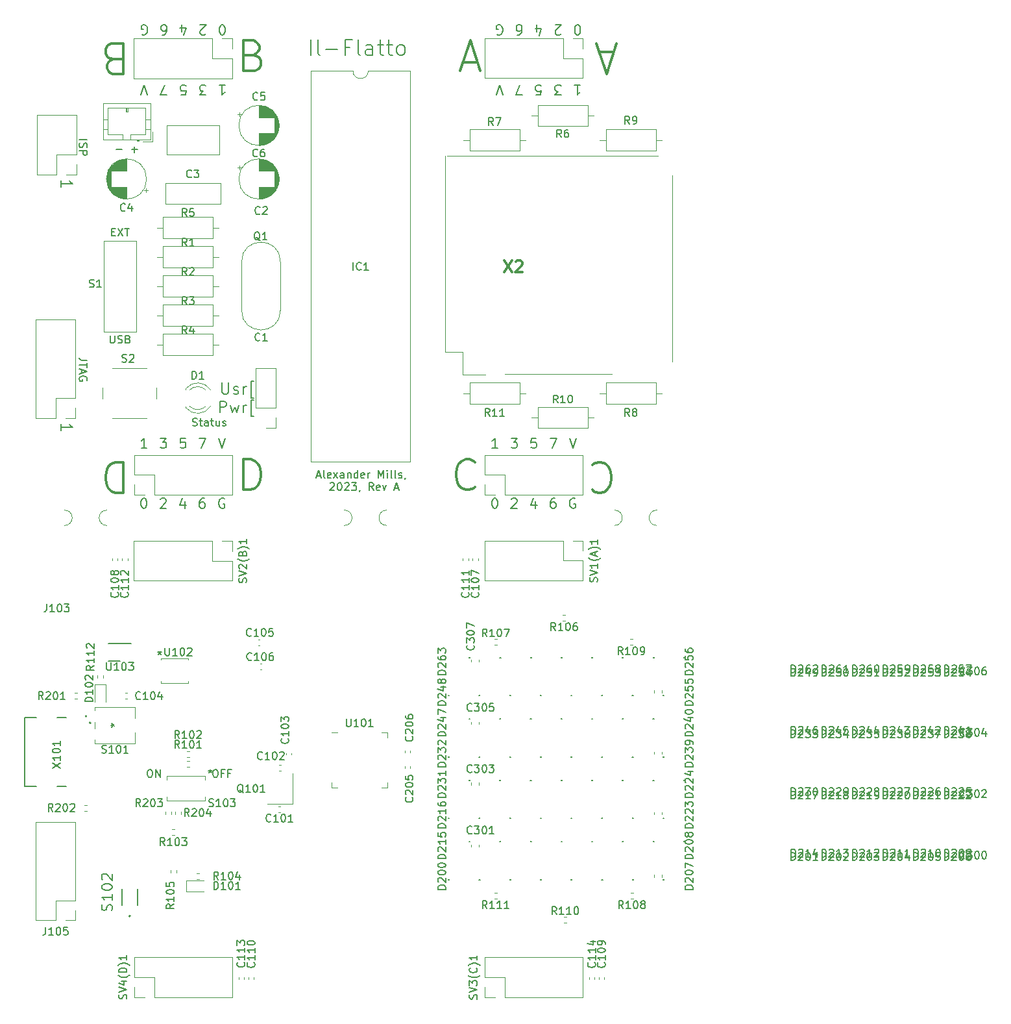
<source format=gbr>
%TF.GenerationSoftware,KiCad,Pcbnew,(6.0.4)*%
%TF.CreationDate,2023-01-10T10:28:08+00:00*%
%TF.ProjectId,il-flatto,696c2d66-6c61-4747-946f-2e6b69636164,rev?*%
%TF.SameCoordinates,Original*%
%TF.FileFunction,Legend,Top*%
%TF.FilePolarity,Positive*%
%FSLAX46Y46*%
G04 Gerber Fmt 4.6, Leading zero omitted, Abs format (unit mm)*
G04 Created by KiCad (PCBNEW (6.0.4)) date 2023-01-10 10:28:08*
%MOMM*%
%LPD*%
G01*
G04 APERTURE LIST*
%ADD10C,0.150000*%
%ADD11C,0.300000*%
%ADD12C,0.200000*%
%ADD13C,0.120000*%
%ADD14C,0.127000*%
%ADD15C,0.100000*%
G04 APERTURE END LIST*
D10*
X197160285Y-88769666D02*
X197636476Y-88769666D01*
X197065047Y-89055380D02*
X197398380Y-88055380D01*
X197731714Y-89055380D01*
X198207904Y-89055380D02*
X198112666Y-89007761D01*
X198065047Y-88912523D01*
X198065047Y-88055380D01*
X198969809Y-89007761D02*
X198874571Y-89055380D01*
X198684095Y-89055380D01*
X198588857Y-89007761D01*
X198541238Y-88912523D01*
X198541238Y-88531571D01*
X198588857Y-88436333D01*
X198684095Y-88388714D01*
X198874571Y-88388714D01*
X198969809Y-88436333D01*
X199017428Y-88531571D01*
X199017428Y-88626809D01*
X198541238Y-88722047D01*
X199350761Y-89055380D02*
X199874571Y-88388714D01*
X199350761Y-88388714D02*
X199874571Y-89055380D01*
X200684095Y-89055380D02*
X200684095Y-88531571D01*
X200636476Y-88436333D01*
X200541238Y-88388714D01*
X200350761Y-88388714D01*
X200255523Y-88436333D01*
X200684095Y-89007761D02*
X200588857Y-89055380D01*
X200350761Y-89055380D01*
X200255523Y-89007761D01*
X200207904Y-88912523D01*
X200207904Y-88817285D01*
X200255523Y-88722047D01*
X200350761Y-88674428D01*
X200588857Y-88674428D01*
X200684095Y-88626809D01*
X201160285Y-88388714D02*
X201160285Y-89055380D01*
X201160285Y-88483952D02*
X201207904Y-88436333D01*
X201303142Y-88388714D01*
X201446000Y-88388714D01*
X201541238Y-88436333D01*
X201588857Y-88531571D01*
X201588857Y-89055380D01*
X202493619Y-89055380D02*
X202493619Y-88055380D01*
X202493619Y-89007761D02*
X202398380Y-89055380D01*
X202207904Y-89055380D01*
X202112666Y-89007761D01*
X202065047Y-88960142D01*
X202017428Y-88864904D01*
X202017428Y-88579190D01*
X202065047Y-88483952D01*
X202112666Y-88436333D01*
X202207904Y-88388714D01*
X202398380Y-88388714D01*
X202493619Y-88436333D01*
X203350761Y-89007761D02*
X203255523Y-89055380D01*
X203065047Y-89055380D01*
X202969809Y-89007761D01*
X202922190Y-88912523D01*
X202922190Y-88531571D01*
X202969809Y-88436333D01*
X203065047Y-88388714D01*
X203255523Y-88388714D01*
X203350761Y-88436333D01*
X203398380Y-88531571D01*
X203398380Y-88626809D01*
X202922190Y-88722047D01*
X203826952Y-89055380D02*
X203826952Y-88388714D01*
X203826952Y-88579190D02*
X203874571Y-88483952D01*
X203922190Y-88436333D01*
X204017428Y-88388714D01*
X204112666Y-88388714D01*
X205207904Y-89055380D02*
X205207904Y-88055380D01*
X205541238Y-88769666D01*
X205874571Y-88055380D01*
X205874571Y-89055380D01*
X206350761Y-89055380D02*
X206350761Y-88388714D01*
X206350761Y-88055380D02*
X206303142Y-88103000D01*
X206350761Y-88150619D01*
X206398380Y-88103000D01*
X206350761Y-88055380D01*
X206350761Y-88150619D01*
X206969809Y-89055380D02*
X206874571Y-89007761D01*
X206826952Y-88912523D01*
X206826952Y-88055380D01*
X207493619Y-89055380D02*
X207398380Y-89007761D01*
X207350761Y-88912523D01*
X207350761Y-88055380D01*
X207826952Y-89007761D02*
X207922190Y-89055380D01*
X208112666Y-89055380D01*
X208207904Y-89007761D01*
X208255523Y-88912523D01*
X208255523Y-88864904D01*
X208207904Y-88769666D01*
X208112666Y-88722047D01*
X207969809Y-88722047D01*
X207874571Y-88674428D01*
X207826952Y-88579190D01*
X207826952Y-88531571D01*
X207874571Y-88436333D01*
X207969809Y-88388714D01*
X208112666Y-88388714D01*
X208207904Y-88436333D01*
X208731714Y-89007761D02*
X208731714Y-89055380D01*
X208684095Y-89150619D01*
X208636476Y-89198238D01*
X198874571Y-89760619D02*
X198922190Y-89713000D01*
X199017428Y-89665380D01*
X199255523Y-89665380D01*
X199350761Y-89713000D01*
X199398380Y-89760619D01*
X199446000Y-89855857D01*
X199446000Y-89951095D01*
X199398380Y-90093952D01*
X198826952Y-90665380D01*
X199446000Y-90665380D01*
X200065047Y-89665380D02*
X200160285Y-89665380D01*
X200255523Y-89713000D01*
X200303142Y-89760619D01*
X200350761Y-89855857D01*
X200398380Y-90046333D01*
X200398380Y-90284428D01*
X200350761Y-90474904D01*
X200303142Y-90570142D01*
X200255523Y-90617761D01*
X200160285Y-90665380D01*
X200065047Y-90665380D01*
X199969809Y-90617761D01*
X199922190Y-90570142D01*
X199874571Y-90474904D01*
X199826952Y-90284428D01*
X199826952Y-90046333D01*
X199874571Y-89855857D01*
X199922190Y-89760619D01*
X199969809Y-89713000D01*
X200065047Y-89665380D01*
X200779333Y-89760619D02*
X200826952Y-89713000D01*
X200922190Y-89665380D01*
X201160285Y-89665380D01*
X201255523Y-89713000D01*
X201303142Y-89760619D01*
X201350761Y-89855857D01*
X201350761Y-89951095D01*
X201303142Y-90093952D01*
X200731714Y-90665380D01*
X201350761Y-90665380D01*
X201684095Y-89665380D02*
X202303142Y-89665380D01*
X201969809Y-90046333D01*
X202112666Y-90046333D01*
X202207904Y-90093952D01*
X202255523Y-90141571D01*
X202303142Y-90236809D01*
X202303142Y-90474904D01*
X202255523Y-90570142D01*
X202207904Y-90617761D01*
X202112666Y-90665380D01*
X201826952Y-90665380D01*
X201731714Y-90617761D01*
X201684095Y-90570142D01*
X202779333Y-90617761D02*
X202779333Y-90665380D01*
X202731714Y-90760619D01*
X202684095Y-90808238D01*
X204541238Y-90665380D02*
X204207904Y-90189190D01*
X203969809Y-90665380D02*
X203969809Y-89665380D01*
X204350761Y-89665380D01*
X204446000Y-89713000D01*
X204493619Y-89760619D01*
X204541238Y-89855857D01*
X204541238Y-89998714D01*
X204493619Y-90093952D01*
X204446000Y-90141571D01*
X204350761Y-90189190D01*
X203969809Y-90189190D01*
X205350761Y-90617761D02*
X205255523Y-90665380D01*
X205065047Y-90665380D01*
X204969809Y-90617761D01*
X204922190Y-90522523D01*
X204922190Y-90141571D01*
X204969809Y-90046333D01*
X205065047Y-89998714D01*
X205255523Y-89998714D01*
X205350761Y-90046333D01*
X205398380Y-90141571D01*
X205398380Y-90236809D01*
X204922190Y-90332047D01*
X205731714Y-89998714D02*
X205969809Y-90665380D01*
X206207904Y-89998714D01*
X207303142Y-90379666D02*
X207779333Y-90379666D01*
X207207904Y-90665380D02*
X207541238Y-89665380D01*
X207874571Y-90665380D01*
X196342761Y-33924761D02*
X196342761Y-31924761D01*
X197580857Y-33924761D02*
X197390380Y-33829523D01*
X197295142Y-33639047D01*
X197295142Y-31924761D01*
X198342761Y-33162857D02*
X199866571Y-33162857D01*
X201485619Y-32877142D02*
X200818952Y-32877142D01*
X200818952Y-33924761D02*
X200818952Y-31924761D01*
X201771333Y-31924761D01*
X202818952Y-33924761D02*
X202628476Y-33829523D01*
X202533238Y-33639047D01*
X202533238Y-31924761D01*
X204438000Y-33924761D02*
X204438000Y-32877142D01*
X204342761Y-32686666D01*
X204152285Y-32591428D01*
X203771333Y-32591428D01*
X203580857Y-32686666D01*
X204438000Y-33829523D02*
X204247523Y-33924761D01*
X203771333Y-33924761D01*
X203580857Y-33829523D01*
X203485619Y-33639047D01*
X203485619Y-33448571D01*
X203580857Y-33258095D01*
X203771333Y-33162857D01*
X204247523Y-33162857D01*
X204438000Y-33067619D01*
X205104666Y-32591428D02*
X205866571Y-32591428D01*
X205390380Y-31924761D02*
X205390380Y-33639047D01*
X205485619Y-33829523D01*
X205676095Y-33924761D01*
X205866571Y-33924761D01*
X206247523Y-32591428D02*
X207009428Y-32591428D01*
X206533238Y-31924761D02*
X206533238Y-33639047D01*
X206628476Y-33829523D01*
X206818952Y-33924761D01*
X207009428Y-33924761D01*
X207961809Y-33924761D02*
X207771333Y-33829523D01*
X207676095Y-33734285D01*
X207580857Y-33543809D01*
X207580857Y-32972380D01*
X207676095Y-32781904D01*
X207771333Y-32686666D01*
X207961809Y-32591428D01*
X208247523Y-32591428D01*
X208438000Y-32686666D01*
X208533238Y-32781904D01*
X208628476Y-32972380D01*
X208628476Y-33543809D01*
X208533238Y-33734285D01*
X208438000Y-33829523D01*
X208247523Y-33924761D01*
X207961809Y-33924761D01*
D11*
X235902380Y-33528333D02*
X233997619Y-33528333D01*
X236283333Y-32385476D02*
X234950000Y-36385476D01*
X233616666Y-32385476D01*
D10*
X163786428Y-51133571D02*
X163786428Y-50276428D01*
X163786428Y-50705000D02*
X165286428Y-50705000D01*
X165072142Y-50562142D01*
X164929285Y-50419285D01*
X164857857Y-50276428D01*
X225748055Y-39126853D02*
X226367102Y-39126853D01*
X226429007Y-38507806D01*
X226367102Y-38569710D01*
X226243293Y-38631615D01*
X225933769Y-38631615D01*
X225809959Y-38569710D01*
X225748055Y-38507806D01*
X225686150Y-38383996D01*
X225686150Y-38074472D01*
X225748055Y-37950663D01*
X225809959Y-37888758D01*
X225933769Y-37826853D01*
X226243293Y-37826853D01*
X226367102Y-37888758D01*
X226429007Y-37950663D01*
X228990641Y-31166407D02*
X228928736Y-31228312D01*
X228804927Y-31290216D01*
X228495403Y-31290216D01*
X228371593Y-31228312D01*
X228309689Y-31166407D01*
X228247784Y-31042597D01*
X228247784Y-30918788D01*
X228309689Y-30733073D01*
X229052546Y-29990216D01*
X228247784Y-29990216D01*
X163786428Y-82883571D02*
X163786428Y-82026428D01*
X163786428Y-82455000D02*
X165286428Y-82455000D01*
X165072142Y-82312142D01*
X164929285Y-82169285D01*
X164857857Y-82026428D01*
X223291593Y-31290216D02*
X223539213Y-31290216D01*
X223663022Y-31228312D01*
X223724927Y-31166407D01*
X223848736Y-30980692D01*
X223910641Y-30733073D01*
X223910641Y-30237835D01*
X223848736Y-30114026D01*
X223786832Y-30052121D01*
X223663022Y-29990216D01*
X223415403Y-29990216D01*
X223291593Y-30052121D01*
X223229689Y-30114026D01*
X223167784Y-30237835D01*
X223167784Y-30547359D01*
X223229689Y-30671169D01*
X223291593Y-30733073D01*
X223415403Y-30794978D01*
X223663022Y-30794978D01*
X223786832Y-30733073D01*
X223848736Y-30671169D01*
X223910641Y-30547359D01*
X230864848Y-91761632D02*
X230741038Y-91699727D01*
X230555324Y-91699727D01*
X230369610Y-91761632D01*
X230245800Y-91885441D01*
X230183895Y-92009251D01*
X230121991Y-92256870D01*
X230121991Y-92442584D01*
X230183895Y-92690203D01*
X230245800Y-92814012D01*
X230369610Y-92937822D01*
X230555324Y-92999727D01*
X230679133Y-92999727D01*
X230864848Y-92937822D01*
X230926752Y-92875917D01*
X230926752Y-92442584D01*
X230679133Y-92442584D01*
D11*
X217773095Y-90233571D02*
X217582619Y-90424047D01*
X217011190Y-90614523D01*
X216630238Y-90614523D01*
X216058809Y-90424047D01*
X215677857Y-90043095D01*
X215487380Y-89662142D01*
X215296904Y-88900238D01*
X215296904Y-88328809D01*
X215487380Y-87566904D01*
X215677857Y-87185952D01*
X216058809Y-86805000D01*
X216630238Y-86614523D01*
X217011190Y-86614523D01*
X217582619Y-86805000D01*
X217773095Y-86995476D01*
D10*
X182449628Y-91700422D02*
X182202009Y-91700422D01*
X182078199Y-91762327D01*
X182016294Y-91824231D01*
X181892485Y-92009946D01*
X181830580Y-92257565D01*
X181830580Y-92752803D01*
X181892485Y-92876612D01*
X181954389Y-92938517D01*
X182078199Y-93000422D01*
X182325818Y-93000422D01*
X182449628Y-92938517D01*
X182511532Y-92876612D01*
X182573437Y-92752803D01*
X182573437Y-92443279D01*
X182511532Y-92319469D01*
X182449628Y-92257565D01*
X182325818Y-92195660D01*
X182078199Y-92195660D01*
X181954389Y-92257565D01*
X181892485Y-92319469D01*
X181830580Y-92443279D01*
X174312379Y-31212663D02*
X174436189Y-31274567D01*
X174621903Y-31274567D01*
X174807617Y-31212663D01*
X174931427Y-31088853D01*
X174993332Y-30965043D01*
X175055236Y-30717424D01*
X175055236Y-30531710D01*
X174993332Y-30284091D01*
X174931427Y-30160282D01*
X174807617Y-30036472D01*
X174621903Y-29974567D01*
X174498094Y-29974567D01*
X174312379Y-30036472D01*
X174250475Y-30098377D01*
X174250475Y-30531710D01*
X174498094Y-30531710D01*
D11*
X187547380Y-90614523D02*
X187547380Y-86614523D01*
X188499761Y-86614523D01*
X189071190Y-86805000D01*
X189452142Y-87185952D01*
X189642619Y-87566904D01*
X189833095Y-88328809D01*
X189833095Y-88900238D01*
X189642619Y-89662142D01*
X189452142Y-90043095D01*
X189071190Y-90424047D01*
X188499761Y-90614523D01*
X187547380Y-90614523D01*
D10*
X228231991Y-91699727D02*
X227984372Y-91699727D01*
X227860562Y-91761632D01*
X227798657Y-91823536D01*
X227674848Y-92009251D01*
X227612943Y-92256870D01*
X227612943Y-92752108D01*
X227674848Y-92875917D01*
X227736752Y-92937822D01*
X227860562Y-92999727D01*
X228108181Y-92999727D01*
X228231991Y-92937822D01*
X228293895Y-92875917D01*
X228355800Y-92752108D01*
X228355800Y-92442584D01*
X228293895Y-92318774D01*
X228231991Y-92256870D01*
X228108181Y-92194965D01*
X227860562Y-92194965D01*
X227736752Y-92256870D01*
X227674848Y-92318774D01*
X227612943Y-92442584D01*
X220757434Y-85163090D02*
X220014577Y-85163090D01*
X220386006Y-85163090D02*
X220386006Y-83863090D01*
X220262196Y-84048804D01*
X220138386Y-84172614D01*
X220014577Y-84234518D01*
X176750580Y-91824231D02*
X176812485Y-91762327D01*
X176936294Y-91700422D01*
X177245818Y-91700422D01*
X177369628Y-91762327D01*
X177431532Y-91824231D01*
X177493437Y-91948041D01*
X177493437Y-92071850D01*
X177431532Y-92257565D01*
X176688675Y-93000422D01*
X177493437Y-93000422D01*
X230766150Y-37826853D02*
X231509007Y-37826853D01*
X231137579Y-37826853D02*
X231137579Y-39126853D01*
X231261388Y-38941139D01*
X231385198Y-38817329D01*
X231509007Y-38755425D01*
X176945236Y-31274567D02*
X177192856Y-31274567D01*
X177316665Y-31212663D01*
X177378570Y-31150758D01*
X177502379Y-30965043D01*
X177564284Y-30717424D01*
X177564284Y-30222186D01*
X177502379Y-30098377D01*
X177440475Y-30036472D01*
X177316665Y-29974567D01*
X177069046Y-29974567D01*
X176945236Y-30036472D01*
X176883332Y-30098377D01*
X176821427Y-30222186D01*
X176821427Y-30531710D01*
X176883332Y-30655520D01*
X176945236Y-30717424D01*
X177069046Y-30779329D01*
X177316665Y-30779329D01*
X177440475Y-30717424D01*
X177502379Y-30655520D01*
X177564284Y-30531710D01*
X175064555Y-39111204D02*
X174631222Y-37811204D01*
X174197888Y-39111204D01*
X182684555Y-39111204D02*
X181879793Y-39111204D01*
X182313126Y-38615966D01*
X182127412Y-38615966D01*
X182003602Y-38554061D01*
X181941698Y-38492157D01*
X181879793Y-38368347D01*
X181879793Y-38058823D01*
X181941698Y-37935014D01*
X182003602Y-37873109D01*
X182127412Y-37811204D01*
X182498841Y-37811204D01*
X182622650Y-37873109D01*
X182684555Y-37935014D01*
X179401698Y-39111204D02*
X180020745Y-39111204D01*
X180082650Y-38492157D01*
X180020745Y-38554061D01*
X179896936Y-38615966D01*
X179587412Y-38615966D01*
X179463602Y-38554061D01*
X179401698Y-38492157D01*
X179339793Y-38368347D01*
X179339793Y-38058823D01*
X179401698Y-37935014D01*
X179463602Y-37873109D01*
X179587412Y-37811204D01*
X179896936Y-37811204D01*
X180020745Y-37873109D01*
X180082650Y-37935014D01*
X230112672Y-83863090D02*
X230546006Y-85163090D01*
X230979339Y-83863090D01*
X167171619Y-73725333D02*
X166457333Y-73725333D01*
X166314476Y-73677714D01*
X166219238Y-73582476D01*
X166171619Y-73439619D01*
X166171619Y-73344380D01*
X167171619Y-74058666D02*
X167171619Y-74630095D01*
X166171619Y-74344380D02*
X167171619Y-74344380D01*
X166457333Y-74915809D02*
X166457333Y-75392000D01*
X166171619Y-74820571D02*
X167171619Y-75153904D01*
X166171619Y-75487238D01*
X167124000Y-76344380D02*
X167171619Y-76249142D01*
X167171619Y-76106285D01*
X167124000Y-75963428D01*
X167028761Y-75868190D01*
X166933523Y-75820571D01*
X166743047Y-75772952D01*
X166600190Y-75772952D01*
X166409714Y-75820571D01*
X166314476Y-75868190D01*
X166219238Y-75963428D01*
X166171619Y-76106285D01*
X166171619Y-76201523D01*
X166219238Y-76344380D01*
X166266857Y-76392000D01*
X166600190Y-76392000D01*
X166600190Y-76201523D01*
X179485236Y-30841234D02*
X179485236Y-29974567D01*
X179794760Y-31336472D02*
X180104284Y-30407901D01*
X179299522Y-30407901D01*
X179993166Y-83863785D02*
X179374119Y-83863785D01*
X179312214Y-84482832D01*
X179374119Y-84420928D01*
X179497928Y-84359023D01*
X179807452Y-84359023D01*
X179931262Y-84420928D01*
X179993166Y-84482832D01*
X180055071Y-84606642D01*
X180055071Y-84916166D01*
X179993166Y-85039975D01*
X179931262Y-85101880D01*
X179807452Y-85163785D01*
X179497928Y-85163785D01*
X179374119Y-85101880D01*
X179312214Y-85039975D01*
X221410912Y-39126853D02*
X220977579Y-37826853D01*
X220544245Y-39126853D01*
X173745352Y-46220171D02*
X172983447Y-46220171D01*
X173364400Y-45839219D02*
X173364400Y-46601123D01*
X171745352Y-46220171D02*
X170983447Y-46220171D01*
X222492672Y-83863090D02*
X223297434Y-83863090D01*
X222864101Y-84358328D01*
X223049815Y-84358328D01*
X223173625Y-84420233D01*
X223235529Y-84482137D01*
X223297434Y-84605947D01*
X223297434Y-84915471D01*
X223235529Y-85039280D01*
X223173625Y-85101185D01*
X223049815Y-85163090D01*
X222678386Y-85163090D01*
X222554577Y-85101185D01*
X222492672Y-85039280D01*
X220658736Y-31228312D02*
X220782546Y-31290216D01*
X220968260Y-31290216D01*
X221153974Y-31228312D01*
X221277784Y-31104502D01*
X221339689Y-30980692D01*
X221401593Y-30733073D01*
X221401593Y-30547359D01*
X221339689Y-30299740D01*
X221277784Y-30175931D01*
X221153974Y-30052121D01*
X220968260Y-29990216D01*
X220844451Y-29990216D01*
X220658736Y-30052121D01*
X220596832Y-30114026D01*
X220596832Y-30547359D01*
X220844451Y-30547359D01*
X184330309Y-83863785D02*
X184763643Y-85163785D01*
X185196976Y-83863785D01*
D11*
X188880714Y-33909285D02*
X189452142Y-34099761D01*
X189642619Y-34290238D01*
X189833095Y-34671190D01*
X189833095Y-35242619D01*
X189642619Y-35623571D01*
X189452142Y-35814047D01*
X189071190Y-36004523D01*
X187547380Y-36004523D01*
X187547380Y-32004523D01*
X188880714Y-32004523D01*
X189261666Y-32195000D01*
X189452142Y-32385476D01*
X189642619Y-32766428D01*
X189642619Y-33147380D01*
X189452142Y-33528333D01*
X189261666Y-33718809D01*
X188880714Y-33909285D01*
X187547380Y-33909285D01*
D10*
X223950912Y-39126853D02*
X223084245Y-39126853D01*
X223641388Y-37826853D01*
X176710309Y-83863785D02*
X177515071Y-83863785D01*
X177081738Y-84359023D01*
X177267452Y-84359023D01*
X177391262Y-84420928D01*
X177453166Y-84482832D01*
X177515071Y-84606642D01*
X177515071Y-84916166D01*
X177453166Y-85039975D01*
X177391262Y-85101880D01*
X177267452Y-85163785D01*
X176896023Y-85163785D01*
X176772214Y-85101880D01*
X176710309Y-85039975D01*
X182644284Y-31150758D02*
X182582379Y-31212663D01*
X182458570Y-31274567D01*
X182149046Y-31274567D01*
X182025236Y-31212663D01*
X181963332Y-31150758D01*
X181901427Y-31026948D01*
X181901427Y-30903139D01*
X181963332Y-30717424D01*
X182706189Y-29974567D01*
X181901427Y-29974567D01*
X225831593Y-30856883D02*
X225831593Y-29990216D01*
X226141117Y-31352121D02*
X226450641Y-30423550D01*
X225645879Y-30423550D01*
X184775357Y-76616071D02*
X184775357Y-77830357D01*
X184846785Y-77973214D01*
X184918214Y-78044642D01*
X185061071Y-78116071D01*
X185346785Y-78116071D01*
X185489642Y-78044642D01*
X185561071Y-77973214D01*
X185632500Y-77830357D01*
X185632500Y-76616071D01*
X186275357Y-78044642D02*
X186418214Y-78116071D01*
X186703928Y-78116071D01*
X186846785Y-78044642D01*
X186918214Y-77901785D01*
X186918214Y-77830357D01*
X186846785Y-77687500D01*
X186703928Y-77616071D01*
X186489642Y-77616071D01*
X186346785Y-77544642D01*
X186275357Y-77401785D01*
X186275357Y-77330357D01*
X186346785Y-77187500D01*
X186489642Y-77116071D01*
X186703928Y-77116071D01*
X186846785Y-77187500D01*
X187561071Y-78116071D02*
X187561071Y-77116071D01*
X187561071Y-77401785D02*
X187632500Y-77258928D01*
X187703928Y-77187500D01*
X187846785Y-77116071D01*
X187989642Y-77116071D01*
X188918214Y-78616071D02*
X188561071Y-78616071D01*
X188561071Y-76473214D01*
X188918214Y-76473214D01*
X184489642Y-80531071D02*
X184489642Y-79031071D01*
X185061071Y-79031071D01*
X185203928Y-79102500D01*
X185275357Y-79173928D01*
X185346785Y-79316785D01*
X185346785Y-79531071D01*
X185275357Y-79673928D01*
X185203928Y-79745357D01*
X185061071Y-79816785D01*
X184489642Y-79816785D01*
X185846785Y-79531071D02*
X186132500Y-80531071D01*
X186418214Y-79816785D01*
X186703928Y-80531071D01*
X186989642Y-79531071D01*
X187561071Y-80531071D02*
X187561071Y-79531071D01*
X187561071Y-79816785D02*
X187632500Y-79673928D01*
X187703928Y-79602500D01*
X187846785Y-79531071D01*
X187989642Y-79531071D01*
X188918214Y-81031071D02*
X188561071Y-81031071D01*
X188561071Y-78888214D01*
X188918214Y-78888214D01*
D11*
X233076904Y-87376428D02*
X233267380Y-87185952D01*
X233838809Y-86995476D01*
X234219761Y-86995476D01*
X234791190Y-87185952D01*
X235172142Y-87566904D01*
X235362619Y-87947857D01*
X235553095Y-88709761D01*
X235553095Y-89281190D01*
X235362619Y-90043095D01*
X235172142Y-90424047D01*
X234791190Y-90805000D01*
X234219761Y-90995476D01*
X233838809Y-90995476D01*
X233267380Y-90805000D01*
X233076904Y-90614523D01*
D10*
X174975071Y-85163785D02*
X174232214Y-85163785D01*
X174603643Y-85163785D02*
X174603643Y-83863785D01*
X174479833Y-84049499D01*
X174356023Y-84173309D01*
X174232214Y-84235213D01*
X231221117Y-31290216D02*
X231097308Y-31290216D01*
X230973498Y-31228312D01*
X230911593Y-31166407D01*
X230849689Y-31042597D01*
X230787784Y-30794978D01*
X230787784Y-30485454D01*
X230849689Y-30237835D01*
X230911593Y-30114026D01*
X230973498Y-30052121D01*
X231097308Y-29990216D01*
X231221117Y-29990216D01*
X231344927Y-30052121D01*
X231406832Y-30114026D01*
X231468736Y-30237835D01*
X231530641Y-30485454D01*
X231530641Y-30794978D01*
X231468736Y-31042597D01*
X231406832Y-31166407D01*
X231344927Y-31228312D01*
X231221117Y-31290216D01*
D11*
X216217619Y-34861666D02*
X218122380Y-34861666D01*
X215836666Y-36004523D02*
X217170000Y-32004523D01*
X218503333Y-36004523D01*
D10*
X220302467Y-91699727D02*
X220426276Y-91699727D01*
X220550086Y-91761632D01*
X220611991Y-91823536D01*
X220673895Y-91947346D01*
X220735800Y-92194965D01*
X220735800Y-92504489D01*
X220673895Y-92752108D01*
X220611991Y-92875917D01*
X220550086Y-92937822D01*
X220426276Y-92999727D01*
X220302467Y-92999727D01*
X220178657Y-92937822D01*
X220116752Y-92875917D01*
X220054848Y-92752108D01*
X219992943Y-92504489D01*
X219992943Y-92194965D01*
X220054848Y-91947346D01*
X220116752Y-91823536D01*
X220178657Y-91761632D01*
X220302467Y-91699727D01*
D11*
X171862619Y-86995476D02*
X171862619Y-90995476D01*
X170910238Y-90995476D01*
X170338809Y-90805000D01*
X169957857Y-90424047D01*
X169767380Y-90043095D01*
X169576904Y-89281190D01*
X169576904Y-88709761D01*
X169767380Y-87947857D01*
X169957857Y-87566904D01*
X170338809Y-87185952D01*
X170910238Y-86995476D01*
X171862619Y-86995476D01*
X170529285Y-34480714D02*
X169957857Y-34290238D01*
X169767380Y-34099761D01*
X169576904Y-33718809D01*
X169576904Y-33147380D01*
X169767380Y-32766428D01*
X169957857Y-32575952D01*
X170338809Y-32385476D01*
X171862619Y-32385476D01*
X171862619Y-36385476D01*
X170529285Y-36385476D01*
X170148333Y-36195000D01*
X169957857Y-36004523D01*
X169767380Y-35623571D01*
X169767380Y-35242619D01*
X169957857Y-34861666D01*
X170148333Y-34671190D01*
X170529285Y-34480714D01*
X171862619Y-34480714D01*
D10*
X181790309Y-83863785D02*
X182656976Y-83863785D01*
X182099833Y-85163785D01*
X222532943Y-91823536D02*
X222594848Y-91761632D01*
X222718657Y-91699727D01*
X223028181Y-91699727D01*
X223151991Y-91761632D01*
X223213895Y-91823536D01*
X223275800Y-91947346D01*
X223275800Y-92071155D01*
X223213895Y-92256870D01*
X222471038Y-92999727D01*
X223275800Y-92999727D01*
X177604555Y-39111204D02*
X176737888Y-39111204D01*
X177295031Y-37811204D01*
X225775529Y-83863090D02*
X225156482Y-83863090D01*
X225094577Y-84482137D01*
X225156482Y-84420233D01*
X225280291Y-84358328D01*
X225589815Y-84358328D01*
X225713625Y-84420233D01*
X225775529Y-84482137D01*
X225837434Y-84605947D01*
X225837434Y-84915471D01*
X225775529Y-85039280D01*
X225713625Y-85101185D01*
X225589815Y-85163090D01*
X225280291Y-85163090D01*
X225156482Y-85101185D01*
X225094577Y-85039280D01*
X229030912Y-39126853D02*
X228226150Y-39126853D01*
X228659483Y-38631615D01*
X228473769Y-38631615D01*
X228349959Y-38569710D01*
X228288055Y-38507806D01*
X228226150Y-38383996D01*
X228226150Y-38074472D01*
X228288055Y-37950663D01*
X228349959Y-37888758D01*
X228473769Y-37826853D01*
X228845198Y-37826853D01*
X228969007Y-37888758D01*
X229030912Y-37950663D01*
X184419793Y-37811204D02*
X185162650Y-37811204D01*
X184791222Y-37811204D02*
X184791222Y-39111204D01*
X184915031Y-38925490D01*
X185038841Y-38801680D01*
X185162650Y-38739776D01*
X174520104Y-91700422D02*
X174643913Y-91700422D01*
X174767723Y-91762327D01*
X174829628Y-91824231D01*
X174891532Y-91948041D01*
X174953437Y-92195660D01*
X174953437Y-92505184D01*
X174891532Y-92752803D01*
X174829628Y-92876612D01*
X174767723Y-92938517D01*
X174643913Y-93000422D01*
X174520104Y-93000422D01*
X174396294Y-92938517D01*
X174334389Y-92876612D01*
X174272485Y-92752803D01*
X174210580Y-92505184D01*
X174210580Y-92195660D01*
X174272485Y-91948041D01*
X174334389Y-91824231D01*
X174396294Y-91762327D01*
X174520104Y-91700422D01*
X170188095Y-70477380D02*
X170188095Y-71286904D01*
X170235714Y-71382142D01*
X170283333Y-71429761D01*
X170378571Y-71477380D01*
X170569047Y-71477380D01*
X170664285Y-71429761D01*
X170711904Y-71382142D01*
X170759523Y-71286904D01*
X170759523Y-70477380D01*
X171188095Y-71429761D02*
X171330952Y-71477380D01*
X171569047Y-71477380D01*
X171664285Y-71429761D01*
X171711904Y-71382142D01*
X171759523Y-71286904D01*
X171759523Y-71191666D01*
X171711904Y-71096428D01*
X171664285Y-71048809D01*
X171569047Y-71001190D01*
X171378571Y-70953571D01*
X171283333Y-70905952D01*
X171235714Y-70858333D01*
X171188095Y-70763095D01*
X171188095Y-70667857D01*
X171235714Y-70572619D01*
X171283333Y-70525000D01*
X171378571Y-70477380D01*
X171616666Y-70477380D01*
X171759523Y-70525000D01*
X172521428Y-70953571D02*
X172664285Y-71001190D01*
X172711904Y-71048809D01*
X172759523Y-71144047D01*
X172759523Y-71286904D01*
X172711904Y-71382142D01*
X172664285Y-71429761D01*
X172569047Y-71477380D01*
X172188095Y-71477380D01*
X172188095Y-70477380D01*
X172521428Y-70477380D01*
X172616666Y-70525000D01*
X172664285Y-70572619D01*
X172711904Y-70667857D01*
X172711904Y-70763095D01*
X172664285Y-70858333D01*
X172616666Y-70905952D01*
X172521428Y-70953571D01*
X172188095Y-70953571D01*
X227572672Y-83863090D02*
X228439339Y-83863090D01*
X227882196Y-85163090D01*
X225691991Y-92133060D02*
X225691991Y-92999727D01*
X225382467Y-91637822D02*
X225072943Y-92566393D01*
X225877705Y-92566393D01*
X166171619Y-44959809D02*
X167171619Y-44959809D01*
X166219238Y-45388380D02*
X166171619Y-45531238D01*
X166171619Y-45769333D01*
X166219238Y-45864571D01*
X166266857Y-45912190D01*
X166362095Y-45959809D01*
X166457333Y-45959809D01*
X166552571Y-45912190D01*
X166600190Y-45864571D01*
X166647809Y-45769333D01*
X166695428Y-45578857D01*
X166743047Y-45483619D01*
X166790666Y-45436000D01*
X166885904Y-45388380D01*
X166981142Y-45388380D01*
X167076380Y-45436000D01*
X167124000Y-45483619D01*
X167171619Y-45578857D01*
X167171619Y-45816952D01*
X167124000Y-45959809D01*
X166171619Y-46388380D02*
X167171619Y-46388380D01*
X167171619Y-46769333D01*
X167124000Y-46864571D01*
X167076380Y-46912190D01*
X166981142Y-46959809D01*
X166838285Y-46959809D01*
X166743047Y-46912190D01*
X166695428Y-46864571D01*
X166647809Y-46769333D01*
X166647809Y-46388380D01*
X170378571Y-56983571D02*
X170711904Y-56983571D01*
X170854761Y-57507380D02*
X170378571Y-57507380D01*
X170378571Y-56507380D01*
X170854761Y-56507380D01*
X171188095Y-56507380D02*
X171854761Y-57507380D01*
X171854761Y-56507380D02*
X171188095Y-57507380D01*
X172092857Y-56507380D02*
X172664285Y-56507380D01*
X172378571Y-57507380D02*
X172378571Y-56507380D01*
X180948333Y-82224761D02*
X181091190Y-82272380D01*
X181329285Y-82272380D01*
X181424523Y-82224761D01*
X181472142Y-82177142D01*
X181519761Y-82081904D01*
X181519761Y-81986666D01*
X181472142Y-81891428D01*
X181424523Y-81843809D01*
X181329285Y-81796190D01*
X181138809Y-81748571D01*
X181043571Y-81700952D01*
X180995952Y-81653333D01*
X180948333Y-81558095D01*
X180948333Y-81462857D01*
X180995952Y-81367619D01*
X181043571Y-81320000D01*
X181138809Y-81272380D01*
X181376904Y-81272380D01*
X181519761Y-81320000D01*
X181805476Y-81605714D02*
X182186428Y-81605714D01*
X181948333Y-81272380D02*
X181948333Y-82129523D01*
X181995952Y-82224761D01*
X182091190Y-82272380D01*
X182186428Y-82272380D01*
X182948333Y-82272380D02*
X182948333Y-81748571D01*
X182900714Y-81653333D01*
X182805476Y-81605714D01*
X182615000Y-81605714D01*
X182519761Y-81653333D01*
X182948333Y-82224761D02*
X182853095Y-82272380D01*
X182615000Y-82272380D01*
X182519761Y-82224761D01*
X182472142Y-82129523D01*
X182472142Y-82034285D01*
X182519761Y-81939047D01*
X182615000Y-81891428D01*
X182853095Y-81891428D01*
X182948333Y-81843809D01*
X183281666Y-81605714D02*
X183662619Y-81605714D01*
X183424523Y-81272380D02*
X183424523Y-82129523D01*
X183472142Y-82224761D01*
X183567380Y-82272380D01*
X183662619Y-82272380D01*
X184424523Y-81605714D02*
X184424523Y-82272380D01*
X183995952Y-81605714D02*
X183995952Y-82129523D01*
X184043571Y-82224761D01*
X184138809Y-82272380D01*
X184281666Y-82272380D01*
X184376904Y-82224761D01*
X184424523Y-82177142D01*
X184853095Y-82224761D02*
X184948333Y-82272380D01*
X185138809Y-82272380D01*
X185234047Y-82224761D01*
X185281666Y-82129523D01*
X185281666Y-82081904D01*
X185234047Y-81986666D01*
X185138809Y-81939047D01*
X184995952Y-81939047D01*
X184900714Y-81891428D01*
X184853095Y-81796190D01*
X184853095Y-81748571D01*
X184900714Y-81653333D01*
X184995952Y-81605714D01*
X185138809Y-81605714D01*
X185234047Y-81653333D01*
X179909628Y-92133755D02*
X179909628Y-93000422D01*
X179600104Y-91638517D02*
X179290580Y-92567088D01*
X180095342Y-92567088D01*
X185082485Y-91762327D02*
X184958675Y-91700422D01*
X184772961Y-91700422D01*
X184587247Y-91762327D01*
X184463437Y-91886136D01*
X184401532Y-92009946D01*
X184339628Y-92257565D01*
X184339628Y-92443279D01*
X184401532Y-92690898D01*
X184463437Y-92814707D01*
X184587247Y-92938517D01*
X184772961Y-93000422D01*
X184896770Y-93000422D01*
X185082485Y-92938517D01*
X185144389Y-92876612D01*
X185144389Y-92443279D01*
X184896770Y-92443279D01*
X184874760Y-31274567D02*
X184750951Y-31274567D01*
X184627141Y-31212663D01*
X184565236Y-31150758D01*
X184503332Y-31026948D01*
X184441427Y-30779329D01*
X184441427Y-30469805D01*
X184503332Y-30222186D01*
X184565236Y-30098377D01*
X184627141Y-30036472D01*
X184750951Y-29974567D01*
X184874760Y-29974567D01*
X184998570Y-30036472D01*
X185060475Y-30098377D01*
X185122379Y-30222186D01*
X185184284Y-30469805D01*
X185184284Y-30779329D01*
X185122379Y-31026948D01*
X185060475Y-31150758D01*
X184998570Y-31212663D01*
X184874760Y-31274567D01*
%TO.C,D210*%
X275055914Y-138459870D02*
X275055914Y-137459870D01*
X275294010Y-137459870D01*
X275436867Y-137507490D01*
X275532105Y-137602728D01*
X275579724Y-137697966D01*
X275627343Y-137888442D01*
X275627343Y-138031299D01*
X275579724Y-138221775D01*
X275532105Y-138317013D01*
X275436867Y-138412251D01*
X275294010Y-138459870D01*
X275055914Y-138459870D01*
X276008295Y-137555109D02*
X276055914Y-137507490D01*
X276151152Y-137459870D01*
X276389248Y-137459870D01*
X276484486Y-137507490D01*
X276532105Y-137555109D01*
X276579724Y-137650347D01*
X276579724Y-137745585D01*
X276532105Y-137888442D01*
X275960676Y-138459870D01*
X276579724Y-138459870D01*
X277532105Y-138459870D02*
X276960676Y-138459870D01*
X277246391Y-138459870D02*
X277246391Y-137459870D01*
X277151152Y-137602728D01*
X277055914Y-137697966D01*
X276960676Y-137745585D01*
X278151152Y-137459870D02*
X278246391Y-137459870D01*
X278341629Y-137507490D01*
X278389248Y-137555109D01*
X278436867Y-137650347D01*
X278484486Y-137840823D01*
X278484486Y-138078918D01*
X278436867Y-138269394D01*
X278389248Y-138364632D01*
X278341629Y-138412251D01*
X278246391Y-138459870D01*
X278151152Y-138459870D01*
X278055914Y-138412251D01*
X278008295Y-138364632D01*
X277960676Y-138269394D01*
X277913057Y-138078918D01*
X277913057Y-137840823D01*
X277960676Y-137650347D01*
X278008295Y-137555109D01*
X278055914Y-137507490D01*
X278151152Y-137459870D01*
%TO.C,D211*%
X271055914Y-138459870D02*
X271055914Y-137459870D01*
X271294010Y-137459870D01*
X271436867Y-137507490D01*
X271532105Y-137602728D01*
X271579724Y-137697966D01*
X271627343Y-137888442D01*
X271627343Y-138031299D01*
X271579724Y-138221775D01*
X271532105Y-138317013D01*
X271436867Y-138412251D01*
X271294010Y-138459870D01*
X271055914Y-138459870D01*
X272008295Y-137555109D02*
X272055914Y-137507490D01*
X272151152Y-137459870D01*
X272389248Y-137459870D01*
X272484486Y-137507490D01*
X272532105Y-137555109D01*
X272579724Y-137650347D01*
X272579724Y-137745585D01*
X272532105Y-137888442D01*
X271960676Y-138459870D01*
X272579724Y-138459870D01*
X273532105Y-138459870D02*
X272960676Y-138459870D01*
X273246391Y-138459870D02*
X273246391Y-137459870D01*
X273151152Y-137602728D01*
X273055914Y-137697966D01*
X272960676Y-137745585D01*
X274484486Y-138459870D02*
X273913057Y-138459870D01*
X274198771Y-138459870D02*
X274198771Y-137459870D01*
X274103533Y-137602728D01*
X274008295Y-137697966D01*
X273913057Y-137745585D01*
%TO.C,R110*%
X228420752Y-145967380D02*
X228087419Y-145491190D01*
X227849323Y-145967380D02*
X227849323Y-144967380D01*
X228230276Y-144967380D01*
X228325514Y-145015000D01*
X228373133Y-145062619D01*
X228420752Y-145157857D01*
X228420752Y-145300714D01*
X228373133Y-145395952D01*
X228325514Y-145443571D01*
X228230276Y-145491190D01*
X227849323Y-145491190D01*
X229373133Y-145967380D02*
X228801704Y-145967380D01*
X229087419Y-145967380D02*
X229087419Y-144967380D01*
X228992180Y-145110238D01*
X228896942Y-145205476D01*
X228801704Y-145253095D01*
X230325514Y-145967380D02*
X229754085Y-145967380D01*
X230039800Y-145967380D02*
X230039800Y-144967380D01*
X229944561Y-145110238D01*
X229849323Y-145205476D01*
X229754085Y-145253095D01*
X230944561Y-144967380D02*
X231039800Y-144967380D01*
X231135038Y-145015000D01*
X231182657Y-145062619D01*
X231230276Y-145157857D01*
X231277895Y-145348333D01*
X231277895Y-145586428D01*
X231230276Y-145776904D01*
X231182657Y-145872142D01*
X231135038Y-145919761D01*
X231039800Y-145967380D01*
X230944561Y-145967380D01*
X230849323Y-145919761D01*
X230801704Y-145872142D01*
X230754085Y-145776904D01*
X230706466Y-145586428D01*
X230706466Y-145348333D01*
X230754085Y-145157857D01*
X230801704Y-145062619D01*
X230849323Y-145015000D01*
X230944561Y-144967380D01*
%TO.C,C304*%
X281648952Y-122629142D02*
X281601333Y-122676761D01*
X281458476Y-122724380D01*
X281363238Y-122724380D01*
X281220380Y-122676761D01*
X281125142Y-122581523D01*
X281077523Y-122486285D01*
X281029904Y-122295809D01*
X281029904Y-122152952D01*
X281077523Y-121962476D01*
X281125142Y-121867238D01*
X281220380Y-121772000D01*
X281363238Y-121724380D01*
X281458476Y-121724380D01*
X281601333Y-121772000D01*
X281648952Y-121819619D01*
X281982285Y-121724380D02*
X282601333Y-121724380D01*
X282268000Y-122105333D01*
X282410857Y-122105333D01*
X282506095Y-122152952D01*
X282553714Y-122200571D01*
X282601333Y-122295809D01*
X282601333Y-122533904D01*
X282553714Y-122629142D01*
X282506095Y-122676761D01*
X282410857Y-122724380D01*
X282125142Y-122724380D01*
X282029904Y-122676761D01*
X281982285Y-122629142D01*
X283220380Y-121724380D02*
X283315619Y-121724380D01*
X283410857Y-121772000D01*
X283458476Y-121819619D01*
X283506095Y-121914857D01*
X283553714Y-122105333D01*
X283553714Y-122343428D01*
X283506095Y-122533904D01*
X283458476Y-122629142D01*
X283410857Y-122676761D01*
X283315619Y-122724380D01*
X283220380Y-122724380D01*
X283125142Y-122676761D01*
X283077523Y-122629142D01*
X283029904Y-122533904D01*
X282982285Y-122343428D01*
X282982285Y-122105333D01*
X283029904Y-121914857D01*
X283077523Y-121819619D01*
X283125142Y-121772000D01*
X283220380Y-121724380D01*
X284410857Y-122057714D02*
X284410857Y-122724380D01*
X284172761Y-121676761D02*
X283934666Y-122391047D01*
X284553714Y-122391047D01*
%TO.C,C6*%
X189408305Y-47080201D02*
X189360686Y-47127820D01*
X189217829Y-47175439D01*
X189122591Y-47175439D01*
X188979733Y-47127820D01*
X188884495Y-47032582D01*
X188836876Y-46937344D01*
X188789257Y-46746868D01*
X188789257Y-46604011D01*
X188836876Y-46413535D01*
X188884495Y-46318297D01*
X188979733Y-46223059D01*
X189122591Y-46175439D01*
X189217829Y-46175439D01*
X189360686Y-46223059D01*
X189408305Y-46270678D01*
X190265448Y-46175439D02*
X190074972Y-46175439D01*
X189979733Y-46223059D01*
X189932114Y-46270678D01*
X189836876Y-46413535D01*
X189789257Y-46604011D01*
X189789257Y-46984963D01*
X189836876Y-47080201D01*
X189884495Y-47127820D01*
X189979733Y-47175439D01*
X190170210Y-47175439D01*
X190265448Y-47127820D01*
X190313067Y-47080201D01*
X190360686Y-46984963D01*
X190360686Y-46746868D01*
X190313067Y-46651630D01*
X190265448Y-46604011D01*
X190170210Y-46556392D01*
X189979733Y-46556392D01*
X189884495Y-46604011D01*
X189836876Y-46651630D01*
X189789257Y-46746868D01*
%TO.C,D232*%
X213952380Y-126690476D02*
X212952380Y-126690476D01*
X212952380Y-126452380D01*
X213000000Y-126309523D01*
X213095238Y-126214285D01*
X213190476Y-126166666D01*
X213380952Y-126119047D01*
X213523809Y-126119047D01*
X213714285Y-126166666D01*
X213809523Y-126214285D01*
X213904761Y-126309523D01*
X213952380Y-126452380D01*
X213952380Y-126690476D01*
X213047619Y-125738095D02*
X213000000Y-125690476D01*
X212952380Y-125595238D01*
X212952380Y-125357142D01*
X213000000Y-125261904D01*
X213047619Y-125214285D01*
X213142857Y-125166666D01*
X213238095Y-125166666D01*
X213380952Y-125214285D01*
X213952380Y-125785714D01*
X213952380Y-125166666D01*
X212952380Y-124833333D02*
X212952380Y-124214285D01*
X213333333Y-124547619D01*
X213333333Y-124404761D01*
X213380952Y-124309523D01*
X213428571Y-124261904D01*
X213523809Y-124214285D01*
X213761904Y-124214285D01*
X213857142Y-124261904D01*
X213904761Y-124309523D01*
X213952380Y-124404761D01*
X213952380Y-124690476D01*
X213904761Y-124785714D01*
X213857142Y-124833333D01*
X213047619Y-123833333D02*
X213000000Y-123785714D01*
X212952380Y-123690476D01*
X212952380Y-123452380D01*
X213000000Y-123357142D01*
X213047619Y-123309523D01*
X213142857Y-123261904D01*
X213238095Y-123261904D01*
X213380952Y-123309523D01*
X213952380Y-123880952D01*
X213952380Y-123261904D01*
%TO.C,D258*%
X275059523Y-114452380D02*
X275059523Y-113452380D01*
X275297619Y-113452380D01*
X275440476Y-113500000D01*
X275535714Y-113595238D01*
X275583333Y-113690476D01*
X275630952Y-113880952D01*
X275630952Y-114023809D01*
X275583333Y-114214285D01*
X275535714Y-114309523D01*
X275440476Y-114404761D01*
X275297619Y-114452380D01*
X275059523Y-114452380D01*
X276011904Y-113547619D02*
X276059523Y-113500000D01*
X276154761Y-113452380D01*
X276392857Y-113452380D01*
X276488095Y-113500000D01*
X276535714Y-113547619D01*
X276583333Y-113642857D01*
X276583333Y-113738095D01*
X276535714Y-113880952D01*
X275964285Y-114452380D01*
X276583333Y-114452380D01*
X277488095Y-113452380D02*
X277011904Y-113452380D01*
X276964285Y-113928571D01*
X277011904Y-113880952D01*
X277107142Y-113833333D01*
X277345238Y-113833333D01*
X277440476Y-113880952D01*
X277488095Y-113928571D01*
X277535714Y-114023809D01*
X277535714Y-114261904D01*
X277488095Y-114357142D01*
X277440476Y-114404761D01*
X277345238Y-114452380D01*
X277107142Y-114452380D01*
X277011904Y-114404761D01*
X276964285Y-114357142D01*
X278107142Y-113880952D02*
X278011904Y-113833333D01*
X277964285Y-113785714D01*
X277916666Y-113690476D01*
X277916666Y-113642857D01*
X277964285Y-113547619D01*
X278011904Y-113500000D01*
X278107142Y-113452380D01*
X278297619Y-113452380D01*
X278392857Y-113500000D01*
X278440476Y-113547619D01*
X278488095Y-113642857D01*
X278488095Y-113690476D01*
X278440476Y-113785714D01*
X278392857Y-113833333D01*
X278297619Y-113880952D01*
X278107142Y-113880952D01*
X278011904Y-113928571D01*
X277964285Y-113976190D01*
X277916666Y-114071428D01*
X277916666Y-114261904D01*
X277964285Y-114357142D01*
X278011904Y-114404761D01*
X278107142Y-114452380D01*
X278297619Y-114452380D01*
X278392857Y-114404761D01*
X278440476Y-114357142D01*
X278488095Y-114261904D01*
X278488095Y-114071428D01*
X278440476Y-113976190D01*
X278392857Y-113928571D01*
X278297619Y-113880952D01*
%TO.C,D250*%
X263045137Y-114903462D02*
X263045137Y-113903462D01*
X263283233Y-113903462D01*
X263426090Y-113951082D01*
X263521328Y-114046320D01*
X263568947Y-114141558D01*
X263616566Y-114332034D01*
X263616566Y-114474891D01*
X263568947Y-114665367D01*
X263521328Y-114760605D01*
X263426090Y-114855843D01*
X263283233Y-114903462D01*
X263045137Y-114903462D01*
X263997518Y-113998701D02*
X264045137Y-113951082D01*
X264140375Y-113903462D01*
X264378471Y-113903462D01*
X264473709Y-113951082D01*
X264521328Y-113998701D01*
X264568947Y-114093939D01*
X264568947Y-114189177D01*
X264521328Y-114332034D01*
X263949899Y-114903462D01*
X264568947Y-114903462D01*
X265473709Y-113903462D02*
X264997518Y-113903462D01*
X264949899Y-114379653D01*
X264997518Y-114332034D01*
X265092756Y-114284415D01*
X265330852Y-114284415D01*
X265426090Y-114332034D01*
X265473709Y-114379653D01*
X265521328Y-114474891D01*
X265521328Y-114712986D01*
X265473709Y-114808224D01*
X265426090Y-114855843D01*
X265330852Y-114903462D01*
X265092756Y-114903462D01*
X264997518Y-114855843D01*
X264949899Y-114808224D01*
X266140375Y-113903462D02*
X266235614Y-113903462D01*
X266330852Y-113951082D01*
X266378471Y-113998701D01*
X266426090Y-114093939D01*
X266473709Y-114284415D01*
X266473709Y-114522510D01*
X266426090Y-114712986D01*
X266378471Y-114808224D01*
X266330852Y-114855843D01*
X266235614Y-114903462D01*
X266140375Y-114903462D01*
X266045137Y-114855843D01*
X265997518Y-114808224D01*
X265949899Y-114712986D01*
X265902280Y-114522510D01*
X265902280Y-114284415D01*
X265949899Y-114093939D01*
X265997518Y-113998701D01*
X266045137Y-113951082D01*
X266140375Y-113903462D01*
%TO.C,C113*%
X187656742Y-152223647D02*
X187704361Y-152271266D01*
X187751980Y-152414123D01*
X187751980Y-152509361D01*
X187704361Y-152652219D01*
X187609123Y-152747457D01*
X187513885Y-152795076D01*
X187323409Y-152842695D01*
X187180552Y-152842695D01*
X186990076Y-152795076D01*
X186894838Y-152747457D01*
X186799600Y-152652219D01*
X186751980Y-152509361D01*
X186751980Y-152414123D01*
X186799600Y-152271266D01*
X186847219Y-152223647D01*
X187751980Y-151271266D02*
X187751980Y-151842695D01*
X187751980Y-151556980D02*
X186751980Y-151556980D01*
X186894838Y-151652219D01*
X186990076Y-151747457D01*
X187037695Y-151842695D01*
X187751980Y-150318885D02*
X187751980Y-150890314D01*
X187751980Y-150604600D02*
X186751980Y-150604600D01*
X186894838Y-150699838D01*
X186990076Y-150795076D01*
X187037695Y-150890314D01*
X186751980Y-149985552D02*
X186751980Y-149366504D01*
X187132933Y-149699838D01*
X187132933Y-149556980D01*
X187180552Y-149461742D01*
X187228171Y-149414123D01*
X187323409Y-149366504D01*
X187561504Y-149366504D01*
X187656742Y-149414123D01*
X187704361Y-149461742D01*
X187751980Y-149556980D01*
X187751980Y-149842695D01*
X187704361Y-149937933D01*
X187656742Y-149985552D01*
%TO.C,D249*%
X259045137Y-114903462D02*
X259045137Y-113903462D01*
X259283233Y-113903462D01*
X259426090Y-113951082D01*
X259521328Y-114046320D01*
X259568947Y-114141558D01*
X259616566Y-114332034D01*
X259616566Y-114474891D01*
X259568947Y-114665367D01*
X259521328Y-114760605D01*
X259426090Y-114855843D01*
X259283233Y-114903462D01*
X259045137Y-114903462D01*
X259997518Y-113998701D02*
X260045137Y-113951082D01*
X260140375Y-113903462D01*
X260378471Y-113903462D01*
X260473709Y-113951082D01*
X260521328Y-113998701D01*
X260568947Y-114093939D01*
X260568947Y-114189177D01*
X260521328Y-114332034D01*
X259949899Y-114903462D01*
X260568947Y-114903462D01*
X261426090Y-114236796D02*
X261426090Y-114903462D01*
X261187994Y-113855843D02*
X260949899Y-114570129D01*
X261568947Y-114570129D01*
X261997518Y-114903462D02*
X262187994Y-114903462D01*
X262283233Y-114855843D01*
X262330852Y-114808224D01*
X262426090Y-114665367D01*
X262473709Y-114474891D01*
X262473709Y-114093939D01*
X262426090Y-113998701D01*
X262378471Y-113951082D01*
X262283233Y-113903462D01*
X262092756Y-113903462D01*
X261997518Y-113951082D01*
X261949899Y-113998701D01*
X261902280Y-114093939D01*
X261902280Y-114332034D01*
X261949899Y-114427272D01*
X261997518Y-114474891D01*
X262092756Y-114522510D01*
X262283233Y-114522510D01*
X262378471Y-114474891D01*
X262426090Y-114427272D01*
X262473709Y-114332034D01*
%TO.C,R107*%
X219352952Y-109746980D02*
X219019619Y-109270790D01*
X218781523Y-109746980D02*
X218781523Y-108746980D01*
X219162476Y-108746980D01*
X219257714Y-108794600D01*
X219305333Y-108842219D01*
X219352952Y-108937457D01*
X219352952Y-109080314D01*
X219305333Y-109175552D01*
X219257714Y-109223171D01*
X219162476Y-109270790D01*
X218781523Y-109270790D01*
X220305333Y-109746980D02*
X219733904Y-109746980D01*
X220019619Y-109746980D02*
X220019619Y-108746980D01*
X219924380Y-108889838D01*
X219829142Y-108985076D01*
X219733904Y-109032695D01*
X220924380Y-108746980D02*
X221019619Y-108746980D01*
X221114857Y-108794600D01*
X221162476Y-108842219D01*
X221210095Y-108937457D01*
X221257714Y-109127933D01*
X221257714Y-109366028D01*
X221210095Y-109556504D01*
X221162476Y-109651742D01*
X221114857Y-109699361D01*
X221019619Y-109746980D01*
X220924380Y-109746980D01*
X220829142Y-109699361D01*
X220781523Y-109651742D01*
X220733904Y-109556504D01*
X220686285Y-109366028D01*
X220686285Y-109127933D01*
X220733904Y-108937457D01*
X220781523Y-108842219D01*
X220829142Y-108794600D01*
X220924380Y-108746980D01*
X221591047Y-108746980D02*
X222257714Y-108746980D01*
X221829142Y-109746980D01*
%TO.C,C102*%
X190023668Y-125676220D02*
X189976049Y-125723839D01*
X189833192Y-125771458D01*
X189737954Y-125771458D01*
X189595096Y-125723839D01*
X189499858Y-125628601D01*
X189452239Y-125533363D01*
X189404620Y-125342887D01*
X189404620Y-125200030D01*
X189452239Y-125009554D01*
X189499858Y-124914316D01*
X189595096Y-124819078D01*
X189737954Y-124771458D01*
X189833192Y-124771458D01*
X189976049Y-124819078D01*
X190023668Y-124866697D01*
X190976049Y-125771458D02*
X190404620Y-125771458D01*
X190690335Y-125771458D02*
X190690335Y-124771458D01*
X190595096Y-124914316D01*
X190499858Y-125009554D01*
X190404620Y-125057173D01*
X191595096Y-124771458D02*
X191690335Y-124771458D01*
X191785573Y-124819078D01*
X191833192Y-124866697D01*
X191880811Y-124961935D01*
X191928430Y-125152411D01*
X191928430Y-125390506D01*
X191880811Y-125580982D01*
X191833192Y-125676220D01*
X191785573Y-125723839D01*
X191690335Y-125771458D01*
X191595096Y-125771458D01*
X191499858Y-125723839D01*
X191452239Y-125676220D01*
X191404620Y-125580982D01*
X191357001Y-125390506D01*
X191357001Y-125152411D01*
X191404620Y-124961935D01*
X191452239Y-124866697D01*
X191499858Y-124819078D01*
X191595096Y-124771458D01*
X192309382Y-124866697D02*
X192357001Y-124819078D01*
X192452239Y-124771458D01*
X192690335Y-124771458D01*
X192785573Y-124819078D01*
X192833192Y-124866697D01*
X192880811Y-124961935D01*
X192880811Y-125057173D01*
X192833192Y-125200030D01*
X192261763Y-125771458D01*
X192880811Y-125771458D01*
%TO.C,D261*%
X263059523Y-114452380D02*
X263059523Y-113452380D01*
X263297619Y-113452380D01*
X263440476Y-113500000D01*
X263535714Y-113595238D01*
X263583333Y-113690476D01*
X263630952Y-113880952D01*
X263630952Y-114023809D01*
X263583333Y-114214285D01*
X263535714Y-114309523D01*
X263440476Y-114404761D01*
X263297619Y-114452380D01*
X263059523Y-114452380D01*
X264011904Y-113547619D02*
X264059523Y-113500000D01*
X264154761Y-113452380D01*
X264392857Y-113452380D01*
X264488095Y-113500000D01*
X264535714Y-113547619D01*
X264583333Y-113642857D01*
X264583333Y-113738095D01*
X264535714Y-113880952D01*
X263964285Y-114452380D01*
X264583333Y-114452380D01*
X265440476Y-113452380D02*
X265250000Y-113452380D01*
X265154761Y-113500000D01*
X265107142Y-113547619D01*
X265011904Y-113690476D01*
X264964285Y-113880952D01*
X264964285Y-114261904D01*
X265011904Y-114357142D01*
X265059523Y-114404761D01*
X265154761Y-114452380D01*
X265345238Y-114452380D01*
X265440476Y-114404761D01*
X265488095Y-114357142D01*
X265535714Y-114261904D01*
X265535714Y-114023809D01*
X265488095Y-113928571D01*
X265440476Y-113880952D01*
X265345238Y-113833333D01*
X265154761Y-113833333D01*
X265059523Y-113880952D01*
X265011904Y-113928571D01*
X264964285Y-114023809D01*
X266488095Y-114452380D02*
X265916666Y-114452380D01*
X266202380Y-114452380D02*
X266202380Y-113452380D01*
X266107142Y-113595238D01*
X266011904Y-113690476D01*
X265916666Y-113738095D01*
%TO.C,D252*%
X271045137Y-114903462D02*
X271045137Y-113903462D01*
X271283233Y-113903462D01*
X271426090Y-113951082D01*
X271521328Y-114046320D01*
X271568947Y-114141558D01*
X271616566Y-114332034D01*
X271616566Y-114474891D01*
X271568947Y-114665367D01*
X271521328Y-114760605D01*
X271426090Y-114855843D01*
X271283233Y-114903462D01*
X271045137Y-114903462D01*
X271997518Y-113998701D02*
X272045137Y-113951082D01*
X272140375Y-113903462D01*
X272378471Y-113903462D01*
X272473709Y-113951082D01*
X272521328Y-113998701D01*
X272568947Y-114093939D01*
X272568947Y-114189177D01*
X272521328Y-114332034D01*
X271949899Y-114903462D01*
X272568947Y-114903462D01*
X273473709Y-113903462D02*
X272997518Y-113903462D01*
X272949899Y-114379653D01*
X272997518Y-114332034D01*
X273092756Y-114284415D01*
X273330852Y-114284415D01*
X273426090Y-114332034D01*
X273473709Y-114379653D01*
X273521328Y-114474891D01*
X273521328Y-114712986D01*
X273473709Y-114808224D01*
X273426090Y-114855843D01*
X273330852Y-114903462D01*
X273092756Y-114903462D01*
X272997518Y-114855843D01*
X272949899Y-114808224D01*
X273902280Y-113998701D02*
X273949899Y-113951082D01*
X274045137Y-113903462D01*
X274283233Y-113903462D01*
X274378471Y-113951082D01*
X274426090Y-113998701D01*
X274473709Y-114093939D01*
X274473709Y-114189177D01*
X274426090Y-114332034D01*
X273854661Y-114903462D01*
X274473709Y-114903462D01*
%TO.C,U102*%
X177355714Y-111212380D02*
X177355714Y-112021904D01*
X177403333Y-112117142D01*
X177450952Y-112164761D01*
X177546190Y-112212380D01*
X177736666Y-112212380D01*
X177831904Y-112164761D01*
X177879523Y-112117142D01*
X177927142Y-112021904D01*
X177927142Y-111212380D01*
X178927142Y-112212380D02*
X178355714Y-112212380D01*
X178641428Y-112212380D02*
X178641428Y-111212380D01*
X178546190Y-111355238D01*
X178450952Y-111450476D01*
X178355714Y-111498095D01*
X179546190Y-111212380D02*
X179641428Y-111212380D01*
X179736666Y-111260000D01*
X179784285Y-111307619D01*
X179831904Y-111402857D01*
X179879523Y-111593333D01*
X179879523Y-111831428D01*
X179831904Y-112021904D01*
X179784285Y-112117142D01*
X179736666Y-112164761D01*
X179641428Y-112212380D01*
X179546190Y-112212380D01*
X179450952Y-112164761D01*
X179403333Y-112117142D01*
X179355714Y-112021904D01*
X179308095Y-111831428D01*
X179308095Y-111593333D01*
X179355714Y-111402857D01*
X179403333Y-111307619D01*
X179450952Y-111260000D01*
X179546190Y-111212380D01*
X180260476Y-111307619D02*
X180308095Y-111260000D01*
X180403333Y-111212380D01*
X180641428Y-111212380D01*
X180736666Y-111260000D01*
X180784285Y-111307619D01*
X180831904Y-111402857D01*
X180831904Y-111498095D01*
X180784285Y-111640952D01*
X180212857Y-112212380D01*
X180831904Y-112212380D01*
X176625149Y-111622530D02*
X176625149Y-111860626D01*
X176387053Y-111765388D02*
X176625149Y-111860626D01*
X176863244Y-111765388D01*
X176482291Y-112051102D02*
X176625149Y-111860626D01*
X176768006Y-112051102D01*
%TO.C,D227*%
X271049914Y-130455870D02*
X271049914Y-129455870D01*
X271288010Y-129455870D01*
X271430867Y-129503490D01*
X271526105Y-129598728D01*
X271573724Y-129693966D01*
X271621343Y-129884442D01*
X271621343Y-130027299D01*
X271573724Y-130217775D01*
X271526105Y-130313013D01*
X271430867Y-130408251D01*
X271288010Y-130455870D01*
X271049914Y-130455870D01*
X272002295Y-129551109D02*
X272049914Y-129503490D01*
X272145152Y-129455870D01*
X272383248Y-129455870D01*
X272478486Y-129503490D01*
X272526105Y-129551109D01*
X272573724Y-129646347D01*
X272573724Y-129741585D01*
X272526105Y-129884442D01*
X271954676Y-130455870D01*
X272573724Y-130455870D01*
X272954676Y-129551109D02*
X273002295Y-129503490D01*
X273097533Y-129455870D01*
X273335629Y-129455870D01*
X273430867Y-129503490D01*
X273478486Y-129551109D01*
X273526105Y-129646347D01*
X273526105Y-129741585D01*
X273478486Y-129884442D01*
X272907057Y-130455870D01*
X273526105Y-130455870D01*
X273859438Y-129455870D02*
X274526105Y-129455870D01*
X274097533Y-130455870D01*
%TO.C,R101*%
X179220952Y-124277380D02*
X178887619Y-123801190D01*
X178649523Y-124277380D02*
X178649523Y-123277380D01*
X179030476Y-123277380D01*
X179125714Y-123325000D01*
X179173333Y-123372619D01*
X179220952Y-123467857D01*
X179220952Y-123610714D01*
X179173333Y-123705952D01*
X179125714Y-123753571D01*
X179030476Y-123801190D01*
X178649523Y-123801190D01*
X180173333Y-124277380D02*
X179601904Y-124277380D01*
X179887619Y-124277380D02*
X179887619Y-123277380D01*
X179792380Y-123420238D01*
X179697142Y-123515476D01*
X179601904Y-123563095D01*
X180792380Y-123277380D02*
X180887619Y-123277380D01*
X180982857Y-123325000D01*
X181030476Y-123372619D01*
X181078095Y-123467857D01*
X181125714Y-123658333D01*
X181125714Y-123896428D01*
X181078095Y-124086904D01*
X181030476Y-124182142D01*
X180982857Y-124229761D01*
X180887619Y-124277380D01*
X180792380Y-124277380D01*
X180697142Y-124229761D01*
X180649523Y-124182142D01*
X180601904Y-124086904D01*
X180554285Y-123896428D01*
X180554285Y-123658333D01*
X180601904Y-123467857D01*
X180649523Y-123372619D01*
X180697142Y-123325000D01*
X180792380Y-123277380D01*
X182078095Y-124277380D02*
X181506666Y-124277380D01*
X181792380Y-124277380D02*
X181792380Y-123277380D01*
X181697142Y-123420238D01*
X181601904Y-123515476D01*
X181506666Y-123563095D01*
%TO.C,C303*%
X217380952Y-127357142D02*
X217333333Y-127404761D01*
X217190476Y-127452380D01*
X217095238Y-127452380D01*
X216952380Y-127404761D01*
X216857142Y-127309523D01*
X216809523Y-127214285D01*
X216761904Y-127023809D01*
X216761904Y-126880952D01*
X216809523Y-126690476D01*
X216857142Y-126595238D01*
X216952380Y-126500000D01*
X217095238Y-126452380D01*
X217190476Y-126452380D01*
X217333333Y-126500000D01*
X217380952Y-126547619D01*
X217714285Y-126452380D02*
X218333333Y-126452380D01*
X218000000Y-126833333D01*
X218142857Y-126833333D01*
X218238095Y-126880952D01*
X218285714Y-126928571D01*
X218333333Y-127023809D01*
X218333333Y-127261904D01*
X218285714Y-127357142D01*
X218238095Y-127404761D01*
X218142857Y-127452380D01*
X217857142Y-127452380D01*
X217761904Y-127404761D01*
X217714285Y-127357142D01*
X218952380Y-126452380D02*
X219047619Y-126452380D01*
X219142857Y-126500000D01*
X219190476Y-126547619D01*
X219238095Y-126642857D01*
X219285714Y-126833333D01*
X219285714Y-127071428D01*
X219238095Y-127261904D01*
X219190476Y-127357142D01*
X219142857Y-127404761D01*
X219047619Y-127452380D01*
X218952380Y-127452380D01*
X218857142Y-127404761D01*
X218809523Y-127357142D01*
X218761904Y-127261904D01*
X218714285Y-127071428D01*
X218714285Y-126833333D01*
X218761904Y-126642857D01*
X218809523Y-126547619D01*
X218857142Y-126500000D01*
X218952380Y-126452380D01*
X219619047Y-126452380D02*
X220238095Y-126452380D01*
X219904761Y-126833333D01*
X220047619Y-126833333D01*
X220142857Y-126880952D01*
X220190476Y-126928571D01*
X220238095Y-127023809D01*
X220238095Y-127261904D01*
X220190476Y-127357142D01*
X220142857Y-127404761D01*
X220047619Y-127452380D01*
X219761904Y-127452380D01*
X219666666Y-127404761D01*
X219619047Y-127357142D01*
%TO.C,D200*%
X213952380Y-142690476D02*
X212952380Y-142690476D01*
X212952380Y-142452380D01*
X213000000Y-142309523D01*
X213095238Y-142214285D01*
X213190476Y-142166666D01*
X213380952Y-142119047D01*
X213523809Y-142119047D01*
X213714285Y-142166666D01*
X213809523Y-142214285D01*
X213904761Y-142309523D01*
X213952380Y-142452380D01*
X213952380Y-142690476D01*
X213047619Y-141738095D02*
X213000000Y-141690476D01*
X212952380Y-141595238D01*
X212952380Y-141357142D01*
X213000000Y-141261904D01*
X213047619Y-141214285D01*
X213142857Y-141166666D01*
X213238095Y-141166666D01*
X213380952Y-141214285D01*
X213952380Y-141785714D01*
X213952380Y-141166666D01*
X212952380Y-140547619D02*
X212952380Y-140452380D01*
X213000000Y-140357142D01*
X213047619Y-140309523D01*
X213142857Y-140261904D01*
X213333333Y-140214285D01*
X213571428Y-140214285D01*
X213761904Y-140261904D01*
X213857142Y-140309523D01*
X213904761Y-140357142D01*
X213952380Y-140452380D01*
X213952380Y-140547619D01*
X213904761Y-140642857D01*
X213857142Y-140690476D01*
X213761904Y-140738095D01*
X213571428Y-140785714D01*
X213333333Y-140785714D01*
X213142857Y-140738095D01*
X213047619Y-140690476D01*
X213000000Y-140642857D01*
X212952380Y-140547619D01*
X212952380Y-139595238D02*
X212952380Y-139500000D01*
X213000000Y-139404761D01*
X213047619Y-139357142D01*
X213142857Y-139309523D01*
X213333333Y-139261904D01*
X213571428Y-139261904D01*
X213761904Y-139309523D01*
X213857142Y-139357142D01*
X213904761Y-139404761D01*
X213952380Y-139500000D01*
X213952380Y-139595238D01*
X213904761Y-139690476D01*
X213857142Y-139738095D01*
X213761904Y-139785714D01*
X213571428Y-139833333D01*
X213333333Y-139833333D01*
X213142857Y-139785714D01*
X213047619Y-139738095D01*
X213000000Y-139690476D01*
X212952380Y-139595238D01*
%TO.C,X101*%
X162647380Y-126856904D02*
X163647380Y-126190238D01*
X162647380Y-126190238D02*
X163647380Y-126856904D01*
X163647380Y-125285476D02*
X163647380Y-125856904D01*
X163647380Y-125571190D02*
X162647380Y-125571190D01*
X162790238Y-125666428D01*
X162885476Y-125761666D01*
X162933095Y-125856904D01*
X162647380Y-124666428D02*
X162647380Y-124571190D01*
X162695000Y-124475952D01*
X162742619Y-124428333D01*
X162837857Y-124380714D01*
X163028333Y-124333095D01*
X163266428Y-124333095D01*
X163456904Y-124380714D01*
X163552142Y-124428333D01*
X163599761Y-124475952D01*
X163647380Y-124571190D01*
X163647380Y-124666428D01*
X163599761Y-124761666D01*
X163552142Y-124809285D01*
X163456904Y-124856904D01*
X163266428Y-124904523D01*
X163028333Y-124904523D01*
X162837857Y-124856904D01*
X162742619Y-124809285D01*
X162695000Y-124761666D01*
X162647380Y-124666428D01*
X163647380Y-123380714D02*
X163647380Y-123952142D01*
X163647380Y-123666428D02*
X162647380Y-123666428D01*
X162790238Y-123761666D01*
X162885476Y-123856904D01*
X162933095Y-123952142D01*
%TO.C,D221*%
X275046661Y-130907867D02*
X275046661Y-129907867D01*
X275284757Y-129907867D01*
X275427614Y-129955487D01*
X275522852Y-130050725D01*
X275570471Y-130145963D01*
X275618090Y-130336439D01*
X275618090Y-130479296D01*
X275570471Y-130669772D01*
X275522852Y-130765010D01*
X275427614Y-130860248D01*
X275284757Y-130907867D01*
X275046661Y-130907867D01*
X275999042Y-130003106D02*
X276046661Y-129955487D01*
X276141899Y-129907867D01*
X276379995Y-129907867D01*
X276475233Y-129955487D01*
X276522852Y-130003106D01*
X276570471Y-130098344D01*
X276570471Y-130193582D01*
X276522852Y-130336439D01*
X275951423Y-130907867D01*
X276570471Y-130907867D01*
X276951423Y-130003106D02*
X276999042Y-129955487D01*
X277094280Y-129907867D01*
X277332376Y-129907867D01*
X277427614Y-129955487D01*
X277475233Y-130003106D01*
X277522852Y-130098344D01*
X277522852Y-130193582D01*
X277475233Y-130336439D01*
X276903804Y-130907867D01*
X277522852Y-130907867D01*
X278475233Y-130907867D02*
X277903804Y-130907867D01*
X278189518Y-130907867D02*
X278189518Y-129907867D01*
X278094280Y-130050725D01*
X277999042Y-130145963D01*
X277903804Y-130193582D01*
%TO.C,J103*%
X161909285Y-105497380D02*
X161909285Y-106211666D01*
X161861666Y-106354523D01*
X161766428Y-106449761D01*
X161623571Y-106497380D01*
X161528333Y-106497380D01*
X162909285Y-106497380D02*
X162337857Y-106497380D01*
X162623571Y-106497380D02*
X162623571Y-105497380D01*
X162528333Y-105640238D01*
X162433095Y-105735476D01*
X162337857Y-105783095D01*
X163528333Y-105497380D02*
X163623571Y-105497380D01*
X163718809Y-105545000D01*
X163766428Y-105592619D01*
X163814047Y-105687857D01*
X163861666Y-105878333D01*
X163861666Y-106116428D01*
X163814047Y-106306904D01*
X163766428Y-106402142D01*
X163718809Y-106449761D01*
X163623571Y-106497380D01*
X163528333Y-106497380D01*
X163433095Y-106449761D01*
X163385476Y-106402142D01*
X163337857Y-106306904D01*
X163290238Y-106116428D01*
X163290238Y-105878333D01*
X163337857Y-105687857D01*
X163385476Y-105592619D01*
X163433095Y-105545000D01*
X163528333Y-105497380D01*
X164195000Y-105497380D02*
X164814047Y-105497380D01*
X164480714Y-105878333D01*
X164623571Y-105878333D01*
X164718809Y-105925952D01*
X164766428Y-105973571D01*
X164814047Y-106068809D01*
X164814047Y-106306904D01*
X164766428Y-106402142D01*
X164718809Y-106449761D01*
X164623571Y-106497380D01*
X164337857Y-106497380D01*
X164242619Y-106449761D01*
X164195000Y-106402142D01*
%TO.C,R106*%
X228293752Y-108937380D02*
X227960419Y-108461190D01*
X227722323Y-108937380D02*
X227722323Y-107937380D01*
X228103276Y-107937380D01*
X228198514Y-107985000D01*
X228246133Y-108032619D01*
X228293752Y-108127857D01*
X228293752Y-108270714D01*
X228246133Y-108365952D01*
X228198514Y-108413571D01*
X228103276Y-108461190D01*
X227722323Y-108461190D01*
X229246133Y-108937380D02*
X228674704Y-108937380D01*
X228960419Y-108937380D02*
X228960419Y-107937380D01*
X228865180Y-108080238D01*
X228769942Y-108175476D01*
X228674704Y-108223095D01*
X229865180Y-107937380D02*
X229960419Y-107937380D01*
X230055657Y-107985000D01*
X230103276Y-108032619D01*
X230150895Y-108127857D01*
X230198514Y-108318333D01*
X230198514Y-108556428D01*
X230150895Y-108746904D01*
X230103276Y-108842142D01*
X230055657Y-108889761D01*
X229960419Y-108937380D01*
X229865180Y-108937380D01*
X229769942Y-108889761D01*
X229722323Y-108842142D01*
X229674704Y-108746904D01*
X229627085Y-108556428D01*
X229627085Y-108318333D01*
X229674704Y-108127857D01*
X229722323Y-108032619D01*
X229769942Y-107985000D01*
X229865180Y-107937380D01*
X231055657Y-107937380D02*
X230865180Y-107937380D01*
X230769942Y-107985000D01*
X230722323Y-108032619D01*
X230627085Y-108175476D01*
X230579466Y-108365952D01*
X230579466Y-108746904D01*
X230627085Y-108842142D01*
X230674704Y-108889761D01*
X230769942Y-108937380D01*
X230960419Y-108937380D01*
X231055657Y-108889761D01*
X231103276Y-108842142D01*
X231150895Y-108746904D01*
X231150895Y-108508809D01*
X231103276Y-108413571D01*
X231055657Y-108365952D01*
X230960419Y-108318333D01*
X230769942Y-108318333D01*
X230674704Y-108365952D01*
X230627085Y-108413571D01*
X230579466Y-108508809D01*
%TO.C,C108*%
X171172142Y-103989047D02*
X171219761Y-104036666D01*
X171267380Y-104179523D01*
X171267380Y-104274761D01*
X171219761Y-104417619D01*
X171124523Y-104512857D01*
X171029285Y-104560476D01*
X170838809Y-104608095D01*
X170695952Y-104608095D01*
X170505476Y-104560476D01*
X170410238Y-104512857D01*
X170315000Y-104417619D01*
X170267380Y-104274761D01*
X170267380Y-104179523D01*
X170315000Y-104036666D01*
X170362619Y-103989047D01*
X171267380Y-103036666D02*
X171267380Y-103608095D01*
X171267380Y-103322380D02*
X170267380Y-103322380D01*
X170410238Y-103417619D01*
X170505476Y-103512857D01*
X170553095Y-103608095D01*
X170267380Y-102417619D02*
X170267380Y-102322380D01*
X170315000Y-102227142D01*
X170362619Y-102179523D01*
X170457857Y-102131904D01*
X170648333Y-102084285D01*
X170886428Y-102084285D01*
X171076904Y-102131904D01*
X171172142Y-102179523D01*
X171219761Y-102227142D01*
X171267380Y-102322380D01*
X171267380Y-102417619D01*
X171219761Y-102512857D01*
X171172142Y-102560476D01*
X171076904Y-102608095D01*
X170886428Y-102655714D01*
X170648333Y-102655714D01*
X170457857Y-102608095D01*
X170362619Y-102560476D01*
X170315000Y-102512857D01*
X170267380Y-102417619D01*
X170695952Y-101512857D02*
X170648333Y-101608095D01*
X170600714Y-101655714D01*
X170505476Y-101703333D01*
X170457857Y-101703333D01*
X170362619Y-101655714D01*
X170315000Y-101608095D01*
X170267380Y-101512857D01*
X170267380Y-101322380D01*
X170315000Y-101227142D01*
X170362619Y-101179523D01*
X170457857Y-101131904D01*
X170505476Y-101131904D01*
X170600714Y-101179523D01*
X170648333Y-101227142D01*
X170695952Y-101322380D01*
X170695952Y-101512857D01*
X170743571Y-101608095D01*
X170791190Y-101655714D01*
X170886428Y-101703333D01*
X171076904Y-101703333D01*
X171172142Y-101655714D01*
X171219761Y-101608095D01*
X171267380Y-101512857D01*
X171267380Y-101322380D01*
X171219761Y-101227142D01*
X171172142Y-101179523D01*
X171076904Y-101131904D01*
X170886428Y-101131904D01*
X170791190Y-101179523D01*
X170743571Y-101227142D01*
X170695952Y-101322380D01*
%TO.C,U101*%
X201003114Y-120463980D02*
X201003114Y-121273504D01*
X201050733Y-121368742D01*
X201098352Y-121416361D01*
X201193590Y-121463980D01*
X201384066Y-121463980D01*
X201479304Y-121416361D01*
X201526923Y-121368742D01*
X201574542Y-121273504D01*
X201574542Y-120463980D01*
X202574542Y-121463980D02*
X202003114Y-121463980D01*
X202288828Y-121463980D02*
X202288828Y-120463980D01*
X202193590Y-120606838D01*
X202098352Y-120702076D01*
X202003114Y-120749695D01*
X203193590Y-120463980D02*
X203288828Y-120463980D01*
X203384066Y-120511600D01*
X203431685Y-120559219D01*
X203479304Y-120654457D01*
X203526923Y-120844933D01*
X203526923Y-121083028D01*
X203479304Y-121273504D01*
X203431685Y-121368742D01*
X203384066Y-121416361D01*
X203288828Y-121463980D01*
X203193590Y-121463980D01*
X203098352Y-121416361D01*
X203050733Y-121368742D01*
X203003114Y-121273504D01*
X202955495Y-121083028D01*
X202955495Y-120844933D01*
X203003114Y-120654457D01*
X203050733Y-120559219D01*
X203098352Y-120511600D01*
X203193590Y-120463980D01*
X204479304Y-121463980D02*
X203907876Y-121463980D01*
X204193590Y-121463980D02*
X204193590Y-120463980D01*
X204098352Y-120606838D01*
X204003114Y-120702076D01*
X203907876Y-120749695D01*
%TO.C,C110*%
X188952142Y-152249047D02*
X188999761Y-152296666D01*
X189047380Y-152439523D01*
X189047380Y-152534761D01*
X188999761Y-152677619D01*
X188904523Y-152772857D01*
X188809285Y-152820476D01*
X188618809Y-152868095D01*
X188475952Y-152868095D01*
X188285476Y-152820476D01*
X188190238Y-152772857D01*
X188095000Y-152677619D01*
X188047380Y-152534761D01*
X188047380Y-152439523D01*
X188095000Y-152296666D01*
X188142619Y-152249047D01*
X189047380Y-151296666D02*
X189047380Y-151868095D01*
X189047380Y-151582380D02*
X188047380Y-151582380D01*
X188190238Y-151677619D01*
X188285476Y-151772857D01*
X188333095Y-151868095D01*
X189047380Y-150344285D02*
X189047380Y-150915714D01*
X189047380Y-150630000D02*
X188047380Y-150630000D01*
X188190238Y-150725238D01*
X188285476Y-150820476D01*
X188333095Y-150915714D01*
X188047380Y-149725238D02*
X188047380Y-149630000D01*
X188095000Y-149534761D01*
X188142619Y-149487142D01*
X188237857Y-149439523D01*
X188428333Y-149391904D01*
X188666428Y-149391904D01*
X188856904Y-149439523D01*
X188952142Y-149487142D01*
X188999761Y-149534761D01*
X189047380Y-149630000D01*
X189047380Y-149725238D01*
X188999761Y-149820476D01*
X188952142Y-149868095D01*
X188856904Y-149915714D01*
X188666428Y-149963333D01*
X188428333Y-149963333D01*
X188237857Y-149915714D01*
X188142619Y-149868095D01*
X188095000Y-149820476D01*
X188047380Y-149725238D01*
%TO.C,S102*%
X170397666Y-145453022D02*
X170464333Y-145253022D01*
X170464333Y-144919688D01*
X170397666Y-144786355D01*
X170331000Y-144719688D01*
X170197666Y-144653022D01*
X170064333Y-144653022D01*
X169931000Y-144719688D01*
X169864333Y-144786355D01*
X169797666Y-144919688D01*
X169731000Y-145186355D01*
X169664333Y-145319688D01*
X169597666Y-145386355D01*
X169464333Y-145453022D01*
X169331000Y-145453022D01*
X169197666Y-145386355D01*
X169131000Y-145319688D01*
X169064333Y-145186355D01*
X169064333Y-144853022D01*
X169131000Y-144653022D01*
X170464333Y-143319688D02*
X170464333Y-144119688D01*
X170464333Y-143719688D02*
X169064333Y-143719688D01*
X169264333Y-143853022D01*
X169397666Y-143986355D01*
X169464333Y-144119688D01*
X169064333Y-142453022D02*
X169064333Y-142319688D01*
X169131000Y-142186355D01*
X169197666Y-142119688D01*
X169331000Y-142053022D01*
X169597666Y-141986355D01*
X169931000Y-141986355D01*
X170197666Y-142053022D01*
X170331000Y-142119688D01*
X170397666Y-142186355D01*
X170464333Y-142319688D01*
X170464333Y-142453022D01*
X170397666Y-142586355D01*
X170331000Y-142653022D01*
X170197666Y-142719688D01*
X169931000Y-142786355D01*
X169597666Y-142786355D01*
X169331000Y-142719688D01*
X169197666Y-142653022D01*
X169131000Y-142586355D01*
X169064333Y-142453022D01*
X169197666Y-141453022D02*
X169131000Y-141386355D01*
X169064333Y-141253022D01*
X169064333Y-140919688D01*
X169131000Y-140786355D01*
X169197666Y-140719688D01*
X169331000Y-140653022D01*
X169464333Y-140653022D01*
X169664333Y-140719688D01*
X170464333Y-141519688D01*
X170464333Y-140653022D01*
%TO.C,R202*%
X162710952Y-132532380D02*
X162377619Y-132056190D01*
X162139523Y-132532380D02*
X162139523Y-131532380D01*
X162520476Y-131532380D01*
X162615714Y-131580000D01*
X162663333Y-131627619D01*
X162710952Y-131722857D01*
X162710952Y-131865714D01*
X162663333Y-131960952D01*
X162615714Y-132008571D01*
X162520476Y-132056190D01*
X162139523Y-132056190D01*
X163091904Y-131627619D02*
X163139523Y-131580000D01*
X163234761Y-131532380D01*
X163472857Y-131532380D01*
X163568095Y-131580000D01*
X163615714Y-131627619D01*
X163663333Y-131722857D01*
X163663333Y-131818095D01*
X163615714Y-131960952D01*
X163044285Y-132532380D01*
X163663333Y-132532380D01*
X164282380Y-131532380D02*
X164377619Y-131532380D01*
X164472857Y-131580000D01*
X164520476Y-131627619D01*
X164568095Y-131722857D01*
X164615714Y-131913333D01*
X164615714Y-132151428D01*
X164568095Y-132341904D01*
X164520476Y-132437142D01*
X164472857Y-132484761D01*
X164377619Y-132532380D01*
X164282380Y-132532380D01*
X164187142Y-132484761D01*
X164139523Y-132437142D01*
X164091904Y-132341904D01*
X164044285Y-132151428D01*
X164044285Y-131913333D01*
X164091904Y-131722857D01*
X164139523Y-131627619D01*
X164187142Y-131580000D01*
X164282380Y-131532380D01*
X164996666Y-131627619D02*
X165044285Y-131580000D01*
X165139523Y-131532380D01*
X165377619Y-131532380D01*
X165472857Y-131580000D01*
X165520476Y-131627619D01*
X165568095Y-131722857D01*
X165568095Y-131818095D01*
X165520476Y-131960952D01*
X164949047Y-132532380D01*
X165568095Y-132532380D01*
%TO.C,R4*%
X180173333Y-70260547D02*
X179840000Y-69784357D01*
X179601904Y-70260547D02*
X179601904Y-69260547D01*
X179982857Y-69260547D01*
X180078095Y-69308167D01*
X180125714Y-69355786D01*
X180173333Y-69451024D01*
X180173333Y-69593881D01*
X180125714Y-69689119D01*
X180078095Y-69736738D01*
X179982857Y-69784357D01*
X179601904Y-69784357D01*
X181030476Y-69593881D02*
X181030476Y-70260547D01*
X180792380Y-69212928D02*
X180554285Y-69927214D01*
X181173333Y-69927214D01*
%TO.C,D231*%
X213952380Y-130690476D02*
X212952380Y-130690476D01*
X212952380Y-130452380D01*
X213000000Y-130309523D01*
X213095238Y-130214285D01*
X213190476Y-130166666D01*
X213380952Y-130119047D01*
X213523809Y-130119047D01*
X213714285Y-130166666D01*
X213809523Y-130214285D01*
X213904761Y-130309523D01*
X213952380Y-130452380D01*
X213952380Y-130690476D01*
X213047619Y-129738095D02*
X213000000Y-129690476D01*
X212952380Y-129595238D01*
X212952380Y-129357142D01*
X213000000Y-129261904D01*
X213047619Y-129214285D01*
X213142857Y-129166666D01*
X213238095Y-129166666D01*
X213380952Y-129214285D01*
X213952380Y-129785714D01*
X213952380Y-129166666D01*
X212952380Y-128833333D02*
X212952380Y-128214285D01*
X213333333Y-128547619D01*
X213333333Y-128404761D01*
X213380952Y-128309523D01*
X213428571Y-128261904D01*
X213523809Y-128214285D01*
X213761904Y-128214285D01*
X213857142Y-128261904D01*
X213904761Y-128309523D01*
X213952380Y-128404761D01*
X213952380Y-128690476D01*
X213904761Y-128785714D01*
X213857142Y-128833333D01*
X213952380Y-127261904D02*
X213952380Y-127833333D01*
X213952380Y-127547619D02*
X212952380Y-127547619D01*
X213095238Y-127642857D01*
X213190476Y-127738095D01*
X213238095Y-127833333D01*
%TO.C,D206*%
X279055914Y-138903870D02*
X279055914Y-137903870D01*
X279294010Y-137903870D01*
X279436867Y-137951490D01*
X279532105Y-138046728D01*
X279579724Y-138141966D01*
X279627343Y-138332442D01*
X279627343Y-138475299D01*
X279579724Y-138665775D01*
X279532105Y-138761013D01*
X279436867Y-138856251D01*
X279294010Y-138903870D01*
X279055914Y-138903870D01*
X280008295Y-137999109D02*
X280055914Y-137951490D01*
X280151152Y-137903870D01*
X280389248Y-137903870D01*
X280484486Y-137951490D01*
X280532105Y-137999109D01*
X280579724Y-138094347D01*
X280579724Y-138189585D01*
X280532105Y-138332442D01*
X279960676Y-138903870D01*
X280579724Y-138903870D01*
X281198771Y-137903870D02*
X281294010Y-137903870D01*
X281389248Y-137951490D01*
X281436867Y-137999109D01*
X281484486Y-138094347D01*
X281532105Y-138284823D01*
X281532105Y-138522918D01*
X281484486Y-138713394D01*
X281436867Y-138808632D01*
X281389248Y-138856251D01*
X281294010Y-138903870D01*
X281198771Y-138903870D01*
X281103533Y-138856251D01*
X281055914Y-138808632D01*
X281008295Y-138713394D01*
X280960676Y-138522918D01*
X280960676Y-138284823D01*
X281008295Y-138094347D01*
X281055914Y-137999109D01*
X281103533Y-137951490D01*
X281198771Y-137903870D01*
X282389248Y-137903870D02*
X282198771Y-137903870D01*
X282103533Y-137951490D01*
X282055914Y-137999109D01*
X281960676Y-138141966D01*
X281913057Y-138332442D01*
X281913057Y-138713394D01*
X281960676Y-138808632D01*
X282008295Y-138856251D01*
X282103533Y-138903870D01*
X282294010Y-138903870D01*
X282389248Y-138856251D01*
X282436867Y-138808632D01*
X282484486Y-138713394D01*
X282484486Y-138475299D01*
X282436867Y-138380061D01*
X282389248Y-138332442D01*
X282294010Y-138284823D01*
X282103533Y-138284823D01*
X282008295Y-138332442D01*
X281960676Y-138380061D01*
X281913057Y-138475299D01*
%TO.C,D201*%
X259055914Y-138903870D02*
X259055914Y-137903870D01*
X259294010Y-137903870D01*
X259436867Y-137951490D01*
X259532105Y-138046728D01*
X259579724Y-138141966D01*
X259627343Y-138332442D01*
X259627343Y-138475299D01*
X259579724Y-138665775D01*
X259532105Y-138761013D01*
X259436867Y-138856251D01*
X259294010Y-138903870D01*
X259055914Y-138903870D01*
X260008295Y-137999109D02*
X260055914Y-137951490D01*
X260151152Y-137903870D01*
X260389248Y-137903870D01*
X260484486Y-137951490D01*
X260532105Y-137999109D01*
X260579724Y-138094347D01*
X260579724Y-138189585D01*
X260532105Y-138332442D01*
X259960676Y-138903870D01*
X260579724Y-138903870D01*
X261198771Y-137903870D02*
X261294010Y-137903870D01*
X261389248Y-137951490D01*
X261436867Y-137999109D01*
X261484486Y-138094347D01*
X261532105Y-138284823D01*
X261532105Y-138522918D01*
X261484486Y-138713394D01*
X261436867Y-138808632D01*
X261389248Y-138856251D01*
X261294010Y-138903870D01*
X261198771Y-138903870D01*
X261103533Y-138856251D01*
X261055914Y-138808632D01*
X261008295Y-138713394D01*
X260960676Y-138522918D01*
X260960676Y-138284823D01*
X261008295Y-138094347D01*
X261055914Y-137999109D01*
X261103533Y-137951490D01*
X261198771Y-137903870D01*
X262484486Y-138903870D02*
X261913057Y-138903870D01*
X262198771Y-138903870D02*
X262198771Y-137903870D01*
X262103533Y-138046728D01*
X262008295Y-138141966D01*
X261913057Y-138189585D01*
%TO.C,D233*%
X259045537Y-122913799D02*
X259045537Y-121913799D01*
X259283633Y-121913799D01*
X259426490Y-121961419D01*
X259521728Y-122056657D01*
X259569347Y-122151895D01*
X259616966Y-122342371D01*
X259616966Y-122485228D01*
X259569347Y-122675704D01*
X259521728Y-122770942D01*
X259426490Y-122866180D01*
X259283633Y-122913799D01*
X259045537Y-122913799D01*
X259997918Y-122009038D02*
X260045537Y-121961419D01*
X260140775Y-121913799D01*
X260378871Y-121913799D01*
X260474109Y-121961419D01*
X260521728Y-122009038D01*
X260569347Y-122104276D01*
X260569347Y-122199514D01*
X260521728Y-122342371D01*
X259950299Y-122913799D01*
X260569347Y-122913799D01*
X260902680Y-121913799D02*
X261521728Y-121913799D01*
X261188394Y-122294752D01*
X261331252Y-122294752D01*
X261426490Y-122342371D01*
X261474109Y-122389990D01*
X261521728Y-122485228D01*
X261521728Y-122723323D01*
X261474109Y-122818561D01*
X261426490Y-122866180D01*
X261331252Y-122913799D01*
X261045537Y-122913799D01*
X260950299Y-122866180D01*
X260902680Y-122818561D01*
X261855061Y-121913799D02*
X262474109Y-121913799D01*
X262140775Y-122294752D01*
X262283633Y-122294752D01*
X262378871Y-122342371D01*
X262426490Y-122389990D01*
X262474109Y-122485228D01*
X262474109Y-122723323D01*
X262426490Y-122818561D01*
X262378871Y-122866180D01*
X262283633Y-122913799D01*
X261997918Y-122913799D01*
X261902680Y-122866180D01*
X261855061Y-122818561D01*
%TO.C,D253*%
X275045137Y-114903462D02*
X275045137Y-113903462D01*
X275283233Y-113903462D01*
X275426090Y-113951082D01*
X275521328Y-114046320D01*
X275568947Y-114141558D01*
X275616566Y-114332034D01*
X275616566Y-114474891D01*
X275568947Y-114665367D01*
X275521328Y-114760605D01*
X275426090Y-114855843D01*
X275283233Y-114903462D01*
X275045137Y-114903462D01*
X275997518Y-113998701D02*
X276045137Y-113951082D01*
X276140375Y-113903462D01*
X276378471Y-113903462D01*
X276473709Y-113951082D01*
X276521328Y-113998701D01*
X276568947Y-114093939D01*
X276568947Y-114189177D01*
X276521328Y-114332034D01*
X275949899Y-114903462D01*
X276568947Y-114903462D01*
X277473709Y-113903462D02*
X276997518Y-113903462D01*
X276949899Y-114379653D01*
X276997518Y-114332034D01*
X277092756Y-114284415D01*
X277330852Y-114284415D01*
X277426090Y-114332034D01*
X277473709Y-114379653D01*
X277521328Y-114474891D01*
X277521328Y-114712986D01*
X277473709Y-114808224D01*
X277426090Y-114855843D01*
X277330852Y-114903462D01*
X277092756Y-114903462D01*
X276997518Y-114855843D01*
X276949899Y-114808224D01*
X277854661Y-113903462D02*
X278473709Y-113903462D01*
X278140375Y-114284415D01*
X278283233Y-114284415D01*
X278378471Y-114332034D01*
X278426090Y-114379653D01*
X278473709Y-114474891D01*
X278473709Y-114712986D01*
X278426090Y-114808224D01*
X278378471Y-114855843D01*
X278283233Y-114903462D01*
X277997518Y-114903462D01*
X277902280Y-114855843D01*
X277854661Y-114808224D01*
%TO.C,Q1*%
X189727677Y-58092583D02*
X189632439Y-58044964D01*
X189537201Y-57949725D01*
X189394344Y-57806868D01*
X189299106Y-57759249D01*
X189203868Y-57759249D01*
X189251487Y-57997344D02*
X189156249Y-57949725D01*
X189061011Y-57854487D01*
X189013392Y-57664011D01*
X189013392Y-57330678D01*
X189061011Y-57140202D01*
X189156249Y-57044964D01*
X189251487Y-56997344D01*
X189441963Y-56997344D01*
X189537201Y-57044964D01*
X189632439Y-57140202D01*
X189680058Y-57330678D01*
X189680058Y-57664011D01*
X189632439Y-57854487D01*
X189537201Y-57949725D01*
X189441963Y-57997344D01*
X189251487Y-57997344D01*
X190632439Y-57997344D02*
X190061011Y-57997344D01*
X190346725Y-57997344D02*
X190346725Y-56997344D01*
X190251487Y-57140202D01*
X190156249Y-57235440D01*
X190061011Y-57283059D01*
%TO.C,D208*%
X246202380Y-138690476D02*
X245202380Y-138690476D01*
X245202380Y-138452380D01*
X245250000Y-138309523D01*
X245345238Y-138214285D01*
X245440476Y-138166666D01*
X245630952Y-138119047D01*
X245773809Y-138119047D01*
X245964285Y-138166666D01*
X246059523Y-138214285D01*
X246154761Y-138309523D01*
X246202380Y-138452380D01*
X246202380Y-138690476D01*
X245297619Y-137738095D02*
X245250000Y-137690476D01*
X245202380Y-137595238D01*
X245202380Y-137357142D01*
X245250000Y-137261904D01*
X245297619Y-137214285D01*
X245392857Y-137166666D01*
X245488095Y-137166666D01*
X245630952Y-137214285D01*
X246202380Y-137785714D01*
X246202380Y-137166666D01*
X245202380Y-136547619D02*
X245202380Y-136452380D01*
X245250000Y-136357142D01*
X245297619Y-136309523D01*
X245392857Y-136261904D01*
X245583333Y-136214285D01*
X245821428Y-136214285D01*
X246011904Y-136261904D01*
X246107142Y-136309523D01*
X246154761Y-136357142D01*
X246202380Y-136452380D01*
X246202380Y-136547619D01*
X246154761Y-136642857D01*
X246107142Y-136690476D01*
X246011904Y-136738095D01*
X245821428Y-136785714D01*
X245583333Y-136785714D01*
X245392857Y-136738095D01*
X245297619Y-136690476D01*
X245250000Y-136642857D01*
X245202380Y-136547619D01*
X245630952Y-135642857D02*
X245583333Y-135738095D01*
X245535714Y-135785714D01*
X245440476Y-135833333D01*
X245392857Y-135833333D01*
X245297619Y-135785714D01*
X245250000Y-135738095D01*
X245202380Y-135642857D01*
X245202380Y-135452380D01*
X245250000Y-135357142D01*
X245297619Y-135309523D01*
X245392857Y-135261904D01*
X245440476Y-135261904D01*
X245535714Y-135309523D01*
X245583333Y-135357142D01*
X245630952Y-135452380D01*
X245630952Y-135642857D01*
X245678571Y-135738095D01*
X245726190Y-135785714D01*
X245821428Y-135833333D01*
X246011904Y-135833333D01*
X246107142Y-135785714D01*
X246154761Y-135738095D01*
X246202380Y-135642857D01*
X246202380Y-135452380D01*
X246154761Y-135357142D01*
X246107142Y-135309523D01*
X246011904Y-135261904D01*
X245821428Y-135261904D01*
X245726190Y-135309523D01*
X245678571Y-135357142D01*
X245630952Y-135452380D01*
%TO.C,D255*%
X246202380Y-118690476D02*
X245202380Y-118690476D01*
X245202380Y-118452380D01*
X245250000Y-118309523D01*
X245345238Y-118214285D01*
X245440476Y-118166666D01*
X245630952Y-118119047D01*
X245773809Y-118119047D01*
X245964285Y-118166666D01*
X246059523Y-118214285D01*
X246154761Y-118309523D01*
X246202380Y-118452380D01*
X246202380Y-118690476D01*
X245297619Y-117738095D02*
X245250000Y-117690476D01*
X245202380Y-117595238D01*
X245202380Y-117357142D01*
X245250000Y-117261904D01*
X245297619Y-117214285D01*
X245392857Y-117166666D01*
X245488095Y-117166666D01*
X245630952Y-117214285D01*
X246202380Y-117785714D01*
X246202380Y-117166666D01*
X245202380Y-116261904D02*
X245202380Y-116738095D01*
X245678571Y-116785714D01*
X245630952Y-116738095D01*
X245583333Y-116642857D01*
X245583333Y-116404761D01*
X245630952Y-116309523D01*
X245678571Y-116261904D01*
X245773809Y-116214285D01*
X246011904Y-116214285D01*
X246107142Y-116261904D01*
X246154761Y-116309523D01*
X246202380Y-116404761D01*
X246202380Y-116642857D01*
X246154761Y-116738095D01*
X246107142Y-116785714D01*
X245202380Y-115309523D02*
X245202380Y-115785714D01*
X245678571Y-115833333D01*
X245630952Y-115785714D01*
X245583333Y-115690476D01*
X245583333Y-115452380D01*
X245630952Y-115357142D01*
X245678571Y-115309523D01*
X245773809Y-115261904D01*
X246011904Y-115261904D01*
X246107142Y-115309523D01*
X246154761Y-115357142D01*
X246202380Y-115452380D01*
X246202380Y-115690476D01*
X246154761Y-115785714D01*
X246107142Y-115833333D01*
%TO.C,C205*%
X209593342Y-130691247D02*
X209640961Y-130738866D01*
X209688580Y-130881723D01*
X209688580Y-130976961D01*
X209640961Y-131119819D01*
X209545723Y-131215057D01*
X209450485Y-131262676D01*
X209260009Y-131310295D01*
X209117152Y-131310295D01*
X208926676Y-131262676D01*
X208831438Y-131215057D01*
X208736200Y-131119819D01*
X208688580Y-130976961D01*
X208688580Y-130881723D01*
X208736200Y-130738866D01*
X208783819Y-130691247D01*
X208783819Y-130310295D02*
X208736200Y-130262676D01*
X208688580Y-130167438D01*
X208688580Y-129929342D01*
X208736200Y-129834104D01*
X208783819Y-129786485D01*
X208879057Y-129738866D01*
X208974295Y-129738866D01*
X209117152Y-129786485D01*
X209688580Y-130357914D01*
X209688580Y-129738866D01*
X208688580Y-129119819D02*
X208688580Y-129024580D01*
X208736200Y-128929342D01*
X208783819Y-128881723D01*
X208879057Y-128834104D01*
X209069533Y-128786485D01*
X209307628Y-128786485D01*
X209498104Y-128834104D01*
X209593342Y-128881723D01*
X209640961Y-128929342D01*
X209688580Y-129024580D01*
X209688580Y-129119819D01*
X209640961Y-129215057D01*
X209593342Y-129262676D01*
X209498104Y-129310295D01*
X209307628Y-129357914D01*
X209069533Y-129357914D01*
X208879057Y-129310295D01*
X208783819Y-129262676D01*
X208736200Y-129215057D01*
X208688580Y-129119819D01*
X208688580Y-127881723D02*
X208688580Y-128357914D01*
X209164771Y-128405533D01*
X209117152Y-128357914D01*
X209069533Y-128262676D01*
X209069533Y-128024580D01*
X209117152Y-127929342D01*
X209164771Y-127881723D01*
X209260009Y-127834104D01*
X209498104Y-127834104D01*
X209593342Y-127881723D01*
X209640961Y-127929342D01*
X209688580Y-128024580D01*
X209688580Y-128262676D01*
X209640961Y-128357914D01*
X209593342Y-128405533D01*
%TO.C,*%
%TO.C,C305*%
X217380952Y-119357142D02*
X217333333Y-119404761D01*
X217190476Y-119452380D01*
X217095238Y-119452380D01*
X216952380Y-119404761D01*
X216857142Y-119309523D01*
X216809523Y-119214285D01*
X216761904Y-119023809D01*
X216761904Y-118880952D01*
X216809523Y-118690476D01*
X216857142Y-118595238D01*
X216952380Y-118500000D01*
X217095238Y-118452380D01*
X217190476Y-118452380D01*
X217333333Y-118500000D01*
X217380952Y-118547619D01*
X217714285Y-118452380D02*
X218333333Y-118452380D01*
X218000000Y-118833333D01*
X218142857Y-118833333D01*
X218238095Y-118880952D01*
X218285714Y-118928571D01*
X218333333Y-119023809D01*
X218333333Y-119261904D01*
X218285714Y-119357142D01*
X218238095Y-119404761D01*
X218142857Y-119452380D01*
X217857142Y-119452380D01*
X217761904Y-119404761D01*
X217714285Y-119357142D01*
X218952380Y-118452380D02*
X219047619Y-118452380D01*
X219142857Y-118500000D01*
X219190476Y-118547619D01*
X219238095Y-118642857D01*
X219285714Y-118833333D01*
X219285714Y-119071428D01*
X219238095Y-119261904D01*
X219190476Y-119357142D01*
X219142857Y-119404761D01*
X219047619Y-119452380D01*
X218952380Y-119452380D01*
X218857142Y-119404761D01*
X218809523Y-119357142D01*
X218761904Y-119261904D01*
X218714285Y-119071428D01*
X218714285Y-118833333D01*
X218761904Y-118642857D01*
X218809523Y-118547619D01*
X218857142Y-118500000D01*
X218952380Y-118452380D01*
X220190476Y-118452380D02*
X219714285Y-118452380D01*
X219666666Y-118928571D01*
X219714285Y-118880952D01*
X219809523Y-118833333D01*
X220047619Y-118833333D01*
X220142857Y-118880952D01*
X220190476Y-118928571D01*
X220238095Y-119023809D01*
X220238095Y-119261904D01*
X220190476Y-119357142D01*
X220142857Y-119404761D01*
X220047619Y-119452380D01*
X219809523Y-119452380D01*
X219714285Y-119404761D01*
X219666666Y-119357142D01*
%TO.C,C107*%
X218197142Y-103989047D02*
X218244761Y-104036666D01*
X218292380Y-104179523D01*
X218292380Y-104274761D01*
X218244761Y-104417619D01*
X218149523Y-104512857D01*
X218054285Y-104560476D01*
X217863809Y-104608095D01*
X217720952Y-104608095D01*
X217530476Y-104560476D01*
X217435238Y-104512857D01*
X217340000Y-104417619D01*
X217292380Y-104274761D01*
X217292380Y-104179523D01*
X217340000Y-104036666D01*
X217387619Y-103989047D01*
X218292380Y-103036666D02*
X218292380Y-103608095D01*
X218292380Y-103322380D02*
X217292380Y-103322380D01*
X217435238Y-103417619D01*
X217530476Y-103512857D01*
X217578095Y-103608095D01*
X217292380Y-102417619D02*
X217292380Y-102322380D01*
X217340000Y-102227142D01*
X217387619Y-102179523D01*
X217482857Y-102131904D01*
X217673333Y-102084285D01*
X217911428Y-102084285D01*
X218101904Y-102131904D01*
X218197142Y-102179523D01*
X218244761Y-102227142D01*
X218292380Y-102322380D01*
X218292380Y-102417619D01*
X218244761Y-102512857D01*
X218197142Y-102560476D01*
X218101904Y-102608095D01*
X217911428Y-102655714D01*
X217673333Y-102655714D01*
X217482857Y-102608095D01*
X217387619Y-102560476D01*
X217340000Y-102512857D01*
X217292380Y-102417619D01*
X217292380Y-101750952D02*
X217292380Y-101084285D01*
X218292380Y-101512857D01*
%TO.C,D254*%
X279045137Y-114903462D02*
X279045137Y-113903462D01*
X279283233Y-113903462D01*
X279426090Y-113951082D01*
X279521328Y-114046320D01*
X279568947Y-114141558D01*
X279616566Y-114332034D01*
X279616566Y-114474891D01*
X279568947Y-114665367D01*
X279521328Y-114760605D01*
X279426090Y-114855843D01*
X279283233Y-114903462D01*
X279045137Y-114903462D01*
X279997518Y-113998701D02*
X280045137Y-113951082D01*
X280140375Y-113903462D01*
X280378471Y-113903462D01*
X280473709Y-113951082D01*
X280521328Y-113998701D01*
X280568947Y-114093939D01*
X280568947Y-114189177D01*
X280521328Y-114332034D01*
X279949899Y-114903462D01*
X280568947Y-114903462D01*
X281473709Y-113903462D02*
X280997518Y-113903462D01*
X280949899Y-114379653D01*
X280997518Y-114332034D01*
X281092756Y-114284415D01*
X281330852Y-114284415D01*
X281426090Y-114332034D01*
X281473709Y-114379653D01*
X281521328Y-114474891D01*
X281521328Y-114712986D01*
X281473709Y-114808224D01*
X281426090Y-114855843D01*
X281330852Y-114903462D01*
X281092756Y-114903462D01*
X280997518Y-114855843D01*
X280949899Y-114808224D01*
X282378471Y-114236796D02*
X282378471Y-114903462D01*
X282140375Y-113855843D02*
X281902280Y-114570129D01*
X282521328Y-114570129D01*
%TO.C,D251*%
X267045137Y-114903462D02*
X267045137Y-113903462D01*
X267283233Y-113903462D01*
X267426090Y-113951082D01*
X267521328Y-114046320D01*
X267568947Y-114141558D01*
X267616566Y-114332034D01*
X267616566Y-114474891D01*
X267568947Y-114665367D01*
X267521328Y-114760605D01*
X267426090Y-114855843D01*
X267283233Y-114903462D01*
X267045137Y-114903462D01*
X267997518Y-113998701D02*
X268045137Y-113951082D01*
X268140375Y-113903462D01*
X268378471Y-113903462D01*
X268473709Y-113951082D01*
X268521328Y-113998701D01*
X268568947Y-114093939D01*
X268568947Y-114189177D01*
X268521328Y-114332034D01*
X267949899Y-114903462D01*
X268568947Y-114903462D01*
X269473709Y-113903462D02*
X268997518Y-113903462D01*
X268949899Y-114379653D01*
X268997518Y-114332034D01*
X269092756Y-114284415D01*
X269330852Y-114284415D01*
X269426090Y-114332034D01*
X269473709Y-114379653D01*
X269521328Y-114474891D01*
X269521328Y-114712986D01*
X269473709Y-114808224D01*
X269426090Y-114855843D01*
X269330852Y-114903462D01*
X269092756Y-114903462D01*
X268997518Y-114855843D01*
X268949899Y-114808224D01*
X270473709Y-114903462D02*
X269902280Y-114903462D01*
X270187994Y-114903462D02*
X270187994Y-113903462D01*
X270092756Y-114046320D01*
X269997518Y-114141558D01*
X269902280Y-114189177D01*
%TO.C,D228*%
X267049914Y-130455870D02*
X267049914Y-129455870D01*
X267288010Y-129455870D01*
X267430867Y-129503490D01*
X267526105Y-129598728D01*
X267573724Y-129693966D01*
X267621343Y-129884442D01*
X267621343Y-130027299D01*
X267573724Y-130217775D01*
X267526105Y-130313013D01*
X267430867Y-130408251D01*
X267288010Y-130455870D01*
X267049914Y-130455870D01*
X268002295Y-129551109D02*
X268049914Y-129503490D01*
X268145152Y-129455870D01*
X268383248Y-129455870D01*
X268478486Y-129503490D01*
X268526105Y-129551109D01*
X268573724Y-129646347D01*
X268573724Y-129741585D01*
X268526105Y-129884442D01*
X267954676Y-130455870D01*
X268573724Y-130455870D01*
X268954676Y-129551109D02*
X269002295Y-129503490D01*
X269097533Y-129455870D01*
X269335629Y-129455870D01*
X269430867Y-129503490D01*
X269478486Y-129551109D01*
X269526105Y-129646347D01*
X269526105Y-129741585D01*
X269478486Y-129884442D01*
X268907057Y-130455870D01*
X269526105Y-130455870D01*
X270097533Y-129884442D02*
X270002295Y-129836823D01*
X269954676Y-129789204D01*
X269907057Y-129693966D01*
X269907057Y-129646347D01*
X269954676Y-129551109D01*
X270002295Y-129503490D01*
X270097533Y-129455870D01*
X270288010Y-129455870D01*
X270383248Y-129503490D01*
X270430867Y-129551109D01*
X270478486Y-129646347D01*
X270478486Y-129693966D01*
X270430867Y-129789204D01*
X270383248Y-129836823D01*
X270288010Y-129884442D01*
X270097533Y-129884442D01*
X270002295Y-129932061D01*
X269954676Y-129979680D01*
X269907057Y-130074918D01*
X269907057Y-130265394D01*
X269954676Y-130360632D01*
X270002295Y-130408251D01*
X270097533Y-130455870D01*
X270288010Y-130455870D01*
X270383248Y-130408251D01*
X270430867Y-130360632D01*
X270478486Y-130265394D01*
X270478486Y-130074918D01*
X270430867Y-129979680D01*
X270383248Y-129932061D01*
X270288010Y-129884442D01*
%TO.C,D212*%
X267055914Y-138459870D02*
X267055914Y-137459870D01*
X267294010Y-137459870D01*
X267436867Y-137507490D01*
X267532105Y-137602728D01*
X267579724Y-137697966D01*
X267627343Y-137888442D01*
X267627343Y-138031299D01*
X267579724Y-138221775D01*
X267532105Y-138317013D01*
X267436867Y-138412251D01*
X267294010Y-138459870D01*
X267055914Y-138459870D01*
X268008295Y-137555109D02*
X268055914Y-137507490D01*
X268151152Y-137459870D01*
X268389248Y-137459870D01*
X268484486Y-137507490D01*
X268532105Y-137555109D01*
X268579724Y-137650347D01*
X268579724Y-137745585D01*
X268532105Y-137888442D01*
X267960676Y-138459870D01*
X268579724Y-138459870D01*
X269532105Y-138459870D02*
X268960676Y-138459870D01*
X269246391Y-138459870D02*
X269246391Y-137459870D01*
X269151152Y-137602728D01*
X269055914Y-137697966D01*
X268960676Y-137745585D01*
X269913057Y-137555109D02*
X269960676Y-137507490D01*
X270055914Y-137459870D01*
X270294010Y-137459870D01*
X270389248Y-137507490D01*
X270436867Y-137555109D01*
X270484486Y-137650347D01*
X270484486Y-137745585D01*
X270436867Y-137888442D01*
X269865438Y-138459870D01*
X270484486Y-138459870D01*
%TO.C,D244*%
X267046980Y-122456569D02*
X267046980Y-121456569D01*
X267285076Y-121456569D01*
X267427933Y-121504189D01*
X267523171Y-121599427D01*
X267570790Y-121694665D01*
X267618409Y-121885141D01*
X267618409Y-122027998D01*
X267570790Y-122218474D01*
X267523171Y-122313712D01*
X267427933Y-122408950D01*
X267285076Y-122456569D01*
X267046980Y-122456569D01*
X267999361Y-121551808D02*
X268046980Y-121504189D01*
X268142218Y-121456569D01*
X268380314Y-121456569D01*
X268475552Y-121504189D01*
X268523171Y-121551808D01*
X268570790Y-121647046D01*
X268570790Y-121742284D01*
X268523171Y-121885141D01*
X267951742Y-122456569D01*
X268570790Y-122456569D01*
X269427933Y-121789903D02*
X269427933Y-122456569D01*
X269189837Y-121408950D02*
X268951742Y-122123236D01*
X269570790Y-122123236D01*
X270380314Y-121789903D02*
X270380314Y-122456569D01*
X270142218Y-121408950D02*
X269904123Y-122123236D01*
X270523171Y-122123236D01*
%TO.C,D263*%
X213952380Y-114690476D02*
X212952380Y-114690476D01*
X212952380Y-114452380D01*
X213000000Y-114309523D01*
X213095238Y-114214285D01*
X213190476Y-114166666D01*
X213380952Y-114119047D01*
X213523809Y-114119047D01*
X213714285Y-114166666D01*
X213809523Y-114214285D01*
X213904761Y-114309523D01*
X213952380Y-114452380D01*
X213952380Y-114690476D01*
X213047619Y-113738095D02*
X213000000Y-113690476D01*
X212952380Y-113595238D01*
X212952380Y-113357142D01*
X213000000Y-113261904D01*
X213047619Y-113214285D01*
X213142857Y-113166666D01*
X213238095Y-113166666D01*
X213380952Y-113214285D01*
X213952380Y-113785714D01*
X213952380Y-113166666D01*
X212952380Y-112309523D02*
X212952380Y-112500000D01*
X213000000Y-112595238D01*
X213047619Y-112642857D01*
X213190476Y-112738095D01*
X213380952Y-112785714D01*
X213761904Y-112785714D01*
X213857142Y-112738095D01*
X213904761Y-112690476D01*
X213952380Y-112595238D01*
X213952380Y-112404761D01*
X213904761Y-112309523D01*
X213857142Y-112261904D01*
X213761904Y-112214285D01*
X213523809Y-112214285D01*
X213428571Y-112261904D01*
X213380952Y-112309523D01*
X213333333Y-112404761D01*
X213333333Y-112595238D01*
X213380952Y-112690476D01*
X213428571Y-112738095D01*
X213523809Y-112785714D01*
X212952380Y-111880952D02*
X212952380Y-111261904D01*
X213333333Y-111595238D01*
X213333333Y-111452380D01*
X213380952Y-111357142D01*
X213428571Y-111309523D01*
X213523809Y-111261904D01*
X213761904Y-111261904D01*
X213857142Y-111309523D01*
X213904761Y-111357142D01*
X213952380Y-111452380D01*
X213952380Y-111738095D01*
X213904761Y-111833333D01*
X213857142Y-111880952D01*
%TO.C,D204*%
X271055914Y-138903870D02*
X271055914Y-137903870D01*
X271294010Y-137903870D01*
X271436867Y-137951490D01*
X271532105Y-138046728D01*
X271579724Y-138141966D01*
X271627343Y-138332442D01*
X271627343Y-138475299D01*
X271579724Y-138665775D01*
X271532105Y-138761013D01*
X271436867Y-138856251D01*
X271294010Y-138903870D01*
X271055914Y-138903870D01*
X272008295Y-137999109D02*
X272055914Y-137951490D01*
X272151152Y-137903870D01*
X272389248Y-137903870D01*
X272484486Y-137951490D01*
X272532105Y-137999109D01*
X272579724Y-138094347D01*
X272579724Y-138189585D01*
X272532105Y-138332442D01*
X271960676Y-138903870D01*
X272579724Y-138903870D01*
X273198771Y-137903870D02*
X273294010Y-137903870D01*
X273389248Y-137951490D01*
X273436867Y-137999109D01*
X273484486Y-138094347D01*
X273532105Y-138284823D01*
X273532105Y-138522918D01*
X273484486Y-138713394D01*
X273436867Y-138808632D01*
X273389248Y-138856251D01*
X273294010Y-138903870D01*
X273198771Y-138903870D01*
X273103533Y-138856251D01*
X273055914Y-138808632D01*
X273008295Y-138713394D01*
X272960676Y-138522918D01*
X272960676Y-138284823D01*
X273008295Y-138094347D01*
X273055914Y-137999109D01*
X273103533Y-137951490D01*
X273198771Y-137903870D01*
X274389248Y-138237204D02*
X274389248Y-138903870D01*
X274151152Y-137856251D02*
X273913057Y-138570537D01*
X274532105Y-138570537D01*
%TO.C,D219*%
X267046661Y-130907867D02*
X267046661Y-129907867D01*
X267284757Y-129907867D01*
X267427614Y-129955487D01*
X267522852Y-130050725D01*
X267570471Y-130145963D01*
X267618090Y-130336439D01*
X267618090Y-130479296D01*
X267570471Y-130669772D01*
X267522852Y-130765010D01*
X267427614Y-130860248D01*
X267284757Y-130907867D01*
X267046661Y-130907867D01*
X267999042Y-130003106D02*
X268046661Y-129955487D01*
X268141899Y-129907867D01*
X268379995Y-129907867D01*
X268475233Y-129955487D01*
X268522852Y-130003106D01*
X268570471Y-130098344D01*
X268570471Y-130193582D01*
X268522852Y-130336439D01*
X267951423Y-130907867D01*
X268570471Y-130907867D01*
X269522852Y-130907867D02*
X268951423Y-130907867D01*
X269237138Y-130907867D02*
X269237138Y-129907867D01*
X269141899Y-130050725D01*
X269046661Y-130145963D01*
X268951423Y-130193582D01*
X269999042Y-130907867D02*
X270189518Y-130907867D01*
X270284757Y-130860248D01*
X270332376Y-130812629D01*
X270427614Y-130669772D01*
X270475233Y-130479296D01*
X270475233Y-130098344D01*
X270427614Y-130003106D01*
X270379995Y-129955487D01*
X270284757Y-129907867D01*
X270094280Y-129907867D01*
X269999042Y-129955487D01*
X269951423Y-130003106D01*
X269903804Y-130098344D01*
X269903804Y-130336439D01*
X269951423Y-130431677D01*
X269999042Y-130479296D01*
X270094280Y-130526915D01*
X270284757Y-130526915D01*
X270379995Y-130479296D01*
X270427614Y-130431677D01*
X270475233Y-130336439D01*
%TO.C,C109*%
X234672142Y-152249047D02*
X234719761Y-152296666D01*
X234767380Y-152439523D01*
X234767380Y-152534761D01*
X234719761Y-152677619D01*
X234624523Y-152772857D01*
X234529285Y-152820476D01*
X234338809Y-152868095D01*
X234195952Y-152868095D01*
X234005476Y-152820476D01*
X233910238Y-152772857D01*
X233815000Y-152677619D01*
X233767380Y-152534761D01*
X233767380Y-152439523D01*
X233815000Y-152296666D01*
X233862619Y-152249047D01*
X234767380Y-151296666D02*
X234767380Y-151868095D01*
X234767380Y-151582380D02*
X233767380Y-151582380D01*
X233910238Y-151677619D01*
X234005476Y-151772857D01*
X234053095Y-151868095D01*
X233767380Y-150677619D02*
X233767380Y-150582380D01*
X233815000Y-150487142D01*
X233862619Y-150439523D01*
X233957857Y-150391904D01*
X234148333Y-150344285D01*
X234386428Y-150344285D01*
X234576904Y-150391904D01*
X234672142Y-150439523D01*
X234719761Y-150487142D01*
X234767380Y-150582380D01*
X234767380Y-150677619D01*
X234719761Y-150772857D01*
X234672142Y-150820476D01*
X234576904Y-150868095D01*
X234386428Y-150915714D01*
X234148333Y-150915714D01*
X233957857Y-150868095D01*
X233862619Y-150820476D01*
X233815000Y-150772857D01*
X233767380Y-150677619D01*
X234767380Y-149868095D02*
X234767380Y-149677619D01*
X234719761Y-149582380D01*
X234672142Y-149534761D01*
X234529285Y-149439523D01*
X234338809Y-149391904D01*
X233957857Y-149391904D01*
X233862619Y-149439523D01*
X233815000Y-149487142D01*
X233767380Y-149582380D01*
X233767380Y-149772857D01*
X233815000Y-149868095D01*
X233862619Y-149915714D01*
X233957857Y-149963333D01*
X234195952Y-149963333D01*
X234291190Y-149915714D01*
X234338809Y-149868095D01*
X234386428Y-149772857D01*
X234386428Y-149582380D01*
X234338809Y-149487142D01*
X234291190Y-149439523D01*
X234195952Y-149391904D01*
%TO.C,C3*%
X180808333Y-49792142D02*
X180760714Y-49839761D01*
X180617857Y-49887380D01*
X180522619Y-49887380D01*
X180379761Y-49839761D01*
X180284523Y-49744523D01*
X180236904Y-49649285D01*
X180189285Y-49458809D01*
X180189285Y-49315952D01*
X180236904Y-49125476D01*
X180284523Y-49030238D01*
X180379761Y-48935000D01*
X180522619Y-48887380D01*
X180617857Y-48887380D01*
X180760714Y-48935000D01*
X180808333Y-48982619D01*
X181141666Y-48887380D02*
X181760714Y-48887380D01*
X181427380Y-49268333D01*
X181570238Y-49268333D01*
X181665476Y-49315952D01*
X181713095Y-49363571D01*
X181760714Y-49458809D01*
X181760714Y-49696904D01*
X181713095Y-49792142D01*
X181665476Y-49839761D01*
X181570238Y-49887380D01*
X181284523Y-49887380D01*
X181189285Y-49839761D01*
X181141666Y-49792142D01*
%TO.C,S1*%
X167488095Y-64144761D02*
X167630952Y-64192380D01*
X167869047Y-64192380D01*
X167964285Y-64144761D01*
X168011904Y-64097142D01*
X168059523Y-64001904D01*
X168059523Y-63906666D01*
X168011904Y-63811428D01*
X167964285Y-63763809D01*
X167869047Y-63716190D01*
X167678571Y-63668571D01*
X167583333Y-63620952D01*
X167535714Y-63573333D01*
X167488095Y-63478095D01*
X167488095Y-63382857D01*
X167535714Y-63287619D01*
X167583333Y-63240000D01*
X167678571Y-63192380D01*
X167916666Y-63192380D01*
X168059523Y-63240000D01*
X169011904Y-64192380D02*
X168440476Y-64192380D01*
X168726190Y-64192380D02*
X168726190Y-63192380D01*
X168630952Y-63335238D01*
X168535714Y-63430476D01*
X168440476Y-63478095D01*
%TO.C,R9*%
X237958333Y-42902380D02*
X237625000Y-42426190D01*
X237386904Y-42902380D02*
X237386904Y-41902380D01*
X237767857Y-41902380D01*
X237863095Y-41950000D01*
X237910714Y-41997619D01*
X237958333Y-42092857D01*
X237958333Y-42235714D01*
X237910714Y-42330952D01*
X237863095Y-42378571D01*
X237767857Y-42426190D01*
X237386904Y-42426190D01*
X238434523Y-42902380D02*
X238625000Y-42902380D01*
X238720238Y-42854761D01*
X238767857Y-42807142D01*
X238863095Y-42664285D01*
X238910714Y-42473809D01*
X238910714Y-42092857D01*
X238863095Y-41997619D01*
X238815476Y-41950000D01*
X238720238Y-41902380D01*
X238529761Y-41902380D01*
X238434523Y-41950000D01*
X238386904Y-41997619D01*
X238339285Y-42092857D01*
X238339285Y-42330952D01*
X238386904Y-42426190D01*
X238434523Y-42473809D01*
X238529761Y-42521428D01*
X238720238Y-42521428D01*
X238815476Y-42473809D01*
X238863095Y-42426190D01*
X238910714Y-42330952D01*
%TO.C,*%
%TO.C,D218*%
X263046661Y-130907867D02*
X263046661Y-129907867D01*
X263284757Y-129907867D01*
X263427614Y-129955487D01*
X263522852Y-130050725D01*
X263570471Y-130145963D01*
X263618090Y-130336439D01*
X263618090Y-130479296D01*
X263570471Y-130669772D01*
X263522852Y-130765010D01*
X263427614Y-130860248D01*
X263284757Y-130907867D01*
X263046661Y-130907867D01*
X263999042Y-130003106D02*
X264046661Y-129955487D01*
X264141899Y-129907867D01*
X264379995Y-129907867D01*
X264475233Y-129955487D01*
X264522852Y-130003106D01*
X264570471Y-130098344D01*
X264570471Y-130193582D01*
X264522852Y-130336439D01*
X263951423Y-130907867D01*
X264570471Y-130907867D01*
X265522852Y-130907867D02*
X264951423Y-130907867D01*
X265237138Y-130907867D02*
X265237138Y-129907867D01*
X265141899Y-130050725D01*
X265046661Y-130145963D01*
X264951423Y-130193582D01*
X266094280Y-130336439D02*
X265999042Y-130288820D01*
X265951423Y-130241201D01*
X265903804Y-130145963D01*
X265903804Y-130098344D01*
X265951423Y-130003106D01*
X265999042Y-129955487D01*
X266094280Y-129907867D01*
X266284757Y-129907867D01*
X266379995Y-129955487D01*
X266427614Y-130003106D01*
X266475233Y-130098344D01*
X266475233Y-130145963D01*
X266427614Y-130241201D01*
X266379995Y-130288820D01*
X266284757Y-130336439D01*
X266094280Y-130336439D01*
X265999042Y-130384058D01*
X265951423Y-130431677D01*
X265903804Y-130526915D01*
X265903804Y-130717391D01*
X265951423Y-130812629D01*
X265999042Y-130860248D01*
X266094280Y-130907867D01*
X266284757Y-130907867D01*
X266379995Y-130860248D01*
X266427614Y-130812629D01*
X266475233Y-130717391D01*
X266475233Y-130526915D01*
X266427614Y-130431677D01*
X266379995Y-130384058D01*
X266284757Y-130336439D01*
%TO.C,D225*%
X279049914Y-130455870D02*
X279049914Y-129455870D01*
X279288010Y-129455870D01*
X279430867Y-129503490D01*
X279526105Y-129598728D01*
X279573724Y-129693966D01*
X279621343Y-129884442D01*
X279621343Y-130027299D01*
X279573724Y-130217775D01*
X279526105Y-130313013D01*
X279430867Y-130408251D01*
X279288010Y-130455870D01*
X279049914Y-130455870D01*
X280002295Y-129551109D02*
X280049914Y-129503490D01*
X280145152Y-129455870D01*
X280383248Y-129455870D01*
X280478486Y-129503490D01*
X280526105Y-129551109D01*
X280573724Y-129646347D01*
X280573724Y-129741585D01*
X280526105Y-129884442D01*
X279954676Y-130455870D01*
X280573724Y-130455870D01*
X280954676Y-129551109D02*
X281002295Y-129503490D01*
X281097533Y-129455870D01*
X281335629Y-129455870D01*
X281430867Y-129503490D01*
X281478486Y-129551109D01*
X281526105Y-129646347D01*
X281526105Y-129741585D01*
X281478486Y-129884442D01*
X280907057Y-130455870D01*
X281526105Y-130455870D01*
X282430867Y-129455870D02*
X281954676Y-129455870D01*
X281907057Y-129932061D01*
X281954676Y-129884442D01*
X282049914Y-129836823D01*
X282288010Y-129836823D01*
X282383248Y-129884442D01*
X282430867Y-129932061D01*
X282478486Y-130027299D01*
X282478486Y-130265394D01*
X282430867Y-130360632D01*
X282383248Y-130408251D01*
X282288010Y-130455870D01*
X282049914Y-130455870D01*
X281954676Y-130408251D01*
X281907057Y-130360632D01*
%TO.C,D238*%
X279045537Y-122913799D02*
X279045537Y-121913799D01*
X279283633Y-121913799D01*
X279426490Y-121961419D01*
X279521728Y-122056657D01*
X279569347Y-122151895D01*
X279616966Y-122342371D01*
X279616966Y-122485228D01*
X279569347Y-122675704D01*
X279521728Y-122770942D01*
X279426490Y-122866180D01*
X279283633Y-122913799D01*
X279045537Y-122913799D01*
X279997918Y-122009038D02*
X280045537Y-121961419D01*
X280140775Y-121913799D01*
X280378871Y-121913799D01*
X280474109Y-121961419D01*
X280521728Y-122009038D01*
X280569347Y-122104276D01*
X280569347Y-122199514D01*
X280521728Y-122342371D01*
X279950299Y-122913799D01*
X280569347Y-122913799D01*
X280902680Y-121913799D02*
X281521728Y-121913799D01*
X281188394Y-122294752D01*
X281331252Y-122294752D01*
X281426490Y-122342371D01*
X281474109Y-122389990D01*
X281521728Y-122485228D01*
X281521728Y-122723323D01*
X281474109Y-122818561D01*
X281426490Y-122866180D01*
X281331252Y-122913799D01*
X281045537Y-122913799D01*
X280950299Y-122866180D01*
X280902680Y-122818561D01*
X282093156Y-122342371D02*
X281997918Y-122294752D01*
X281950299Y-122247133D01*
X281902680Y-122151895D01*
X281902680Y-122104276D01*
X281950299Y-122009038D01*
X281997918Y-121961419D01*
X282093156Y-121913799D01*
X282283633Y-121913799D01*
X282378871Y-121961419D01*
X282426490Y-122009038D01*
X282474109Y-122104276D01*
X282474109Y-122151895D01*
X282426490Y-122247133D01*
X282378871Y-122294752D01*
X282283633Y-122342371D01*
X282093156Y-122342371D01*
X281997918Y-122389990D01*
X281950299Y-122437609D01*
X281902680Y-122532847D01*
X281902680Y-122723323D01*
X281950299Y-122818561D01*
X281997918Y-122866180D01*
X282093156Y-122913799D01*
X282283633Y-122913799D01*
X282378871Y-122866180D01*
X282426490Y-122818561D01*
X282474109Y-122723323D01*
X282474109Y-122532847D01*
X282426490Y-122437609D01*
X282378871Y-122389990D01*
X282283633Y-122342371D01*
%TO.C,D241*%
X279046980Y-122456569D02*
X279046980Y-121456569D01*
X279285076Y-121456569D01*
X279427933Y-121504189D01*
X279523171Y-121599427D01*
X279570790Y-121694665D01*
X279618409Y-121885141D01*
X279618409Y-122027998D01*
X279570790Y-122218474D01*
X279523171Y-122313712D01*
X279427933Y-122408950D01*
X279285076Y-122456569D01*
X279046980Y-122456569D01*
X279999361Y-121551808D02*
X280046980Y-121504189D01*
X280142218Y-121456569D01*
X280380314Y-121456569D01*
X280475552Y-121504189D01*
X280523171Y-121551808D01*
X280570790Y-121647046D01*
X280570790Y-121742284D01*
X280523171Y-121885141D01*
X279951742Y-122456569D01*
X280570790Y-122456569D01*
X281427933Y-121789903D02*
X281427933Y-122456569D01*
X281189837Y-121408950D02*
X280951742Y-122123236D01*
X281570790Y-122123236D01*
X282475552Y-122456569D02*
X281904123Y-122456569D01*
X282189837Y-122456569D02*
X282189837Y-121456569D01*
X282094599Y-121599427D01*
X281999361Y-121694665D01*
X281904123Y-121742284D01*
%TO.C,D246*%
X259046980Y-122456569D02*
X259046980Y-121456569D01*
X259285076Y-121456569D01*
X259427933Y-121504189D01*
X259523171Y-121599427D01*
X259570790Y-121694665D01*
X259618409Y-121885141D01*
X259618409Y-122027998D01*
X259570790Y-122218474D01*
X259523171Y-122313712D01*
X259427933Y-122408950D01*
X259285076Y-122456569D01*
X259046980Y-122456569D01*
X259999361Y-121551808D02*
X260046980Y-121504189D01*
X260142218Y-121456569D01*
X260380314Y-121456569D01*
X260475552Y-121504189D01*
X260523171Y-121551808D01*
X260570790Y-121647046D01*
X260570790Y-121742284D01*
X260523171Y-121885141D01*
X259951742Y-122456569D01*
X260570790Y-122456569D01*
X261427933Y-121789903D02*
X261427933Y-122456569D01*
X261189837Y-121408950D02*
X260951742Y-122123236D01*
X261570790Y-122123236D01*
X262380314Y-121456569D02*
X262189837Y-121456569D01*
X262094599Y-121504189D01*
X262046980Y-121551808D01*
X261951742Y-121694665D01*
X261904123Y-121885141D01*
X261904123Y-122266093D01*
X261951742Y-122361331D01*
X261999361Y-122408950D01*
X262094599Y-122456569D01*
X262285076Y-122456569D01*
X262380314Y-122408950D01*
X262427933Y-122361331D01*
X262475552Y-122266093D01*
X262475552Y-122027998D01*
X262427933Y-121932760D01*
X262380314Y-121885141D01*
X262285076Y-121837522D01*
X262094599Y-121837522D01*
X261999361Y-121885141D01*
X261951742Y-121932760D01*
X261904123Y-122027998D01*
%TO.C,R8*%
X237958333Y-81002380D02*
X237625000Y-80526190D01*
X237386904Y-81002380D02*
X237386904Y-80002380D01*
X237767857Y-80002380D01*
X237863095Y-80050000D01*
X237910714Y-80097619D01*
X237958333Y-80192857D01*
X237958333Y-80335714D01*
X237910714Y-80430952D01*
X237863095Y-80478571D01*
X237767857Y-80526190D01*
X237386904Y-80526190D01*
X238529761Y-80430952D02*
X238434523Y-80383333D01*
X238386904Y-80335714D01*
X238339285Y-80240476D01*
X238339285Y-80192857D01*
X238386904Y-80097619D01*
X238434523Y-80050000D01*
X238529761Y-80002380D01*
X238720238Y-80002380D01*
X238815476Y-80050000D01*
X238863095Y-80097619D01*
X238910714Y-80192857D01*
X238910714Y-80240476D01*
X238863095Y-80335714D01*
X238815476Y-80383333D01*
X238720238Y-80430952D01*
X238529761Y-80430952D01*
X238434523Y-80478571D01*
X238386904Y-80526190D01*
X238339285Y-80621428D01*
X238339285Y-80811904D01*
X238386904Y-80907142D01*
X238434523Y-80954761D01*
X238529761Y-81002380D01*
X238720238Y-81002380D01*
X238815476Y-80954761D01*
X238863095Y-80907142D01*
X238910714Y-80811904D01*
X238910714Y-80621428D01*
X238863095Y-80526190D01*
X238815476Y-80478571D01*
X238720238Y-80430952D01*
%TO.C,R203*%
X174140952Y-131897380D02*
X173807619Y-131421190D01*
X173569523Y-131897380D02*
X173569523Y-130897380D01*
X173950476Y-130897380D01*
X174045714Y-130945000D01*
X174093333Y-130992619D01*
X174140952Y-131087857D01*
X174140952Y-131230714D01*
X174093333Y-131325952D01*
X174045714Y-131373571D01*
X173950476Y-131421190D01*
X173569523Y-131421190D01*
X174521904Y-130992619D02*
X174569523Y-130945000D01*
X174664761Y-130897380D01*
X174902857Y-130897380D01*
X174998095Y-130945000D01*
X175045714Y-130992619D01*
X175093333Y-131087857D01*
X175093333Y-131183095D01*
X175045714Y-131325952D01*
X174474285Y-131897380D01*
X175093333Y-131897380D01*
X175712380Y-130897380D02*
X175807619Y-130897380D01*
X175902857Y-130945000D01*
X175950476Y-130992619D01*
X175998095Y-131087857D01*
X176045714Y-131278333D01*
X176045714Y-131516428D01*
X175998095Y-131706904D01*
X175950476Y-131802142D01*
X175902857Y-131849761D01*
X175807619Y-131897380D01*
X175712380Y-131897380D01*
X175617142Y-131849761D01*
X175569523Y-131802142D01*
X175521904Y-131706904D01*
X175474285Y-131516428D01*
X175474285Y-131278333D01*
X175521904Y-131087857D01*
X175569523Y-130992619D01*
X175617142Y-130945000D01*
X175712380Y-130897380D01*
X176379047Y-130897380D02*
X176998095Y-130897380D01*
X176664761Y-131278333D01*
X176807619Y-131278333D01*
X176902857Y-131325952D01*
X176950476Y-131373571D01*
X176998095Y-131468809D01*
X176998095Y-131706904D01*
X176950476Y-131802142D01*
X176902857Y-131849761D01*
X176807619Y-131897380D01*
X176521904Y-131897380D01*
X176426666Y-131849761D01*
X176379047Y-131802142D01*
%TO.C,C307*%
X217607142Y-110869047D02*
X217654761Y-110916666D01*
X217702380Y-111059523D01*
X217702380Y-111154761D01*
X217654761Y-111297619D01*
X217559523Y-111392857D01*
X217464285Y-111440476D01*
X217273809Y-111488095D01*
X217130952Y-111488095D01*
X216940476Y-111440476D01*
X216845238Y-111392857D01*
X216750000Y-111297619D01*
X216702380Y-111154761D01*
X216702380Y-111059523D01*
X216750000Y-110916666D01*
X216797619Y-110869047D01*
X216702380Y-110535714D02*
X216702380Y-109916666D01*
X217083333Y-110250000D01*
X217083333Y-110107142D01*
X217130952Y-110011904D01*
X217178571Y-109964285D01*
X217273809Y-109916666D01*
X217511904Y-109916666D01*
X217607142Y-109964285D01*
X217654761Y-110011904D01*
X217702380Y-110107142D01*
X217702380Y-110392857D01*
X217654761Y-110488095D01*
X217607142Y-110535714D01*
X216702380Y-109297619D02*
X216702380Y-109202380D01*
X216750000Y-109107142D01*
X216797619Y-109059523D01*
X216892857Y-109011904D01*
X217083333Y-108964285D01*
X217321428Y-108964285D01*
X217511904Y-109011904D01*
X217607142Y-109059523D01*
X217654761Y-109107142D01*
X217702380Y-109202380D01*
X217702380Y-109297619D01*
X217654761Y-109392857D01*
X217607142Y-109440476D01*
X217511904Y-109488095D01*
X217321428Y-109535714D01*
X217083333Y-109535714D01*
X216892857Y-109488095D01*
X216797619Y-109440476D01*
X216750000Y-109392857D01*
X216702380Y-109297619D01*
X216702380Y-108630952D02*
X216702380Y-107964285D01*
X217702380Y-108392857D01*
%TO.C,C111*%
X216927142Y-103989047D02*
X216974761Y-104036666D01*
X217022380Y-104179523D01*
X217022380Y-104274761D01*
X216974761Y-104417619D01*
X216879523Y-104512857D01*
X216784285Y-104560476D01*
X216593809Y-104608095D01*
X216450952Y-104608095D01*
X216260476Y-104560476D01*
X216165238Y-104512857D01*
X216070000Y-104417619D01*
X216022380Y-104274761D01*
X216022380Y-104179523D01*
X216070000Y-104036666D01*
X216117619Y-103989047D01*
X217022380Y-103036666D02*
X217022380Y-103608095D01*
X217022380Y-103322380D02*
X216022380Y-103322380D01*
X216165238Y-103417619D01*
X216260476Y-103512857D01*
X216308095Y-103608095D01*
X217022380Y-102084285D02*
X217022380Y-102655714D01*
X217022380Y-102370000D02*
X216022380Y-102370000D01*
X216165238Y-102465238D01*
X216260476Y-102560476D01*
X216308095Y-102655714D01*
X217022380Y-101131904D02*
X217022380Y-101703333D01*
X217022380Y-101417619D02*
X216022380Y-101417619D01*
X216165238Y-101512857D01*
X216260476Y-101608095D01*
X216308095Y-101703333D01*
%TO.C,C101*%
X191158952Y-133800342D02*
X191111333Y-133847961D01*
X190968476Y-133895580D01*
X190873238Y-133895580D01*
X190730380Y-133847961D01*
X190635142Y-133752723D01*
X190587523Y-133657485D01*
X190539904Y-133467009D01*
X190539904Y-133324152D01*
X190587523Y-133133676D01*
X190635142Y-133038438D01*
X190730380Y-132943200D01*
X190873238Y-132895580D01*
X190968476Y-132895580D01*
X191111333Y-132943200D01*
X191158952Y-132990819D01*
X192111333Y-133895580D02*
X191539904Y-133895580D01*
X191825619Y-133895580D02*
X191825619Y-132895580D01*
X191730380Y-133038438D01*
X191635142Y-133133676D01*
X191539904Y-133181295D01*
X192730380Y-132895580D02*
X192825619Y-132895580D01*
X192920857Y-132943200D01*
X192968476Y-132990819D01*
X193016095Y-133086057D01*
X193063714Y-133276533D01*
X193063714Y-133514628D01*
X193016095Y-133705104D01*
X192968476Y-133800342D01*
X192920857Y-133847961D01*
X192825619Y-133895580D01*
X192730380Y-133895580D01*
X192635142Y-133847961D01*
X192587523Y-133800342D01*
X192539904Y-133705104D01*
X192492285Y-133514628D01*
X192492285Y-133276533D01*
X192539904Y-133086057D01*
X192587523Y-132990819D01*
X192635142Y-132943200D01*
X192730380Y-132895580D01*
X194016095Y-133895580D02*
X193444666Y-133895580D01*
X193730380Y-133895580D02*
X193730380Y-132895580D01*
X193635142Y-133038438D01*
X193539904Y-133133676D01*
X193444666Y-133181295D01*
%TO.C,D224*%
X246202380Y-130690476D02*
X245202380Y-130690476D01*
X245202380Y-130452380D01*
X245250000Y-130309523D01*
X245345238Y-130214285D01*
X245440476Y-130166666D01*
X245630952Y-130119047D01*
X245773809Y-130119047D01*
X245964285Y-130166666D01*
X246059523Y-130214285D01*
X246154761Y-130309523D01*
X246202380Y-130452380D01*
X246202380Y-130690476D01*
X245297619Y-129738095D02*
X245250000Y-129690476D01*
X245202380Y-129595238D01*
X245202380Y-129357142D01*
X245250000Y-129261904D01*
X245297619Y-129214285D01*
X245392857Y-129166666D01*
X245488095Y-129166666D01*
X245630952Y-129214285D01*
X246202380Y-129785714D01*
X246202380Y-129166666D01*
X245297619Y-128785714D02*
X245250000Y-128738095D01*
X245202380Y-128642857D01*
X245202380Y-128404761D01*
X245250000Y-128309523D01*
X245297619Y-128261904D01*
X245392857Y-128214285D01*
X245488095Y-128214285D01*
X245630952Y-128261904D01*
X246202380Y-128833333D01*
X246202380Y-128214285D01*
X245535714Y-127357142D02*
X246202380Y-127357142D01*
X245154761Y-127595238D02*
X245869047Y-127833333D01*
X245869047Y-127214285D01*
%TO.C,C306*%
X281648952Y-114629142D02*
X281601333Y-114676761D01*
X281458476Y-114724380D01*
X281363238Y-114724380D01*
X281220380Y-114676761D01*
X281125142Y-114581523D01*
X281077523Y-114486285D01*
X281029904Y-114295809D01*
X281029904Y-114152952D01*
X281077523Y-113962476D01*
X281125142Y-113867238D01*
X281220380Y-113772000D01*
X281363238Y-113724380D01*
X281458476Y-113724380D01*
X281601333Y-113772000D01*
X281648952Y-113819619D01*
X281982285Y-113724380D02*
X282601333Y-113724380D01*
X282268000Y-114105333D01*
X282410857Y-114105333D01*
X282506095Y-114152952D01*
X282553714Y-114200571D01*
X282601333Y-114295809D01*
X282601333Y-114533904D01*
X282553714Y-114629142D01*
X282506095Y-114676761D01*
X282410857Y-114724380D01*
X282125142Y-114724380D01*
X282029904Y-114676761D01*
X281982285Y-114629142D01*
X283220380Y-113724380D02*
X283315619Y-113724380D01*
X283410857Y-113772000D01*
X283458476Y-113819619D01*
X283506095Y-113914857D01*
X283553714Y-114105333D01*
X283553714Y-114343428D01*
X283506095Y-114533904D01*
X283458476Y-114629142D01*
X283410857Y-114676761D01*
X283315619Y-114724380D01*
X283220380Y-114724380D01*
X283125142Y-114676761D01*
X283077523Y-114629142D01*
X283029904Y-114533904D01*
X282982285Y-114343428D01*
X282982285Y-114105333D01*
X283029904Y-113914857D01*
X283077523Y-113819619D01*
X283125142Y-113772000D01*
X283220380Y-113724380D01*
X284410857Y-113724380D02*
X284220380Y-113724380D01*
X284125142Y-113772000D01*
X284077523Y-113819619D01*
X283982285Y-113962476D01*
X283934666Y-114152952D01*
X283934666Y-114533904D01*
X283982285Y-114629142D01*
X284029904Y-114676761D01*
X284125142Y-114724380D01*
X284315619Y-114724380D01*
X284410857Y-114676761D01*
X284458476Y-114629142D01*
X284506095Y-114533904D01*
X284506095Y-114295809D01*
X284458476Y-114200571D01*
X284410857Y-114152952D01*
X284315619Y-114105333D01*
X284125142Y-114105333D01*
X284029904Y-114152952D01*
X283982285Y-114200571D01*
X283934666Y-114295809D01*
%TO.C,C4*%
X172143446Y-54177142D02*
X172095827Y-54224761D01*
X171952970Y-54272380D01*
X171857732Y-54272380D01*
X171714874Y-54224761D01*
X171619636Y-54129523D01*
X171572017Y-54034285D01*
X171524398Y-53843809D01*
X171524398Y-53700952D01*
X171572017Y-53510476D01*
X171619636Y-53415238D01*
X171714874Y-53320000D01*
X171857732Y-53272380D01*
X171952970Y-53272380D01*
X172095827Y-53320000D01*
X172143446Y-53367619D01*
X173000589Y-53605714D02*
X173000589Y-54272380D01*
X172762493Y-53224761D02*
X172524398Y-53939047D01*
X173143446Y-53939047D01*
%TO.C,R204*%
X180490952Y-133167380D02*
X180157619Y-132691190D01*
X179919523Y-133167380D02*
X179919523Y-132167380D01*
X180300476Y-132167380D01*
X180395714Y-132215000D01*
X180443333Y-132262619D01*
X180490952Y-132357857D01*
X180490952Y-132500714D01*
X180443333Y-132595952D01*
X180395714Y-132643571D01*
X180300476Y-132691190D01*
X179919523Y-132691190D01*
X180871904Y-132262619D02*
X180919523Y-132215000D01*
X181014761Y-132167380D01*
X181252857Y-132167380D01*
X181348095Y-132215000D01*
X181395714Y-132262619D01*
X181443333Y-132357857D01*
X181443333Y-132453095D01*
X181395714Y-132595952D01*
X180824285Y-133167380D01*
X181443333Y-133167380D01*
X182062380Y-132167380D02*
X182157619Y-132167380D01*
X182252857Y-132215000D01*
X182300476Y-132262619D01*
X182348095Y-132357857D01*
X182395714Y-132548333D01*
X182395714Y-132786428D01*
X182348095Y-132976904D01*
X182300476Y-133072142D01*
X182252857Y-133119761D01*
X182157619Y-133167380D01*
X182062380Y-133167380D01*
X181967142Y-133119761D01*
X181919523Y-133072142D01*
X181871904Y-132976904D01*
X181824285Y-132786428D01*
X181824285Y-132548333D01*
X181871904Y-132357857D01*
X181919523Y-132262619D01*
X181967142Y-132215000D01*
X182062380Y-132167380D01*
X183252857Y-132500714D02*
X183252857Y-133167380D01*
X183014761Y-132119761D02*
X182776666Y-132834047D01*
X183395714Y-132834047D01*
%TO.C,D262*%
X259059523Y-114452380D02*
X259059523Y-113452380D01*
X259297619Y-113452380D01*
X259440476Y-113500000D01*
X259535714Y-113595238D01*
X259583333Y-113690476D01*
X259630952Y-113880952D01*
X259630952Y-114023809D01*
X259583333Y-114214285D01*
X259535714Y-114309523D01*
X259440476Y-114404761D01*
X259297619Y-114452380D01*
X259059523Y-114452380D01*
X260011904Y-113547619D02*
X260059523Y-113500000D01*
X260154761Y-113452380D01*
X260392857Y-113452380D01*
X260488095Y-113500000D01*
X260535714Y-113547619D01*
X260583333Y-113642857D01*
X260583333Y-113738095D01*
X260535714Y-113880952D01*
X259964285Y-114452380D01*
X260583333Y-114452380D01*
X261440476Y-113452380D02*
X261250000Y-113452380D01*
X261154761Y-113500000D01*
X261107142Y-113547619D01*
X261011904Y-113690476D01*
X260964285Y-113880952D01*
X260964285Y-114261904D01*
X261011904Y-114357142D01*
X261059523Y-114404761D01*
X261154761Y-114452380D01*
X261345238Y-114452380D01*
X261440476Y-114404761D01*
X261488095Y-114357142D01*
X261535714Y-114261904D01*
X261535714Y-114023809D01*
X261488095Y-113928571D01*
X261440476Y-113880952D01*
X261345238Y-113833333D01*
X261154761Y-113833333D01*
X261059523Y-113880952D01*
X261011904Y-113928571D01*
X260964285Y-114023809D01*
X261916666Y-113547619D02*
X261964285Y-113500000D01*
X262059523Y-113452380D01*
X262297619Y-113452380D01*
X262392857Y-113500000D01*
X262440476Y-113547619D01*
X262488095Y-113642857D01*
X262488095Y-113738095D01*
X262440476Y-113880952D01*
X261869047Y-114452380D01*
X262488095Y-114452380D01*
%TO.C,R111*%
X219350952Y-145202380D02*
X219017619Y-144726190D01*
X218779523Y-145202380D02*
X218779523Y-144202380D01*
X219160476Y-144202380D01*
X219255714Y-144250000D01*
X219303333Y-144297619D01*
X219350952Y-144392857D01*
X219350952Y-144535714D01*
X219303333Y-144630952D01*
X219255714Y-144678571D01*
X219160476Y-144726190D01*
X218779523Y-144726190D01*
X220303333Y-145202380D02*
X219731904Y-145202380D01*
X220017619Y-145202380D02*
X220017619Y-144202380D01*
X219922380Y-144345238D01*
X219827142Y-144440476D01*
X219731904Y-144488095D01*
X221255714Y-145202380D02*
X220684285Y-145202380D01*
X220970000Y-145202380D02*
X220970000Y-144202380D01*
X220874761Y-144345238D01*
X220779523Y-144440476D01*
X220684285Y-144488095D01*
X222208095Y-145202380D02*
X221636666Y-145202380D01*
X221922380Y-145202380D02*
X221922380Y-144202380D01*
X221827142Y-144345238D01*
X221731904Y-144440476D01*
X221636666Y-144488095D01*
%TO.C,D240*%
X246202380Y-122690476D02*
X245202380Y-122690476D01*
X245202380Y-122452380D01*
X245250000Y-122309523D01*
X245345238Y-122214285D01*
X245440476Y-122166666D01*
X245630952Y-122119047D01*
X245773809Y-122119047D01*
X245964285Y-122166666D01*
X246059523Y-122214285D01*
X246154761Y-122309523D01*
X246202380Y-122452380D01*
X246202380Y-122690476D01*
X245297619Y-121738095D02*
X245250000Y-121690476D01*
X245202380Y-121595238D01*
X245202380Y-121357142D01*
X245250000Y-121261904D01*
X245297619Y-121214285D01*
X245392857Y-121166666D01*
X245488095Y-121166666D01*
X245630952Y-121214285D01*
X246202380Y-121785714D01*
X246202380Y-121166666D01*
X245535714Y-120309523D02*
X246202380Y-120309523D01*
X245154761Y-120547619D02*
X245869047Y-120785714D01*
X245869047Y-120166666D01*
X245202380Y-119595238D02*
X245202380Y-119500000D01*
X245250000Y-119404761D01*
X245297619Y-119357142D01*
X245392857Y-119309523D01*
X245583333Y-119261904D01*
X245821428Y-119261904D01*
X246011904Y-119309523D01*
X246107142Y-119357142D01*
X246154761Y-119404761D01*
X246202380Y-119500000D01*
X246202380Y-119595238D01*
X246154761Y-119690476D01*
X246107142Y-119738095D01*
X246011904Y-119785714D01*
X245821428Y-119833333D01*
X245583333Y-119833333D01*
X245392857Y-119785714D01*
X245297619Y-119738095D01*
X245250000Y-119690476D01*
X245202380Y-119595238D01*
%TO.C,C106*%
X188638116Y-112752142D02*
X188590497Y-112799761D01*
X188447640Y-112847380D01*
X188352402Y-112847380D01*
X188209544Y-112799761D01*
X188114306Y-112704523D01*
X188066687Y-112609285D01*
X188019068Y-112418809D01*
X188019068Y-112275952D01*
X188066687Y-112085476D01*
X188114306Y-111990238D01*
X188209544Y-111895000D01*
X188352402Y-111847380D01*
X188447640Y-111847380D01*
X188590497Y-111895000D01*
X188638116Y-111942619D01*
X189590497Y-112847380D02*
X189019068Y-112847380D01*
X189304783Y-112847380D02*
X189304783Y-111847380D01*
X189209544Y-111990238D01*
X189114306Y-112085476D01*
X189019068Y-112133095D01*
X190209544Y-111847380D02*
X190304783Y-111847380D01*
X190400021Y-111895000D01*
X190447640Y-111942619D01*
X190495259Y-112037857D01*
X190542878Y-112228333D01*
X190542878Y-112466428D01*
X190495259Y-112656904D01*
X190447640Y-112752142D01*
X190400021Y-112799761D01*
X190304783Y-112847380D01*
X190209544Y-112847380D01*
X190114306Y-112799761D01*
X190066687Y-112752142D01*
X190019068Y-112656904D01*
X189971449Y-112466428D01*
X189971449Y-112228333D01*
X190019068Y-112037857D01*
X190066687Y-111942619D01*
X190114306Y-111895000D01*
X190209544Y-111847380D01*
X191400021Y-111847380D02*
X191209544Y-111847380D01*
X191114306Y-111895000D01*
X191066687Y-111942619D01*
X190971449Y-112085476D01*
X190923830Y-112275952D01*
X190923830Y-112656904D01*
X190971449Y-112752142D01*
X191019068Y-112799761D01*
X191114306Y-112847380D01*
X191304783Y-112847380D01*
X191400021Y-112799761D01*
X191447640Y-112752142D01*
X191495259Y-112656904D01*
X191495259Y-112418809D01*
X191447640Y-112323571D01*
X191400021Y-112275952D01*
X191304783Y-112228333D01*
X191114306Y-112228333D01*
X191019068Y-112275952D01*
X190971449Y-112323571D01*
X190923830Y-112418809D01*
%TO.C,D229*%
X263049914Y-130455870D02*
X263049914Y-129455870D01*
X263288010Y-129455870D01*
X263430867Y-129503490D01*
X263526105Y-129598728D01*
X263573724Y-129693966D01*
X263621343Y-129884442D01*
X263621343Y-130027299D01*
X263573724Y-130217775D01*
X263526105Y-130313013D01*
X263430867Y-130408251D01*
X263288010Y-130455870D01*
X263049914Y-130455870D01*
X264002295Y-129551109D02*
X264049914Y-129503490D01*
X264145152Y-129455870D01*
X264383248Y-129455870D01*
X264478486Y-129503490D01*
X264526105Y-129551109D01*
X264573724Y-129646347D01*
X264573724Y-129741585D01*
X264526105Y-129884442D01*
X263954676Y-130455870D01*
X264573724Y-130455870D01*
X264954676Y-129551109D02*
X265002295Y-129503490D01*
X265097533Y-129455870D01*
X265335629Y-129455870D01*
X265430867Y-129503490D01*
X265478486Y-129551109D01*
X265526105Y-129646347D01*
X265526105Y-129741585D01*
X265478486Y-129884442D01*
X264907057Y-130455870D01*
X265526105Y-130455870D01*
X266002295Y-130455870D02*
X266192771Y-130455870D01*
X266288010Y-130408251D01*
X266335629Y-130360632D01*
X266430867Y-130217775D01*
X266478486Y-130027299D01*
X266478486Y-129646347D01*
X266430867Y-129551109D01*
X266383248Y-129503490D01*
X266288010Y-129455870D01*
X266097533Y-129455870D01*
X266002295Y-129503490D01*
X265954676Y-129551109D01*
X265907057Y-129646347D01*
X265907057Y-129884442D01*
X265954676Y-129979680D01*
X266002295Y-130027299D01*
X266097533Y-130074918D01*
X266288010Y-130074918D01*
X266383248Y-130027299D01*
X266430867Y-129979680D01*
X266478486Y-129884442D01*
%TO.C,C105*%
X188583788Y-109587142D02*
X188536169Y-109634761D01*
X188393312Y-109682380D01*
X188298074Y-109682380D01*
X188155216Y-109634761D01*
X188059978Y-109539523D01*
X188012359Y-109444285D01*
X187964740Y-109253809D01*
X187964740Y-109110952D01*
X188012359Y-108920476D01*
X188059978Y-108825238D01*
X188155216Y-108730000D01*
X188298074Y-108682380D01*
X188393312Y-108682380D01*
X188536169Y-108730000D01*
X188583788Y-108777619D01*
X189536169Y-109682380D02*
X188964740Y-109682380D01*
X189250455Y-109682380D02*
X189250455Y-108682380D01*
X189155216Y-108825238D01*
X189059978Y-108920476D01*
X188964740Y-108968095D01*
X190155216Y-108682380D02*
X190250455Y-108682380D01*
X190345693Y-108730000D01*
X190393312Y-108777619D01*
X190440931Y-108872857D01*
X190488550Y-109063333D01*
X190488550Y-109301428D01*
X190440931Y-109491904D01*
X190393312Y-109587142D01*
X190345693Y-109634761D01*
X190250455Y-109682380D01*
X190155216Y-109682380D01*
X190059978Y-109634761D01*
X190012359Y-109587142D01*
X189964740Y-109491904D01*
X189917121Y-109301428D01*
X189917121Y-109063333D01*
X189964740Y-108872857D01*
X190012359Y-108777619D01*
X190059978Y-108730000D01*
X190155216Y-108682380D01*
X191393312Y-108682380D02*
X190917121Y-108682380D01*
X190869502Y-109158571D01*
X190917121Y-109110952D01*
X191012359Y-109063333D01*
X191250455Y-109063333D01*
X191345693Y-109110952D01*
X191393312Y-109158571D01*
X191440931Y-109253809D01*
X191440931Y-109491904D01*
X191393312Y-109587142D01*
X191345693Y-109634761D01*
X191250455Y-109682380D01*
X191012359Y-109682380D01*
X190917121Y-109634761D01*
X190869502Y-109587142D01*
%TO.C,R112*%
X168092380Y-113514047D02*
X167616190Y-113847380D01*
X168092380Y-114085476D02*
X167092380Y-114085476D01*
X167092380Y-113704523D01*
X167140000Y-113609285D01*
X167187619Y-113561666D01*
X167282857Y-113514047D01*
X167425714Y-113514047D01*
X167520952Y-113561666D01*
X167568571Y-113609285D01*
X167616190Y-113704523D01*
X167616190Y-114085476D01*
X168092380Y-112561666D02*
X168092380Y-113133095D01*
X168092380Y-112847380D02*
X167092380Y-112847380D01*
X167235238Y-112942619D01*
X167330476Y-113037857D01*
X167378095Y-113133095D01*
X168092380Y-111609285D02*
X168092380Y-112180714D01*
X168092380Y-111895000D02*
X167092380Y-111895000D01*
X167235238Y-111990238D01*
X167330476Y-112085476D01*
X167378095Y-112180714D01*
X167187619Y-111228333D02*
X167140000Y-111180714D01*
X167092380Y-111085476D01*
X167092380Y-110847380D01*
X167140000Y-110752142D01*
X167187619Y-110704523D01*
X167282857Y-110656904D01*
X167378095Y-110656904D01*
X167520952Y-110704523D01*
X168092380Y-111275952D01*
X168092380Y-110656904D01*
%TO.C,S103*%
X183070714Y-131849761D02*
X183213571Y-131897380D01*
X183451666Y-131897380D01*
X183546904Y-131849761D01*
X183594523Y-131802142D01*
X183642142Y-131706904D01*
X183642142Y-131611666D01*
X183594523Y-131516428D01*
X183546904Y-131468809D01*
X183451666Y-131421190D01*
X183261190Y-131373571D01*
X183165952Y-131325952D01*
X183118333Y-131278333D01*
X183070714Y-131183095D01*
X183070714Y-131087857D01*
X183118333Y-130992619D01*
X183165952Y-130945000D01*
X183261190Y-130897380D01*
X183499285Y-130897380D01*
X183642142Y-130945000D01*
X184594523Y-131897380D02*
X184023095Y-131897380D01*
X184308809Y-131897380D02*
X184308809Y-130897380D01*
X184213571Y-131040238D01*
X184118333Y-131135476D01*
X184023095Y-131183095D01*
X185213571Y-130897380D02*
X185308809Y-130897380D01*
X185404047Y-130945000D01*
X185451666Y-130992619D01*
X185499285Y-131087857D01*
X185546904Y-131278333D01*
X185546904Y-131516428D01*
X185499285Y-131706904D01*
X185451666Y-131802142D01*
X185404047Y-131849761D01*
X185308809Y-131897380D01*
X185213571Y-131897380D01*
X185118333Y-131849761D01*
X185070714Y-131802142D01*
X185023095Y-131706904D01*
X184975476Y-131516428D01*
X184975476Y-131278333D01*
X185023095Y-131087857D01*
X185070714Y-130992619D01*
X185118333Y-130945000D01*
X185213571Y-130897380D01*
X185880238Y-130897380D02*
X186499285Y-130897380D01*
X186165952Y-131278333D01*
X186308809Y-131278333D01*
X186404047Y-131325952D01*
X186451666Y-131373571D01*
X186499285Y-131468809D01*
X186499285Y-131706904D01*
X186451666Y-131802142D01*
X186404047Y-131849761D01*
X186308809Y-131897380D01*
X186023095Y-131897380D01*
X185927857Y-131849761D01*
X185880238Y-131802142D01*
X183832619Y-127087380D02*
X184023095Y-127087380D01*
X184118333Y-127135000D01*
X184213571Y-127230238D01*
X184261190Y-127420714D01*
X184261190Y-127754047D01*
X184213571Y-127944523D01*
X184118333Y-128039761D01*
X184023095Y-128087380D01*
X183832619Y-128087380D01*
X183737380Y-128039761D01*
X183642142Y-127944523D01*
X183594523Y-127754047D01*
X183594523Y-127420714D01*
X183642142Y-127230238D01*
X183737380Y-127135000D01*
X183832619Y-127087380D01*
X185023095Y-127563571D02*
X184689761Y-127563571D01*
X184689761Y-128087380D02*
X184689761Y-127087380D01*
X185165952Y-127087380D01*
X185880238Y-127563571D02*
X185546904Y-127563571D01*
X185546904Y-128087380D02*
X185546904Y-127087380D01*
X186023095Y-127087380D01*
X175275952Y-127087380D02*
X175466428Y-127087380D01*
X175561666Y-127135000D01*
X175656904Y-127230238D01*
X175704523Y-127420714D01*
X175704523Y-127754047D01*
X175656904Y-127944523D01*
X175561666Y-128039761D01*
X175466428Y-128087380D01*
X175275952Y-128087380D01*
X175180714Y-128039761D01*
X175085476Y-127944523D01*
X175037857Y-127754047D01*
X175037857Y-127420714D01*
X175085476Y-127230238D01*
X175180714Y-127135000D01*
X175275952Y-127087380D01*
X176133095Y-128087380D02*
X176133095Y-127087380D01*
X176704523Y-128087380D01*
X176704523Y-127087380D01*
X183234200Y-127095380D02*
X183234200Y-127333476D01*
X182996104Y-127238238D02*
X183234200Y-127333476D01*
X183472295Y-127238238D01*
X183091342Y-127523952D02*
X183234200Y-127333476D01*
X183377057Y-127523952D01*
X183234200Y-127095380D02*
X183234200Y-127333476D01*
X182996104Y-127238238D02*
X183234200Y-127333476D01*
X183472295Y-127238238D01*
X183091342Y-127523952D02*
X183234200Y-127333476D01*
X183377057Y-127523952D01*
%TO.C,R109*%
X237056752Y-112086980D02*
X236723419Y-111610790D01*
X236485323Y-112086980D02*
X236485323Y-111086980D01*
X236866276Y-111086980D01*
X236961514Y-111134600D01*
X237009133Y-111182219D01*
X237056752Y-111277457D01*
X237056752Y-111420314D01*
X237009133Y-111515552D01*
X236961514Y-111563171D01*
X236866276Y-111610790D01*
X236485323Y-111610790D01*
X238009133Y-112086980D02*
X237437704Y-112086980D01*
X237723419Y-112086980D02*
X237723419Y-111086980D01*
X237628180Y-111229838D01*
X237532942Y-111325076D01*
X237437704Y-111372695D01*
X238628180Y-111086980D02*
X238723419Y-111086980D01*
X238818657Y-111134600D01*
X238866276Y-111182219D01*
X238913895Y-111277457D01*
X238961514Y-111467933D01*
X238961514Y-111706028D01*
X238913895Y-111896504D01*
X238866276Y-111991742D01*
X238818657Y-112039361D01*
X238723419Y-112086980D01*
X238628180Y-112086980D01*
X238532942Y-112039361D01*
X238485323Y-111991742D01*
X238437704Y-111896504D01*
X238390085Y-111706028D01*
X238390085Y-111467933D01*
X238437704Y-111277457D01*
X238485323Y-111182219D01*
X238532942Y-111134600D01*
X238628180Y-111086980D01*
X239437704Y-112086980D02*
X239628180Y-112086980D01*
X239723419Y-112039361D01*
X239771038Y-111991742D01*
X239866276Y-111848885D01*
X239913895Y-111658409D01*
X239913895Y-111277457D01*
X239866276Y-111182219D01*
X239818657Y-111134600D01*
X239723419Y-111086980D01*
X239532942Y-111086980D01*
X239437704Y-111134600D01*
X239390085Y-111182219D01*
X239342466Y-111277457D01*
X239342466Y-111515552D01*
X239390085Y-111610790D01*
X239437704Y-111658409D01*
X239532942Y-111706028D01*
X239723419Y-111706028D01*
X239818657Y-111658409D01*
X239866276Y-111610790D01*
X239913895Y-111515552D01*
%TO.C,SV1(A)1*%
X233714761Y-102596904D02*
X233762380Y-102454047D01*
X233762380Y-102215952D01*
X233714761Y-102120714D01*
X233667142Y-102073095D01*
X233571904Y-102025476D01*
X233476666Y-102025476D01*
X233381428Y-102073095D01*
X233333809Y-102120714D01*
X233286190Y-102215952D01*
X233238571Y-102406428D01*
X233190952Y-102501666D01*
X233143333Y-102549285D01*
X233048095Y-102596904D01*
X232952857Y-102596904D01*
X232857619Y-102549285D01*
X232810000Y-102501666D01*
X232762380Y-102406428D01*
X232762380Y-102168333D01*
X232810000Y-102025476D01*
X232762380Y-101739761D02*
X233762380Y-101406428D01*
X232762380Y-101073095D01*
X233762380Y-100215952D02*
X233762380Y-100787380D01*
X233762380Y-100501666D02*
X232762380Y-100501666D01*
X232905238Y-100596904D01*
X233000476Y-100692142D01*
X233048095Y-100787380D01*
X234143333Y-99501666D02*
X234095714Y-99549285D01*
X233952857Y-99644523D01*
X233857619Y-99692142D01*
X233714761Y-99739761D01*
X233476666Y-99787380D01*
X233286190Y-99787380D01*
X233048095Y-99739761D01*
X232905238Y-99692142D01*
X232810000Y-99644523D01*
X232667142Y-99549285D01*
X232619523Y-99501666D01*
X233476666Y-99168333D02*
X233476666Y-98692142D01*
X233762380Y-99263571D02*
X232762380Y-98930238D01*
X233762380Y-98596904D01*
X234143333Y-98358809D02*
X234095714Y-98311190D01*
X233952857Y-98215952D01*
X233857619Y-98168333D01*
X233714761Y-98120714D01*
X233476666Y-98073095D01*
X233286190Y-98073095D01*
X233048095Y-98120714D01*
X232905238Y-98168333D01*
X232810000Y-98215952D01*
X232667142Y-98311190D01*
X232619523Y-98358809D01*
X233762380Y-97073095D02*
X233762380Y-97644523D01*
X233762380Y-97358809D02*
X232762380Y-97358809D01*
X232905238Y-97454047D01*
X233000476Y-97549285D01*
X233048095Y-97644523D01*
%TO.C,C112*%
X172442142Y-103989047D02*
X172489761Y-104036666D01*
X172537380Y-104179523D01*
X172537380Y-104274761D01*
X172489761Y-104417619D01*
X172394523Y-104512857D01*
X172299285Y-104560476D01*
X172108809Y-104608095D01*
X171965952Y-104608095D01*
X171775476Y-104560476D01*
X171680238Y-104512857D01*
X171585000Y-104417619D01*
X171537380Y-104274761D01*
X171537380Y-104179523D01*
X171585000Y-104036666D01*
X171632619Y-103989047D01*
X172537380Y-103036666D02*
X172537380Y-103608095D01*
X172537380Y-103322380D02*
X171537380Y-103322380D01*
X171680238Y-103417619D01*
X171775476Y-103512857D01*
X171823095Y-103608095D01*
X172537380Y-102084285D02*
X172537380Y-102655714D01*
X172537380Y-102370000D02*
X171537380Y-102370000D01*
X171680238Y-102465238D01*
X171775476Y-102560476D01*
X171823095Y-102655714D01*
X171632619Y-101703333D02*
X171585000Y-101655714D01*
X171537380Y-101560476D01*
X171537380Y-101322380D01*
X171585000Y-101227142D01*
X171632619Y-101179523D01*
X171727857Y-101131904D01*
X171823095Y-101131904D01*
X171965952Y-101179523D01*
X172537380Y-101750952D01*
X172537380Y-101131904D01*
%TO.C,D245*%
X263046980Y-122456569D02*
X263046980Y-121456569D01*
X263285076Y-121456569D01*
X263427933Y-121504189D01*
X263523171Y-121599427D01*
X263570790Y-121694665D01*
X263618409Y-121885141D01*
X263618409Y-122027998D01*
X263570790Y-122218474D01*
X263523171Y-122313712D01*
X263427933Y-122408950D01*
X263285076Y-122456569D01*
X263046980Y-122456569D01*
X263999361Y-121551808D02*
X264046980Y-121504189D01*
X264142218Y-121456569D01*
X264380314Y-121456569D01*
X264475552Y-121504189D01*
X264523171Y-121551808D01*
X264570790Y-121647046D01*
X264570790Y-121742284D01*
X264523171Y-121885141D01*
X263951742Y-122456569D01*
X264570790Y-122456569D01*
X265427933Y-121789903D02*
X265427933Y-122456569D01*
X265189837Y-121408950D02*
X264951742Y-122123236D01*
X265570790Y-122123236D01*
X266427933Y-121456569D02*
X265951742Y-121456569D01*
X265904123Y-121932760D01*
X265951742Y-121885141D01*
X266046980Y-121837522D01*
X266285076Y-121837522D01*
X266380314Y-121885141D01*
X266427933Y-121932760D01*
X266475552Y-122027998D01*
X266475552Y-122266093D01*
X266427933Y-122361331D01*
X266380314Y-122408950D01*
X266285076Y-122456569D01*
X266046980Y-122456569D01*
X265951742Y-122408950D01*
X265904123Y-122361331D01*
%TO.C,R2*%
X180173333Y-62640650D02*
X179840000Y-62164460D01*
X179601904Y-62640650D02*
X179601904Y-61640650D01*
X179982857Y-61640650D01*
X180078095Y-61688270D01*
X180125714Y-61735889D01*
X180173333Y-61831127D01*
X180173333Y-61973984D01*
X180125714Y-62069222D01*
X180078095Y-62116841D01*
X179982857Y-62164460D01*
X179601904Y-62164460D01*
X180554285Y-61735889D02*
X180601904Y-61688270D01*
X180697142Y-61640650D01*
X180935238Y-61640650D01*
X181030476Y-61688270D01*
X181078095Y-61735889D01*
X181125714Y-61831127D01*
X181125714Y-61926365D01*
X181078095Y-62069222D01*
X180506666Y-62640650D01*
X181125714Y-62640650D01*
%TO.C,R3*%
X180173333Y-66432555D02*
X179840000Y-65956365D01*
X179601904Y-66432555D02*
X179601904Y-65432555D01*
X179982857Y-65432555D01*
X180078095Y-65480175D01*
X180125714Y-65527794D01*
X180173333Y-65623032D01*
X180173333Y-65765889D01*
X180125714Y-65861127D01*
X180078095Y-65908746D01*
X179982857Y-65956365D01*
X179601904Y-65956365D01*
X180506666Y-65432555D02*
X181125714Y-65432555D01*
X180792380Y-65813508D01*
X180935238Y-65813508D01*
X181030476Y-65861127D01*
X181078095Y-65908746D01*
X181125714Y-66003984D01*
X181125714Y-66242079D01*
X181078095Y-66337317D01*
X181030476Y-66384936D01*
X180935238Y-66432555D01*
X180649523Y-66432555D01*
X180554285Y-66384936D01*
X180506666Y-66337317D01*
%TO.C,*%
%TO.C,IC1*%
X201883809Y-61952380D02*
X201883809Y-60952380D01*
X202931428Y-61857142D02*
X202883809Y-61904761D01*
X202740952Y-61952380D01*
X202645714Y-61952380D01*
X202502857Y-61904761D01*
X202407619Y-61809523D01*
X202360000Y-61714285D01*
X202312380Y-61523809D01*
X202312380Y-61380952D01*
X202360000Y-61190476D01*
X202407619Y-61095238D01*
X202502857Y-61000000D01*
X202645714Y-60952380D01*
X202740952Y-60952380D01*
X202883809Y-61000000D01*
X202931428Y-61047619D01*
X203883809Y-61952380D02*
X203312380Y-61952380D01*
X203598095Y-61952380D02*
X203598095Y-60952380D01*
X203502857Y-61095238D01*
X203407619Y-61190476D01*
X203312380Y-61238095D01*
%TO.C,U103*%
X169735714Y-113117380D02*
X169735714Y-113926904D01*
X169783333Y-114022142D01*
X169830952Y-114069761D01*
X169926190Y-114117380D01*
X170116666Y-114117380D01*
X170211904Y-114069761D01*
X170259523Y-114022142D01*
X170307142Y-113926904D01*
X170307142Y-113117380D01*
X171307142Y-114117380D02*
X170735714Y-114117380D01*
X171021428Y-114117380D02*
X171021428Y-113117380D01*
X170926190Y-113260238D01*
X170830952Y-113355476D01*
X170735714Y-113403095D01*
X171926190Y-113117380D02*
X172021428Y-113117380D01*
X172116666Y-113165000D01*
X172164285Y-113212619D01*
X172211904Y-113307857D01*
X172259523Y-113498333D01*
X172259523Y-113736428D01*
X172211904Y-113926904D01*
X172164285Y-114022142D01*
X172116666Y-114069761D01*
X172021428Y-114117380D01*
X171926190Y-114117380D01*
X171830952Y-114069761D01*
X171783333Y-114022142D01*
X171735714Y-113926904D01*
X171688095Y-113736428D01*
X171688095Y-113498333D01*
X171735714Y-113307857D01*
X171783333Y-113212619D01*
X171830952Y-113165000D01*
X171926190Y-113117380D01*
X172592857Y-113117380D02*
X173211904Y-113117380D01*
X172878571Y-113498333D01*
X173021428Y-113498333D01*
X173116666Y-113545952D01*
X173164285Y-113593571D01*
X173211904Y-113688809D01*
X173211904Y-113926904D01*
X173164285Y-114022142D01*
X173116666Y-114069761D01*
X173021428Y-114117380D01*
X172735714Y-114117380D01*
X172640476Y-114069761D01*
X172592857Y-114022142D01*
D11*
%TO.C,X2*%
X221573457Y-60690428D02*
X222589457Y-62214428D01*
X222589457Y-60690428D02*
X221573457Y-62214428D01*
X223097457Y-60835571D02*
X223170029Y-60763000D01*
X223315172Y-60690428D01*
X223678029Y-60690428D01*
X223823172Y-60763000D01*
X223895743Y-60835571D01*
X223968314Y-60980714D01*
X223968314Y-61125857D01*
X223895743Y-61343571D01*
X223024886Y-62214428D01*
X223968314Y-62214428D01*
D10*
%TO.C,D215*%
X213952380Y-138690476D02*
X212952380Y-138690476D01*
X212952380Y-138452380D01*
X213000000Y-138309523D01*
X213095238Y-138214285D01*
X213190476Y-138166666D01*
X213380952Y-138119047D01*
X213523809Y-138119047D01*
X213714285Y-138166666D01*
X213809523Y-138214285D01*
X213904761Y-138309523D01*
X213952380Y-138452380D01*
X213952380Y-138690476D01*
X213047619Y-137738095D02*
X213000000Y-137690476D01*
X212952380Y-137595238D01*
X212952380Y-137357142D01*
X213000000Y-137261904D01*
X213047619Y-137214285D01*
X213142857Y-137166666D01*
X213238095Y-137166666D01*
X213380952Y-137214285D01*
X213952380Y-137785714D01*
X213952380Y-137166666D01*
X213952380Y-136214285D02*
X213952380Y-136785714D01*
X213952380Y-136500000D02*
X212952380Y-136500000D01*
X213095238Y-136595238D01*
X213190476Y-136690476D01*
X213238095Y-136785714D01*
X212952380Y-135309523D02*
X212952380Y-135785714D01*
X213428571Y-135833333D01*
X213380952Y-135785714D01*
X213333333Y-135690476D01*
X213333333Y-135452380D01*
X213380952Y-135357142D01*
X213428571Y-135309523D01*
X213523809Y-135261904D01*
X213761904Y-135261904D01*
X213857142Y-135309523D01*
X213904761Y-135357142D01*
X213952380Y-135452380D01*
X213952380Y-135690476D01*
X213904761Y-135785714D01*
X213857142Y-135833333D01*
%TO.C,R5*%
X180168115Y-54917305D02*
X179834782Y-54441115D01*
X179596686Y-54917305D02*
X179596686Y-53917305D01*
X179977639Y-53917305D01*
X180072877Y-53964925D01*
X180120496Y-54012544D01*
X180168115Y-54107782D01*
X180168115Y-54250639D01*
X180120496Y-54345877D01*
X180072877Y-54393496D01*
X179977639Y-54441115D01*
X179596686Y-54441115D01*
X181072877Y-53917305D02*
X180596686Y-53917305D01*
X180549067Y-54393496D01*
X180596686Y-54345877D01*
X180691924Y-54298258D01*
X180930020Y-54298258D01*
X181025258Y-54345877D01*
X181072877Y-54393496D01*
X181120496Y-54488734D01*
X181120496Y-54726829D01*
X181072877Y-54822067D01*
X181025258Y-54869686D01*
X180930020Y-54917305D01*
X180691924Y-54917305D01*
X180596686Y-54869686D01*
X180549067Y-54822067D01*
%TO.C,R103*%
X177315952Y-136977380D02*
X176982619Y-136501190D01*
X176744523Y-136977380D02*
X176744523Y-135977380D01*
X177125476Y-135977380D01*
X177220714Y-136025000D01*
X177268333Y-136072619D01*
X177315952Y-136167857D01*
X177315952Y-136310714D01*
X177268333Y-136405952D01*
X177220714Y-136453571D01*
X177125476Y-136501190D01*
X176744523Y-136501190D01*
X178268333Y-136977380D02*
X177696904Y-136977380D01*
X177982619Y-136977380D02*
X177982619Y-135977380D01*
X177887380Y-136120238D01*
X177792142Y-136215476D01*
X177696904Y-136263095D01*
X178887380Y-135977380D02*
X178982619Y-135977380D01*
X179077857Y-136025000D01*
X179125476Y-136072619D01*
X179173095Y-136167857D01*
X179220714Y-136358333D01*
X179220714Y-136596428D01*
X179173095Y-136786904D01*
X179125476Y-136882142D01*
X179077857Y-136929761D01*
X178982619Y-136977380D01*
X178887380Y-136977380D01*
X178792142Y-136929761D01*
X178744523Y-136882142D01*
X178696904Y-136786904D01*
X178649285Y-136596428D01*
X178649285Y-136358333D01*
X178696904Y-136167857D01*
X178744523Y-136072619D01*
X178792142Y-136025000D01*
X178887380Y-135977380D01*
X179554047Y-135977380D02*
X180173095Y-135977380D01*
X179839761Y-136358333D01*
X179982619Y-136358333D01*
X180077857Y-136405952D01*
X180125476Y-136453571D01*
X180173095Y-136548809D01*
X180173095Y-136786904D01*
X180125476Y-136882142D01*
X180077857Y-136929761D01*
X179982619Y-136977380D01*
X179696904Y-136977380D01*
X179601666Y-136929761D01*
X179554047Y-136882142D01*
%TO.C,D1*%
X180866904Y-76137380D02*
X180866904Y-75137380D01*
X181105000Y-75137380D01*
X181247857Y-75185000D01*
X181343095Y-75280238D01*
X181390714Y-75375476D01*
X181438333Y-75565952D01*
X181438333Y-75708809D01*
X181390714Y-75899285D01*
X181343095Y-75994523D01*
X181247857Y-76089761D01*
X181105000Y-76137380D01*
X180866904Y-76137380D01*
X182390714Y-76137380D02*
X181819285Y-76137380D01*
X182105000Y-76137380D02*
X182105000Y-75137380D01*
X182009761Y-75280238D01*
X181914523Y-75375476D01*
X181819285Y-75423095D01*
%TO.C,R108*%
X237130952Y-145202380D02*
X236797619Y-144726190D01*
X236559523Y-145202380D02*
X236559523Y-144202380D01*
X236940476Y-144202380D01*
X237035714Y-144250000D01*
X237083333Y-144297619D01*
X237130952Y-144392857D01*
X237130952Y-144535714D01*
X237083333Y-144630952D01*
X237035714Y-144678571D01*
X236940476Y-144726190D01*
X236559523Y-144726190D01*
X238083333Y-145202380D02*
X237511904Y-145202380D01*
X237797619Y-145202380D02*
X237797619Y-144202380D01*
X237702380Y-144345238D01*
X237607142Y-144440476D01*
X237511904Y-144488095D01*
X238702380Y-144202380D02*
X238797619Y-144202380D01*
X238892857Y-144250000D01*
X238940476Y-144297619D01*
X238988095Y-144392857D01*
X239035714Y-144583333D01*
X239035714Y-144821428D01*
X238988095Y-145011904D01*
X238940476Y-145107142D01*
X238892857Y-145154761D01*
X238797619Y-145202380D01*
X238702380Y-145202380D01*
X238607142Y-145154761D01*
X238559523Y-145107142D01*
X238511904Y-145011904D01*
X238464285Y-144821428D01*
X238464285Y-144583333D01*
X238511904Y-144392857D01*
X238559523Y-144297619D01*
X238607142Y-144250000D01*
X238702380Y-144202380D01*
X239607142Y-144630952D02*
X239511904Y-144583333D01*
X239464285Y-144535714D01*
X239416666Y-144440476D01*
X239416666Y-144392857D01*
X239464285Y-144297619D01*
X239511904Y-144250000D01*
X239607142Y-144202380D01*
X239797619Y-144202380D01*
X239892857Y-144250000D01*
X239940476Y-144297619D01*
X239988095Y-144392857D01*
X239988095Y-144440476D01*
X239940476Y-144535714D01*
X239892857Y-144583333D01*
X239797619Y-144630952D01*
X239607142Y-144630952D01*
X239511904Y-144678571D01*
X239464285Y-144726190D01*
X239416666Y-144821428D01*
X239416666Y-145011904D01*
X239464285Y-145107142D01*
X239511904Y-145154761D01*
X239607142Y-145202380D01*
X239797619Y-145202380D01*
X239892857Y-145154761D01*
X239940476Y-145107142D01*
X239988095Y-145011904D01*
X239988095Y-144821428D01*
X239940476Y-144726190D01*
X239892857Y-144678571D01*
X239797619Y-144630952D01*
%TO.C,R1*%
X180173333Y-58810687D02*
X179840000Y-58334497D01*
X179601904Y-58810687D02*
X179601904Y-57810687D01*
X179982857Y-57810687D01*
X180078095Y-57858307D01*
X180125714Y-57905926D01*
X180173333Y-58001164D01*
X180173333Y-58144021D01*
X180125714Y-58239259D01*
X180078095Y-58286878D01*
X179982857Y-58334497D01*
X179601904Y-58334497D01*
X181125714Y-58810687D02*
X180554285Y-58810687D01*
X180840000Y-58810687D02*
X180840000Y-57810687D01*
X180744761Y-57953545D01*
X180649523Y-58048783D01*
X180554285Y-58096402D01*
%TO.C,C103*%
X193397142Y-123039047D02*
X193444761Y-123086666D01*
X193492380Y-123229523D01*
X193492380Y-123324761D01*
X193444761Y-123467619D01*
X193349523Y-123562857D01*
X193254285Y-123610476D01*
X193063809Y-123658095D01*
X192920952Y-123658095D01*
X192730476Y-123610476D01*
X192635238Y-123562857D01*
X192540000Y-123467619D01*
X192492380Y-123324761D01*
X192492380Y-123229523D01*
X192540000Y-123086666D01*
X192587619Y-123039047D01*
X193492380Y-122086666D02*
X193492380Y-122658095D01*
X193492380Y-122372380D02*
X192492380Y-122372380D01*
X192635238Y-122467619D01*
X192730476Y-122562857D01*
X192778095Y-122658095D01*
X192492380Y-121467619D02*
X192492380Y-121372380D01*
X192540000Y-121277142D01*
X192587619Y-121229523D01*
X192682857Y-121181904D01*
X192873333Y-121134285D01*
X193111428Y-121134285D01*
X193301904Y-121181904D01*
X193397142Y-121229523D01*
X193444761Y-121277142D01*
X193492380Y-121372380D01*
X193492380Y-121467619D01*
X193444761Y-121562857D01*
X193397142Y-121610476D01*
X193301904Y-121658095D01*
X193111428Y-121705714D01*
X192873333Y-121705714D01*
X192682857Y-121658095D01*
X192587619Y-121610476D01*
X192540000Y-121562857D01*
X192492380Y-121467619D01*
X192492380Y-120800952D02*
X192492380Y-120181904D01*
X192873333Y-120515238D01*
X192873333Y-120372380D01*
X192920952Y-120277142D01*
X192968571Y-120229523D01*
X193063809Y-120181904D01*
X193301904Y-120181904D01*
X193397142Y-120229523D01*
X193444761Y-120277142D01*
X193492380Y-120372380D01*
X193492380Y-120658095D01*
X193444761Y-120753333D01*
X193397142Y-120800952D01*
%TO.C,C104*%
X174140952Y-117832142D02*
X174093333Y-117879761D01*
X173950476Y-117927380D01*
X173855238Y-117927380D01*
X173712380Y-117879761D01*
X173617142Y-117784523D01*
X173569523Y-117689285D01*
X173521904Y-117498809D01*
X173521904Y-117355952D01*
X173569523Y-117165476D01*
X173617142Y-117070238D01*
X173712380Y-116975000D01*
X173855238Y-116927380D01*
X173950476Y-116927380D01*
X174093333Y-116975000D01*
X174140952Y-117022619D01*
X175093333Y-117927380D02*
X174521904Y-117927380D01*
X174807619Y-117927380D02*
X174807619Y-116927380D01*
X174712380Y-117070238D01*
X174617142Y-117165476D01*
X174521904Y-117213095D01*
X175712380Y-116927380D02*
X175807619Y-116927380D01*
X175902857Y-116975000D01*
X175950476Y-117022619D01*
X175998095Y-117117857D01*
X176045714Y-117308333D01*
X176045714Y-117546428D01*
X175998095Y-117736904D01*
X175950476Y-117832142D01*
X175902857Y-117879761D01*
X175807619Y-117927380D01*
X175712380Y-117927380D01*
X175617142Y-117879761D01*
X175569523Y-117832142D01*
X175521904Y-117736904D01*
X175474285Y-117546428D01*
X175474285Y-117308333D01*
X175521904Y-117117857D01*
X175569523Y-117022619D01*
X175617142Y-116975000D01*
X175712380Y-116927380D01*
X176902857Y-117260714D02*
X176902857Y-117927380D01*
X176664761Y-116879761D02*
X176426666Y-117594047D01*
X177045714Y-117594047D01*
%TO.C,D226*%
X275049914Y-130455870D02*
X275049914Y-129455870D01*
X275288010Y-129455870D01*
X275430867Y-129503490D01*
X275526105Y-129598728D01*
X275573724Y-129693966D01*
X275621343Y-129884442D01*
X275621343Y-130027299D01*
X275573724Y-130217775D01*
X275526105Y-130313013D01*
X275430867Y-130408251D01*
X275288010Y-130455870D01*
X275049914Y-130455870D01*
X276002295Y-129551109D02*
X276049914Y-129503490D01*
X276145152Y-129455870D01*
X276383248Y-129455870D01*
X276478486Y-129503490D01*
X276526105Y-129551109D01*
X276573724Y-129646347D01*
X276573724Y-129741585D01*
X276526105Y-129884442D01*
X275954676Y-130455870D01*
X276573724Y-130455870D01*
X276954676Y-129551109D02*
X277002295Y-129503490D01*
X277097533Y-129455870D01*
X277335629Y-129455870D01*
X277430867Y-129503490D01*
X277478486Y-129551109D01*
X277526105Y-129646347D01*
X277526105Y-129741585D01*
X277478486Y-129884442D01*
X276907057Y-130455870D01*
X277526105Y-130455870D01*
X278383248Y-129455870D02*
X278192771Y-129455870D01*
X278097533Y-129503490D01*
X278049914Y-129551109D01*
X277954676Y-129693966D01*
X277907057Y-129884442D01*
X277907057Y-130265394D01*
X277954676Y-130360632D01*
X278002295Y-130408251D01*
X278097533Y-130455870D01*
X278288010Y-130455870D01*
X278383248Y-130408251D01*
X278430867Y-130360632D01*
X278478486Y-130265394D01*
X278478486Y-130027299D01*
X278430867Y-129932061D01*
X278383248Y-129884442D01*
X278288010Y-129836823D01*
X278097533Y-129836823D01*
X278002295Y-129884442D01*
X277954676Y-129932061D01*
X277907057Y-130027299D01*
%TO.C,D213*%
X263055914Y-138459870D02*
X263055914Y-137459870D01*
X263294010Y-137459870D01*
X263436867Y-137507490D01*
X263532105Y-137602728D01*
X263579724Y-137697966D01*
X263627343Y-137888442D01*
X263627343Y-138031299D01*
X263579724Y-138221775D01*
X263532105Y-138317013D01*
X263436867Y-138412251D01*
X263294010Y-138459870D01*
X263055914Y-138459870D01*
X264008295Y-137555109D02*
X264055914Y-137507490D01*
X264151152Y-137459870D01*
X264389248Y-137459870D01*
X264484486Y-137507490D01*
X264532105Y-137555109D01*
X264579724Y-137650347D01*
X264579724Y-137745585D01*
X264532105Y-137888442D01*
X263960676Y-138459870D01*
X264579724Y-138459870D01*
X265532105Y-138459870D02*
X264960676Y-138459870D01*
X265246391Y-138459870D02*
X265246391Y-137459870D01*
X265151152Y-137602728D01*
X265055914Y-137697966D01*
X264960676Y-137745585D01*
X265865438Y-137459870D02*
X266484486Y-137459870D01*
X266151152Y-137840823D01*
X266294010Y-137840823D01*
X266389248Y-137888442D01*
X266436867Y-137936061D01*
X266484486Y-138031299D01*
X266484486Y-138269394D01*
X266436867Y-138364632D01*
X266389248Y-138412251D01*
X266294010Y-138459870D01*
X266008295Y-138459870D01*
X265913057Y-138412251D01*
X265865438Y-138364632D01*
%TO.C,D239*%
X246202380Y-126690476D02*
X245202380Y-126690476D01*
X245202380Y-126452380D01*
X245250000Y-126309523D01*
X245345238Y-126214285D01*
X245440476Y-126166666D01*
X245630952Y-126119047D01*
X245773809Y-126119047D01*
X245964285Y-126166666D01*
X246059523Y-126214285D01*
X246154761Y-126309523D01*
X246202380Y-126452380D01*
X246202380Y-126690476D01*
X245297619Y-125738095D02*
X245250000Y-125690476D01*
X245202380Y-125595238D01*
X245202380Y-125357142D01*
X245250000Y-125261904D01*
X245297619Y-125214285D01*
X245392857Y-125166666D01*
X245488095Y-125166666D01*
X245630952Y-125214285D01*
X246202380Y-125785714D01*
X246202380Y-125166666D01*
X245202380Y-124833333D02*
X245202380Y-124214285D01*
X245583333Y-124547619D01*
X245583333Y-124404761D01*
X245630952Y-124309523D01*
X245678571Y-124261904D01*
X245773809Y-124214285D01*
X246011904Y-124214285D01*
X246107142Y-124261904D01*
X246154761Y-124309523D01*
X246202380Y-124404761D01*
X246202380Y-124690476D01*
X246154761Y-124785714D01*
X246107142Y-124833333D01*
X246202380Y-123738095D02*
X246202380Y-123547619D01*
X246154761Y-123452380D01*
X246107142Y-123404761D01*
X245964285Y-123309523D01*
X245773809Y-123261904D01*
X245392857Y-123261904D01*
X245297619Y-123309523D01*
X245250000Y-123357142D01*
X245202380Y-123452380D01*
X245202380Y-123642857D01*
X245250000Y-123738095D01*
X245297619Y-123785714D01*
X245392857Y-123833333D01*
X245630952Y-123833333D01*
X245726190Y-123785714D01*
X245773809Y-123738095D01*
X245821428Y-123642857D01*
X245821428Y-123452380D01*
X245773809Y-123357142D01*
X245726190Y-123309523D01*
X245630952Y-123261904D01*
%TO.C,D102*%
X167899919Y-118205390D02*
X166899919Y-118205390D01*
X166899919Y-117967294D01*
X166947539Y-117824437D01*
X167042777Y-117729199D01*
X167138015Y-117681580D01*
X167328491Y-117633961D01*
X167471348Y-117633961D01*
X167661824Y-117681580D01*
X167757062Y-117729199D01*
X167852300Y-117824437D01*
X167899919Y-117967294D01*
X167899919Y-118205390D01*
X167899919Y-116681580D02*
X167899919Y-117253009D01*
X167899919Y-116967294D02*
X166899919Y-116967294D01*
X167042777Y-117062533D01*
X167138015Y-117157771D01*
X167185634Y-117253009D01*
X166899919Y-116062533D02*
X166899919Y-115967294D01*
X166947539Y-115872056D01*
X166995158Y-115824437D01*
X167090396Y-115776818D01*
X167280872Y-115729199D01*
X167518967Y-115729199D01*
X167709443Y-115776818D01*
X167804681Y-115824437D01*
X167852300Y-115872056D01*
X167899919Y-115967294D01*
X167899919Y-116062533D01*
X167852300Y-116157771D01*
X167804681Y-116205390D01*
X167709443Y-116253009D01*
X167518967Y-116300628D01*
X167280872Y-116300628D01*
X167090396Y-116253009D01*
X166995158Y-116205390D01*
X166947539Y-116157771D01*
X166899919Y-116062533D01*
X166995158Y-115348247D02*
X166947539Y-115300628D01*
X166899919Y-115205390D01*
X166899919Y-114967294D01*
X166947539Y-114872056D01*
X166995158Y-114824437D01*
X167090396Y-114776818D01*
X167185634Y-114776818D01*
X167328491Y-114824437D01*
X167899919Y-115395866D01*
X167899919Y-114776818D01*
%TO.C,D202*%
X263055914Y-138903870D02*
X263055914Y-137903870D01*
X263294010Y-137903870D01*
X263436867Y-137951490D01*
X263532105Y-138046728D01*
X263579724Y-138141966D01*
X263627343Y-138332442D01*
X263627343Y-138475299D01*
X263579724Y-138665775D01*
X263532105Y-138761013D01*
X263436867Y-138856251D01*
X263294010Y-138903870D01*
X263055914Y-138903870D01*
X264008295Y-137999109D02*
X264055914Y-137951490D01*
X264151152Y-137903870D01*
X264389248Y-137903870D01*
X264484486Y-137951490D01*
X264532105Y-137999109D01*
X264579724Y-138094347D01*
X264579724Y-138189585D01*
X264532105Y-138332442D01*
X263960676Y-138903870D01*
X264579724Y-138903870D01*
X265198771Y-137903870D02*
X265294010Y-137903870D01*
X265389248Y-137951490D01*
X265436867Y-137999109D01*
X265484486Y-138094347D01*
X265532105Y-138284823D01*
X265532105Y-138522918D01*
X265484486Y-138713394D01*
X265436867Y-138808632D01*
X265389248Y-138856251D01*
X265294010Y-138903870D01*
X265198771Y-138903870D01*
X265103533Y-138856251D01*
X265055914Y-138808632D01*
X265008295Y-138713394D01*
X264960676Y-138522918D01*
X264960676Y-138284823D01*
X265008295Y-138094347D01*
X265055914Y-137999109D01*
X265103533Y-137951490D01*
X265198771Y-137903870D01*
X265913057Y-137999109D02*
X265960676Y-137951490D01*
X266055914Y-137903870D01*
X266294010Y-137903870D01*
X266389248Y-137951490D01*
X266436867Y-137999109D01*
X266484486Y-138094347D01*
X266484486Y-138189585D01*
X266436867Y-138332442D01*
X265865438Y-138903870D01*
X266484486Y-138903870D01*
%TO.C,D248*%
X213952380Y-118690476D02*
X212952380Y-118690476D01*
X212952380Y-118452380D01*
X213000000Y-118309523D01*
X213095238Y-118214285D01*
X213190476Y-118166666D01*
X213380952Y-118119047D01*
X213523809Y-118119047D01*
X213714285Y-118166666D01*
X213809523Y-118214285D01*
X213904761Y-118309523D01*
X213952380Y-118452380D01*
X213952380Y-118690476D01*
X213047619Y-117738095D02*
X213000000Y-117690476D01*
X212952380Y-117595238D01*
X212952380Y-117357142D01*
X213000000Y-117261904D01*
X213047619Y-117214285D01*
X213142857Y-117166666D01*
X213238095Y-117166666D01*
X213380952Y-117214285D01*
X213952380Y-117785714D01*
X213952380Y-117166666D01*
X213285714Y-116309523D02*
X213952380Y-116309523D01*
X212904761Y-116547619D02*
X213619047Y-116785714D01*
X213619047Y-116166666D01*
X213380952Y-115642857D02*
X213333333Y-115738095D01*
X213285714Y-115785714D01*
X213190476Y-115833333D01*
X213142857Y-115833333D01*
X213047619Y-115785714D01*
X213000000Y-115738095D01*
X212952380Y-115642857D01*
X212952380Y-115452380D01*
X213000000Y-115357142D01*
X213047619Y-115309523D01*
X213142857Y-115261904D01*
X213190476Y-115261904D01*
X213285714Y-115309523D01*
X213333333Y-115357142D01*
X213380952Y-115452380D01*
X213380952Y-115642857D01*
X213428571Y-115738095D01*
X213476190Y-115785714D01*
X213571428Y-115833333D01*
X213761904Y-115833333D01*
X213857142Y-115785714D01*
X213904761Y-115738095D01*
X213952380Y-115642857D01*
X213952380Y-115452380D01*
X213904761Y-115357142D01*
X213857142Y-115309523D01*
X213761904Y-115261904D01*
X213571428Y-115261904D01*
X213476190Y-115309523D01*
X213428571Y-115357142D01*
X213380952Y-115452380D01*
%TO.C,R10*%
X228592142Y-79267380D02*
X228258809Y-78791190D01*
X228020714Y-79267380D02*
X228020714Y-78267380D01*
X228401666Y-78267380D01*
X228496904Y-78315000D01*
X228544523Y-78362619D01*
X228592142Y-78457857D01*
X228592142Y-78600714D01*
X228544523Y-78695952D01*
X228496904Y-78743571D01*
X228401666Y-78791190D01*
X228020714Y-78791190D01*
X229544523Y-79267380D02*
X228973095Y-79267380D01*
X229258809Y-79267380D02*
X229258809Y-78267380D01*
X229163571Y-78410238D01*
X229068333Y-78505476D01*
X228973095Y-78553095D01*
X230163571Y-78267380D02*
X230258809Y-78267380D01*
X230354047Y-78315000D01*
X230401666Y-78362619D01*
X230449285Y-78457857D01*
X230496904Y-78648333D01*
X230496904Y-78886428D01*
X230449285Y-79076904D01*
X230401666Y-79172142D01*
X230354047Y-79219761D01*
X230258809Y-79267380D01*
X230163571Y-79267380D01*
X230068333Y-79219761D01*
X230020714Y-79172142D01*
X229973095Y-79076904D01*
X229925476Y-78886428D01*
X229925476Y-78648333D01*
X229973095Y-78457857D01*
X230020714Y-78362619D01*
X230068333Y-78315000D01*
X230163571Y-78267380D01*
%TO.C,D257*%
X279059523Y-114452380D02*
X279059523Y-113452380D01*
X279297619Y-113452380D01*
X279440476Y-113500000D01*
X279535714Y-113595238D01*
X279583333Y-113690476D01*
X279630952Y-113880952D01*
X279630952Y-114023809D01*
X279583333Y-114214285D01*
X279535714Y-114309523D01*
X279440476Y-114404761D01*
X279297619Y-114452380D01*
X279059523Y-114452380D01*
X280011904Y-113547619D02*
X280059523Y-113500000D01*
X280154761Y-113452380D01*
X280392857Y-113452380D01*
X280488095Y-113500000D01*
X280535714Y-113547619D01*
X280583333Y-113642857D01*
X280583333Y-113738095D01*
X280535714Y-113880952D01*
X279964285Y-114452380D01*
X280583333Y-114452380D01*
X281488095Y-113452380D02*
X281011904Y-113452380D01*
X280964285Y-113928571D01*
X281011904Y-113880952D01*
X281107142Y-113833333D01*
X281345238Y-113833333D01*
X281440476Y-113880952D01*
X281488095Y-113928571D01*
X281535714Y-114023809D01*
X281535714Y-114261904D01*
X281488095Y-114357142D01*
X281440476Y-114404761D01*
X281345238Y-114452380D01*
X281107142Y-114452380D01*
X281011904Y-114404761D01*
X280964285Y-114357142D01*
X281869047Y-113452380D02*
X282535714Y-113452380D01*
X282107142Y-114452380D01*
%TO.C,Q101*%
X187547380Y-130113019D02*
X187452142Y-130065400D01*
X187356904Y-129970161D01*
X187214047Y-129827304D01*
X187118809Y-129779685D01*
X187023571Y-129779685D01*
X187071190Y-130017780D02*
X186975952Y-129970161D01*
X186880714Y-129874923D01*
X186833095Y-129684447D01*
X186833095Y-129351114D01*
X186880714Y-129160638D01*
X186975952Y-129065400D01*
X187071190Y-129017780D01*
X187261666Y-129017780D01*
X187356904Y-129065400D01*
X187452142Y-129160638D01*
X187499761Y-129351114D01*
X187499761Y-129684447D01*
X187452142Y-129874923D01*
X187356904Y-129970161D01*
X187261666Y-130017780D01*
X187071190Y-130017780D01*
X188452142Y-130017780D02*
X187880714Y-130017780D01*
X188166428Y-130017780D02*
X188166428Y-129017780D01*
X188071190Y-129160638D01*
X187975952Y-129255876D01*
X187880714Y-129303495D01*
X189071190Y-129017780D02*
X189166428Y-129017780D01*
X189261666Y-129065400D01*
X189309285Y-129113019D01*
X189356904Y-129208257D01*
X189404523Y-129398733D01*
X189404523Y-129636828D01*
X189356904Y-129827304D01*
X189309285Y-129922542D01*
X189261666Y-129970161D01*
X189166428Y-130017780D01*
X189071190Y-130017780D01*
X188975952Y-129970161D01*
X188928333Y-129922542D01*
X188880714Y-129827304D01*
X188833095Y-129636828D01*
X188833095Y-129398733D01*
X188880714Y-129208257D01*
X188928333Y-129113019D01*
X188975952Y-129065400D01*
X189071190Y-129017780D01*
X190356904Y-130017780D02*
X189785476Y-130017780D01*
X190071190Y-130017780D02*
X190071190Y-129017780D01*
X189975952Y-129160638D01*
X189880714Y-129255876D01*
X189785476Y-129303495D01*
%TO.C,D230*%
X259049914Y-130455870D02*
X259049914Y-129455870D01*
X259288010Y-129455870D01*
X259430867Y-129503490D01*
X259526105Y-129598728D01*
X259573724Y-129693966D01*
X259621343Y-129884442D01*
X259621343Y-130027299D01*
X259573724Y-130217775D01*
X259526105Y-130313013D01*
X259430867Y-130408251D01*
X259288010Y-130455870D01*
X259049914Y-130455870D01*
X260002295Y-129551109D02*
X260049914Y-129503490D01*
X260145152Y-129455870D01*
X260383248Y-129455870D01*
X260478486Y-129503490D01*
X260526105Y-129551109D01*
X260573724Y-129646347D01*
X260573724Y-129741585D01*
X260526105Y-129884442D01*
X259954676Y-130455870D01*
X260573724Y-130455870D01*
X260907057Y-129455870D02*
X261526105Y-129455870D01*
X261192771Y-129836823D01*
X261335629Y-129836823D01*
X261430867Y-129884442D01*
X261478486Y-129932061D01*
X261526105Y-130027299D01*
X261526105Y-130265394D01*
X261478486Y-130360632D01*
X261430867Y-130408251D01*
X261335629Y-130455870D01*
X261049914Y-130455870D01*
X260954676Y-130408251D01*
X260907057Y-130360632D01*
X262145152Y-129455870D02*
X262240391Y-129455870D01*
X262335629Y-129503490D01*
X262383248Y-129551109D01*
X262430867Y-129646347D01*
X262478486Y-129836823D01*
X262478486Y-130074918D01*
X262430867Y-130265394D01*
X262383248Y-130360632D01*
X262335629Y-130408251D01*
X262240391Y-130455870D01*
X262145152Y-130455870D01*
X262049914Y-130408251D01*
X262002295Y-130360632D01*
X261954676Y-130265394D01*
X261907057Y-130074918D01*
X261907057Y-129836823D01*
X261954676Y-129646347D01*
X262002295Y-129551109D01*
X262049914Y-129503490D01*
X262145152Y-129455870D01*
%TO.C,D220*%
X271046661Y-130907867D02*
X271046661Y-129907867D01*
X271284757Y-129907867D01*
X271427614Y-129955487D01*
X271522852Y-130050725D01*
X271570471Y-130145963D01*
X271618090Y-130336439D01*
X271618090Y-130479296D01*
X271570471Y-130669772D01*
X271522852Y-130765010D01*
X271427614Y-130860248D01*
X271284757Y-130907867D01*
X271046661Y-130907867D01*
X271999042Y-130003106D02*
X272046661Y-129955487D01*
X272141899Y-129907867D01*
X272379995Y-129907867D01*
X272475233Y-129955487D01*
X272522852Y-130003106D01*
X272570471Y-130098344D01*
X272570471Y-130193582D01*
X272522852Y-130336439D01*
X271951423Y-130907867D01*
X272570471Y-130907867D01*
X272951423Y-130003106D02*
X272999042Y-129955487D01*
X273094280Y-129907867D01*
X273332376Y-129907867D01*
X273427614Y-129955487D01*
X273475233Y-130003106D01*
X273522852Y-130098344D01*
X273522852Y-130193582D01*
X273475233Y-130336439D01*
X272903804Y-130907867D01*
X273522852Y-130907867D01*
X274141899Y-129907867D02*
X274237138Y-129907867D01*
X274332376Y-129955487D01*
X274379995Y-130003106D01*
X274427614Y-130098344D01*
X274475233Y-130288820D01*
X274475233Y-130526915D01*
X274427614Y-130717391D01*
X274379995Y-130812629D01*
X274332376Y-130860248D01*
X274237138Y-130907867D01*
X274141899Y-130907867D01*
X274046661Y-130860248D01*
X273999042Y-130812629D01*
X273951423Y-130717391D01*
X273903804Y-130526915D01*
X273903804Y-130288820D01*
X273951423Y-130098344D01*
X273999042Y-130003106D01*
X274046661Y-129955487D01*
X274141899Y-129907867D01*
%TO.C,D222*%
X279046661Y-130907867D02*
X279046661Y-129907867D01*
X279284757Y-129907867D01*
X279427614Y-129955487D01*
X279522852Y-130050725D01*
X279570471Y-130145963D01*
X279618090Y-130336439D01*
X279618090Y-130479296D01*
X279570471Y-130669772D01*
X279522852Y-130765010D01*
X279427614Y-130860248D01*
X279284757Y-130907867D01*
X279046661Y-130907867D01*
X279999042Y-130003106D02*
X280046661Y-129955487D01*
X280141899Y-129907867D01*
X280379995Y-129907867D01*
X280475233Y-129955487D01*
X280522852Y-130003106D01*
X280570471Y-130098344D01*
X280570471Y-130193582D01*
X280522852Y-130336439D01*
X279951423Y-130907867D01*
X280570471Y-130907867D01*
X280951423Y-130003106D02*
X280999042Y-129955487D01*
X281094280Y-129907867D01*
X281332376Y-129907867D01*
X281427614Y-129955487D01*
X281475233Y-130003106D01*
X281522852Y-130098344D01*
X281522852Y-130193582D01*
X281475233Y-130336439D01*
X280903804Y-130907867D01*
X281522852Y-130907867D01*
X281903804Y-130003106D02*
X281951423Y-129955487D01*
X282046661Y-129907867D01*
X282284757Y-129907867D01*
X282379995Y-129955487D01*
X282427614Y-130003106D01*
X282475233Y-130098344D01*
X282475233Y-130193582D01*
X282427614Y-130336439D01*
X281856185Y-130907867D01*
X282475233Y-130907867D01*
%TO.C,D243*%
X271046980Y-122456569D02*
X271046980Y-121456569D01*
X271285076Y-121456569D01*
X271427933Y-121504189D01*
X271523171Y-121599427D01*
X271570790Y-121694665D01*
X271618409Y-121885141D01*
X271618409Y-122027998D01*
X271570790Y-122218474D01*
X271523171Y-122313712D01*
X271427933Y-122408950D01*
X271285076Y-122456569D01*
X271046980Y-122456569D01*
X271999361Y-121551808D02*
X272046980Y-121504189D01*
X272142218Y-121456569D01*
X272380314Y-121456569D01*
X272475552Y-121504189D01*
X272523171Y-121551808D01*
X272570790Y-121647046D01*
X272570790Y-121742284D01*
X272523171Y-121885141D01*
X271951742Y-122456569D01*
X272570790Y-122456569D01*
X273427933Y-121789903D02*
X273427933Y-122456569D01*
X273189837Y-121408950D02*
X272951742Y-122123236D01*
X273570790Y-122123236D01*
X273856504Y-121456569D02*
X274475552Y-121456569D01*
X274142218Y-121837522D01*
X274285076Y-121837522D01*
X274380314Y-121885141D01*
X274427933Y-121932760D01*
X274475552Y-122027998D01*
X274475552Y-122266093D01*
X274427933Y-122361331D01*
X274380314Y-122408950D01*
X274285076Y-122456569D01*
X273999361Y-122456569D01*
X273904123Y-122408950D01*
X273856504Y-122361331D01*
%TO.C,C302*%
X281648952Y-130629142D02*
X281601333Y-130676761D01*
X281458476Y-130724380D01*
X281363238Y-130724380D01*
X281220380Y-130676761D01*
X281125142Y-130581523D01*
X281077523Y-130486285D01*
X281029904Y-130295809D01*
X281029904Y-130152952D01*
X281077523Y-129962476D01*
X281125142Y-129867238D01*
X281220380Y-129772000D01*
X281363238Y-129724380D01*
X281458476Y-129724380D01*
X281601333Y-129772000D01*
X281648952Y-129819619D01*
X281982285Y-129724380D02*
X282601333Y-129724380D01*
X282268000Y-130105333D01*
X282410857Y-130105333D01*
X282506095Y-130152952D01*
X282553714Y-130200571D01*
X282601333Y-130295809D01*
X282601333Y-130533904D01*
X282553714Y-130629142D01*
X282506095Y-130676761D01*
X282410857Y-130724380D01*
X282125142Y-130724380D01*
X282029904Y-130676761D01*
X281982285Y-130629142D01*
X283220380Y-129724380D02*
X283315619Y-129724380D01*
X283410857Y-129772000D01*
X283458476Y-129819619D01*
X283506095Y-129914857D01*
X283553714Y-130105333D01*
X283553714Y-130343428D01*
X283506095Y-130533904D01*
X283458476Y-130629142D01*
X283410857Y-130676761D01*
X283315619Y-130724380D01*
X283220380Y-130724380D01*
X283125142Y-130676761D01*
X283077523Y-130629142D01*
X283029904Y-130533904D01*
X282982285Y-130343428D01*
X282982285Y-130105333D01*
X283029904Y-129914857D01*
X283077523Y-129819619D01*
X283125142Y-129772000D01*
X283220380Y-129724380D01*
X283934666Y-129819619D02*
X283982285Y-129772000D01*
X284077523Y-129724380D01*
X284315619Y-129724380D01*
X284410857Y-129772000D01*
X284458476Y-129819619D01*
X284506095Y-129914857D01*
X284506095Y-130010095D01*
X284458476Y-130152952D01*
X283887047Y-130724380D01*
X284506095Y-130724380D01*
%TO.C,D205*%
X275055914Y-138903870D02*
X275055914Y-137903870D01*
X275294010Y-137903870D01*
X275436867Y-137951490D01*
X275532105Y-138046728D01*
X275579724Y-138141966D01*
X275627343Y-138332442D01*
X275627343Y-138475299D01*
X275579724Y-138665775D01*
X275532105Y-138761013D01*
X275436867Y-138856251D01*
X275294010Y-138903870D01*
X275055914Y-138903870D01*
X276008295Y-137999109D02*
X276055914Y-137951490D01*
X276151152Y-137903870D01*
X276389248Y-137903870D01*
X276484486Y-137951490D01*
X276532105Y-137999109D01*
X276579724Y-138094347D01*
X276579724Y-138189585D01*
X276532105Y-138332442D01*
X275960676Y-138903870D01*
X276579724Y-138903870D01*
X277198771Y-137903870D02*
X277294010Y-137903870D01*
X277389248Y-137951490D01*
X277436867Y-137999109D01*
X277484486Y-138094347D01*
X277532105Y-138284823D01*
X277532105Y-138522918D01*
X277484486Y-138713394D01*
X277436867Y-138808632D01*
X277389248Y-138856251D01*
X277294010Y-138903870D01*
X277198771Y-138903870D01*
X277103533Y-138856251D01*
X277055914Y-138808632D01*
X277008295Y-138713394D01*
X276960676Y-138522918D01*
X276960676Y-138284823D01*
X277008295Y-138094347D01*
X277055914Y-137999109D01*
X277103533Y-137951490D01*
X277198771Y-137903870D01*
X278436867Y-137903870D02*
X277960676Y-137903870D01*
X277913057Y-138380061D01*
X277960676Y-138332442D01*
X278055914Y-138284823D01*
X278294010Y-138284823D01*
X278389248Y-138332442D01*
X278436867Y-138380061D01*
X278484486Y-138475299D01*
X278484486Y-138713394D01*
X278436867Y-138808632D01*
X278389248Y-138856251D01*
X278294010Y-138903870D01*
X278055914Y-138903870D01*
X277960676Y-138856251D01*
X277913057Y-138808632D01*
%TO.C,*%
%TO.C,D207*%
X246202380Y-142690476D02*
X245202380Y-142690476D01*
X245202380Y-142452380D01*
X245250000Y-142309523D01*
X245345238Y-142214285D01*
X245440476Y-142166666D01*
X245630952Y-142119047D01*
X245773809Y-142119047D01*
X245964285Y-142166666D01*
X246059523Y-142214285D01*
X246154761Y-142309523D01*
X246202380Y-142452380D01*
X246202380Y-142690476D01*
X245297619Y-141738095D02*
X245250000Y-141690476D01*
X245202380Y-141595238D01*
X245202380Y-141357142D01*
X245250000Y-141261904D01*
X245297619Y-141214285D01*
X245392857Y-141166666D01*
X245488095Y-141166666D01*
X245630952Y-141214285D01*
X246202380Y-141785714D01*
X246202380Y-141166666D01*
X245202380Y-140547619D02*
X245202380Y-140452380D01*
X245250000Y-140357142D01*
X245297619Y-140309523D01*
X245392857Y-140261904D01*
X245583333Y-140214285D01*
X245821428Y-140214285D01*
X246011904Y-140261904D01*
X246107142Y-140309523D01*
X246154761Y-140357142D01*
X246202380Y-140452380D01*
X246202380Y-140547619D01*
X246154761Y-140642857D01*
X246107142Y-140690476D01*
X246011904Y-140738095D01*
X245821428Y-140785714D01*
X245583333Y-140785714D01*
X245392857Y-140738095D01*
X245297619Y-140690476D01*
X245250000Y-140642857D01*
X245202380Y-140547619D01*
X245202380Y-139880952D02*
X245202380Y-139214285D01*
X246202380Y-139642857D01*
%TO.C,C301*%
X217380952Y-135357142D02*
X217333333Y-135404761D01*
X217190476Y-135452380D01*
X217095238Y-135452380D01*
X216952380Y-135404761D01*
X216857142Y-135309523D01*
X216809523Y-135214285D01*
X216761904Y-135023809D01*
X216761904Y-134880952D01*
X216809523Y-134690476D01*
X216857142Y-134595238D01*
X216952380Y-134500000D01*
X217095238Y-134452380D01*
X217190476Y-134452380D01*
X217333333Y-134500000D01*
X217380952Y-134547619D01*
X217714285Y-134452380D02*
X218333333Y-134452380D01*
X218000000Y-134833333D01*
X218142857Y-134833333D01*
X218238095Y-134880952D01*
X218285714Y-134928571D01*
X218333333Y-135023809D01*
X218333333Y-135261904D01*
X218285714Y-135357142D01*
X218238095Y-135404761D01*
X218142857Y-135452380D01*
X217857142Y-135452380D01*
X217761904Y-135404761D01*
X217714285Y-135357142D01*
X218952380Y-134452380D02*
X219047619Y-134452380D01*
X219142857Y-134500000D01*
X219190476Y-134547619D01*
X219238095Y-134642857D01*
X219285714Y-134833333D01*
X219285714Y-135071428D01*
X219238095Y-135261904D01*
X219190476Y-135357142D01*
X219142857Y-135404761D01*
X219047619Y-135452380D01*
X218952380Y-135452380D01*
X218857142Y-135404761D01*
X218809523Y-135357142D01*
X218761904Y-135261904D01*
X218714285Y-135071428D01*
X218714285Y-134833333D01*
X218761904Y-134642857D01*
X218809523Y-134547619D01*
X218857142Y-134500000D01*
X218952380Y-134452380D01*
X220238095Y-135452380D02*
X219666666Y-135452380D01*
X219952380Y-135452380D02*
X219952380Y-134452380D01*
X219857142Y-134595238D01*
X219761904Y-134690476D01*
X219666666Y-134738095D01*
%TO.C,D223*%
X246202380Y-134690476D02*
X245202380Y-134690476D01*
X245202380Y-134452380D01*
X245250000Y-134309523D01*
X245345238Y-134214285D01*
X245440476Y-134166666D01*
X245630952Y-134119047D01*
X245773809Y-134119047D01*
X245964285Y-134166666D01*
X246059523Y-134214285D01*
X246154761Y-134309523D01*
X246202380Y-134452380D01*
X246202380Y-134690476D01*
X245297619Y-133738095D02*
X245250000Y-133690476D01*
X245202380Y-133595238D01*
X245202380Y-133357142D01*
X245250000Y-133261904D01*
X245297619Y-133214285D01*
X245392857Y-133166666D01*
X245488095Y-133166666D01*
X245630952Y-133214285D01*
X246202380Y-133785714D01*
X246202380Y-133166666D01*
X245297619Y-132785714D02*
X245250000Y-132738095D01*
X245202380Y-132642857D01*
X245202380Y-132404761D01*
X245250000Y-132309523D01*
X245297619Y-132261904D01*
X245392857Y-132214285D01*
X245488095Y-132214285D01*
X245630952Y-132261904D01*
X246202380Y-132833333D01*
X246202380Y-132214285D01*
X245202380Y-131880952D02*
X245202380Y-131261904D01*
X245583333Y-131595238D01*
X245583333Y-131452380D01*
X245630952Y-131357142D01*
X245678571Y-131309523D01*
X245773809Y-131261904D01*
X246011904Y-131261904D01*
X246107142Y-131309523D01*
X246154761Y-131357142D01*
X246202380Y-131452380D01*
X246202380Y-131738095D01*
X246154761Y-131833333D01*
X246107142Y-131880952D01*
%TO.C,R201*%
X161440952Y-117927380D02*
X161107619Y-117451190D01*
X160869523Y-117927380D02*
X160869523Y-116927380D01*
X161250476Y-116927380D01*
X161345714Y-116975000D01*
X161393333Y-117022619D01*
X161440952Y-117117857D01*
X161440952Y-117260714D01*
X161393333Y-117355952D01*
X161345714Y-117403571D01*
X161250476Y-117451190D01*
X160869523Y-117451190D01*
X161821904Y-117022619D02*
X161869523Y-116975000D01*
X161964761Y-116927380D01*
X162202857Y-116927380D01*
X162298095Y-116975000D01*
X162345714Y-117022619D01*
X162393333Y-117117857D01*
X162393333Y-117213095D01*
X162345714Y-117355952D01*
X161774285Y-117927380D01*
X162393333Y-117927380D01*
X163012380Y-116927380D02*
X163107619Y-116927380D01*
X163202857Y-116975000D01*
X163250476Y-117022619D01*
X163298095Y-117117857D01*
X163345714Y-117308333D01*
X163345714Y-117546428D01*
X163298095Y-117736904D01*
X163250476Y-117832142D01*
X163202857Y-117879761D01*
X163107619Y-117927380D01*
X163012380Y-117927380D01*
X162917142Y-117879761D01*
X162869523Y-117832142D01*
X162821904Y-117736904D01*
X162774285Y-117546428D01*
X162774285Y-117308333D01*
X162821904Y-117117857D01*
X162869523Y-117022619D01*
X162917142Y-116975000D01*
X163012380Y-116927380D01*
X164298095Y-117927380D02*
X163726666Y-117927380D01*
X164012380Y-117927380D02*
X164012380Y-116927380D01*
X163917142Y-117070238D01*
X163821904Y-117165476D01*
X163726666Y-117213095D01*
%TO.C,D235*%
X267045537Y-122913799D02*
X267045537Y-121913799D01*
X267283633Y-121913799D01*
X267426490Y-121961419D01*
X267521728Y-122056657D01*
X267569347Y-122151895D01*
X267616966Y-122342371D01*
X267616966Y-122485228D01*
X267569347Y-122675704D01*
X267521728Y-122770942D01*
X267426490Y-122866180D01*
X267283633Y-122913799D01*
X267045537Y-122913799D01*
X267997918Y-122009038D02*
X268045537Y-121961419D01*
X268140775Y-121913799D01*
X268378871Y-121913799D01*
X268474109Y-121961419D01*
X268521728Y-122009038D01*
X268569347Y-122104276D01*
X268569347Y-122199514D01*
X268521728Y-122342371D01*
X267950299Y-122913799D01*
X268569347Y-122913799D01*
X268902680Y-121913799D02*
X269521728Y-121913799D01*
X269188394Y-122294752D01*
X269331252Y-122294752D01*
X269426490Y-122342371D01*
X269474109Y-122389990D01*
X269521728Y-122485228D01*
X269521728Y-122723323D01*
X269474109Y-122818561D01*
X269426490Y-122866180D01*
X269331252Y-122913799D01*
X269045537Y-122913799D01*
X268950299Y-122866180D01*
X268902680Y-122818561D01*
X270426490Y-121913799D02*
X269950299Y-121913799D01*
X269902680Y-122389990D01*
X269950299Y-122342371D01*
X270045537Y-122294752D01*
X270283633Y-122294752D01*
X270378871Y-122342371D01*
X270426490Y-122389990D01*
X270474109Y-122485228D01*
X270474109Y-122723323D01*
X270426490Y-122818561D01*
X270378871Y-122866180D01*
X270283633Y-122913799D01*
X270045537Y-122913799D01*
X269950299Y-122866180D01*
X269902680Y-122818561D01*
%TO.C,D260*%
X267059523Y-114452380D02*
X267059523Y-113452380D01*
X267297619Y-113452380D01*
X267440476Y-113500000D01*
X267535714Y-113595238D01*
X267583333Y-113690476D01*
X267630952Y-113880952D01*
X267630952Y-114023809D01*
X267583333Y-114214285D01*
X267535714Y-114309523D01*
X267440476Y-114404761D01*
X267297619Y-114452380D01*
X267059523Y-114452380D01*
X268011904Y-113547619D02*
X268059523Y-113500000D01*
X268154761Y-113452380D01*
X268392857Y-113452380D01*
X268488095Y-113500000D01*
X268535714Y-113547619D01*
X268583333Y-113642857D01*
X268583333Y-113738095D01*
X268535714Y-113880952D01*
X267964285Y-114452380D01*
X268583333Y-114452380D01*
X269440476Y-113452380D02*
X269250000Y-113452380D01*
X269154761Y-113500000D01*
X269107142Y-113547619D01*
X269011904Y-113690476D01*
X268964285Y-113880952D01*
X268964285Y-114261904D01*
X269011904Y-114357142D01*
X269059523Y-114404761D01*
X269154761Y-114452380D01*
X269345238Y-114452380D01*
X269440476Y-114404761D01*
X269488095Y-114357142D01*
X269535714Y-114261904D01*
X269535714Y-114023809D01*
X269488095Y-113928571D01*
X269440476Y-113880952D01*
X269345238Y-113833333D01*
X269154761Y-113833333D01*
X269059523Y-113880952D01*
X269011904Y-113928571D01*
X268964285Y-114023809D01*
X270154761Y-113452380D02*
X270250000Y-113452380D01*
X270345238Y-113500000D01*
X270392857Y-113547619D01*
X270440476Y-113642857D01*
X270488095Y-113833333D01*
X270488095Y-114071428D01*
X270440476Y-114261904D01*
X270392857Y-114357142D01*
X270345238Y-114404761D01*
X270250000Y-114452380D01*
X270154761Y-114452380D01*
X270059523Y-114404761D01*
X270011904Y-114357142D01*
X269964285Y-114261904D01*
X269916666Y-114071428D01*
X269916666Y-113833333D01*
X269964285Y-113642857D01*
X270011904Y-113547619D01*
X270059523Y-113500000D01*
X270154761Y-113452380D01*
%TO.C,D209*%
X279055914Y-138459870D02*
X279055914Y-137459870D01*
X279294010Y-137459870D01*
X279436867Y-137507490D01*
X279532105Y-137602728D01*
X279579724Y-137697966D01*
X279627343Y-137888442D01*
X279627343Y-138031299D01*
X279579724Y-138221775D01*
X279532105Y-138317013D01*
X279436867Y-138412251D01*
X279294010Y-138459870D01*
X279055914Y-138459870D01*
X280008295Y-137555109D02*
X280055914Y-137507490D01*
X280151152Y-137459870D01*
X280389248Y-137459870D01*
X280484486Y-137507490D01*
X280532105Y-137555109D01*
X280579724Y-137650347D01*
X280579724Y-137745585D01*
X280532105Y-137888442D01*
X279960676Y-138459870D01*
X280579724Y-138459870D01*
X281198771Y-137459870D02*
X281294010Y-137459870D01*
X281389248Y-137507490D01*
X281436867Y-137555109D01*
X281484486Y-137650347D01*
X281532105Y-137840823D01*
X281532105Y-138078918D01*
X281484486Y-138269394D01*
X281436867Y-138364632D01*
X281389248Y-138412251D01*
X281294010Y-138459870D01*
X281198771Y-138459870D01*
X281103533Y-138412251D01*
X281055914Y-138364632D01*
X281008295Y-138269394D01*
X280960676Y-138078918D01*
X280960676Y-137840823D01*
X281008295Y-137650347D01*
X281055914Y-137555109D01*
X281103533Y-137507490D01*
X281198771Y-137459870D01*
X282008295Y-138459870D02*
X282198771Y-138459870D01*
X282294010Y-138412251D01*
X282341629Y-138364632D01*
X282436867Y-138221775D01*
X282484486Y-138031299D01*
X282484486Y-137650347D01*
X282436867Y-137555109D01*
X282389248Y-137507490D01*
X282294010Y-137459870D01*
X282103533Y-137459870D01*
X282008295Y-137507490D01*
X281960676Y-137555109D01*
X281913057Y-137650347D01*
X281913057Y-137888442D01*
X281960676Y-137983680D01*
X282008295Y-138031299D01*
X282103533Y-138078918D01*
X282294010Y-138078918D01*
X282389248Y-138031299D01*
X282436867Y-137983680D01*
X282484486Y-137888442D01*
%TO.C,S2*%
X171754895Y-73899761D02*
X171897752Y-73947380D01*
X172135847Y-73947380D01*
X172231085Y-73899761D01*
X172278704Y-73852142D01*
X172326323Y-73756904D01*
X172326323Y-73661666D01*
X172278704Y-73566428D01*
X172231085Y-73518809D01*
X172135847Y-73471190D01*
X171945371Y-73423571D01*
X171850133Y-73375952D01*
X171802514Y-73328333D01*
X171754895Y-73233095D01*
X171754895Y-73137857D01*
X171802514Y-73042619D01*
X171850133Y-72995000D01*
X171945371Y-72947380D01*
X172183466Y-72947380D01*
X172326323Y-72995000D01*
X172707276Y-73042619D02*
X172754895Y-72995000D01*
X172850133Y-72947380D01*
X173088228Y-72947380D01*
X173183466Y-72995000D01*
X173231085Y-73042619D01*
X173278704Y-73137857D01*
X173278704Y-73233095D01*
X173231085Y-73375952D01*
X172659657Y-73947380D01*
X173278704Y-73947380D01*
%TO.C,R104*%
X184300952Y-141422380D02*
X183967619Y-140946190D01*
X183729523Y-141422380D02*
X183729523Y-140422380D01*
X184110476Y-140422380D01*
X184205714Y-140470000D01*
X184253333Y-140517619D01*
X184300952Y-140612857D01*
X184300952Y-140755714D01*
X184253333Y-140850952D01*
X184205714Y-140898571D01*
X184110476Y-140946190D01*
X183729523Y-140946190D01*
X185253333Y-141422380D02*
X184681904Y-141422380D01*
X184967619Y-141422380D02*
X184967619Y-140422380D01*
X184872380Y-140565238D01*
X184777142Y-140660476D01*
X184681904Y-140708095D01*
X185872380Y-140422380D02*
X185967619Y-140422380D01*
X186062857Y-140470000D01*
X186110476Y-140517619D01*
X186158095Y-140612857D01*
X186205714Y-140803333D01*
X186205714Y-141041428D01*
X186158095Y-141231904D01*
X186110476Y-141327142D01*
X186062857Y-141374761D01*
X185967619Y-141422380D01*
X185872380Y-141422380D01*
X185777142Y-141374761D01*
X185729523Y-141327142D01*
X185681904Y-141231904D01*
X185634285Y-141041428D01*
X185634285Y-140803333D01*
X185681904Y-140612857D01*
X185729523Y-140517619D01*
X185777142Y-140470000D01*
X185872380Y-140422380D01*
X187062857Y-140755714D02*
X187062857Y-141422380D01*
X186824761Y-140374761D02*
X186586666Y-141089047D01*
X187205714Y-141089047D01*
%TO.C,D256*%
X246202380Y-114690476D02*
X245202380Y-114690476D01*
X245202380Y-114452380D01*
X245250000Y-114309523D01*
X245345238Y-114214285D01*
X245440476Y-114166666D01*
X245630952Y-114119047D01*
X245773809Y-114119047D01*
X245964285Y-114166666D01*
X246059523Y-114214285D01*
X246154761Y-114309523D01*
X246202380Y-114452380D01*
X246202380Y-114690476D01*
X245297619Y-113738095D02*
X245250000Y-113690476D01*
X245202380Y-113595238D01*
X245202380Y-113357142D01*
X245250000Y-113261904D01*
X245297619Y-113214285D01*
X245392857Y-113166666D01*
X245488095Y-113166666D01*
X245630952Y-113214285D01*
X246202380Y-113785714D01*
X246202380Y-113166666D01*
X245202380Y-112261904D02*
X245202380Y-112738095D01*
X245678571Y-112785714D01*
X245630952Y-112738095D01*
X245583333Y-112642857D01*
X245583333Y-112404761D01*
X245630952Y-112309523D01*
X245678571Y-112261904D01*
X245773809Y-112214285D01*
X246011904Y-112214285D01*
X246107142Y-112261904D01*
X246154761Y-112309523D01*
X246202380Y-112404761D01*
X246202380Y-112642857D01*
X246154761Y-112738095D01*
X246107142Y-112785714D01*
X245202380Y-111357142D02*
X245202380Y-111547619D01*
X245250000Y-111642857D01*
X245297619Y-111690476D01*
X245440476Y-111785714D01*
X245630952Y-111833333D01*
X246011904Y-111833333D01*
X246107142Y-111785714D01*
X246154761Y-111738095D01*
X246202380Y-111642857D01*
X246202380Y-111452380D01*
X246154761Y-111357142D01*
X246107142Y-111309523D01*
X246011904Y-111261904D01*
X245773809Y-111261904D01*
X245678571Y-111309523D01*
X245630952Y-111357142D01*
X245583333Y-111452380D01*
X245583333Y-111642857D01*
X245630952Y-111738095D01*
X245678571Y-111785714D01*
X245773809Y-111833333D01*
%TO.C,*%
%TO.C,R11*%
X219702142Y-81002380D02*
X219368809Y-80526190D01*
X219130714Y-81002380D02*
X219130714Y-80002380D01*
X219511666Y-80002380D01*
X219606904Y-80050000D01*
X219654523Y-80097619D01*
X219702142Y-80192857D01*
X219702142Y-80335714D01*
X219654523Y-80430952D01*
X219606904Y-80478571D01*
X219511666Y-80526190D01*
X219130714Y-80526190D01*
X220654523Y-81002380D02*
X220083095Y-81002380D01*
X220368809Y-81002380D02*
X220368809Y-80002380D01*
X220273571Y-80145238D01*
X220178333Y-80240476D01*
X220083095Y-80288095D01*
X221606904Y-81002380D02*
X221035476Y-81002380D01*
X221321190Y-81002380D02*
X221321190Y-80002380D01*
X221225952Y-80145238D01*
X221130714Y-80240476D01*
X221035476Y-80288095D01*
%TO.C,C300*%
X281648952Y-138629142D02*
X281601333Y-138676761D01*
X281458476Y-138724380D01*
X281363238Y-138724380D01*
X281220380Y-138676761D01*
X281125142Y-138581523D01*
X281077523Y-138486285D01*
X281029904Y-138295809D01*
X281029904Y-138152952D01*
X281077523Y-137962476D01*
X281125142Y-137867238D01*
X281220380Y-137772000D01*
X281363238Y-137724380D01*
X281458476Y-137724380D01*
X281601333Y-137772000D01*
X281648952Y-137819619D01*
X281982285Y-137724380D02*
X282601333Y-137724380D01*
X282268000Y-138105333D01*
X282410857Y-138105333D01*
X282506095Y-138152952D01*
X282553714Y-138200571D01*
X282601333Y-138295809D01*
X282601333Y-138533904D01*
X282553714Y-138629142D01*
X282506095Y-138676761D01*
X282410857Y-138724380D01*
X282125142Y-138724380D01*
X282029904Y-138676761D01*
X281982285Y-138629142D01*
X283220380Y-137724380D02*
X283315619Y-137724380D01*
X283410857Y-137772000D01*
X283458476Y-137819619D01*
X283506095Y-137914857D01*
X283553714Y-138105333D01*
X283553714Y-138343428D01*
X283506095Y-138533904D01*
X283458476Y-138629142D01*
X283410857Y-138676761D01*
X283315619Y-138724380D01*
X283220380Y-138724380D01*
X283125142Y-138676761D01*
X283077523Y-138629142D01*
X283029904Y-138533904D01*
X282982285Y-138343428D01*
X282982285Y-138105333D01*
X283029904Y-137914857D01*
X283077523Y-137819619D01*
X283125142Y-137772000D01*
X283220380Y-137724380D01*
X284172761Y-137724380D02*
X284268000Y-137724380D01*
X284363238Y-137772000D01*
X284410857Y-137819619D01*
X284458476Y-137914857D01*
X284506095Y-138105333D01*
X284506095Y-138343428D01*
X284458476Y-138533904D01*
X284410857Y-138629142D01*
X284363238Y-138676761D01*
X284268000Y-138724380D01*
X284172761Y-138724380D01*
X284077523Y-138676761D01*
X284029904Y-138629142D01*
X283982285Y-138533904D01*
X283934666Y-138343428D01*
X283934666Y-138105333D01*
X283982285Y-137914857D01*
X284029904Y-137819619D01*
X284077523Y-137772000D01*
X284172761Y-137724380D01*
%TO.C,J105*%
X161769285Y-147637380D02*
X161769285Y-148351666D01*
X161721666Y-148494523D01*
X161626428Y-148589761D01*
X161483571Y-148637380D01*
X161388333Y-148637380D01*
X162769285Y-148637380D02*
X162197857Y-148637380D01*
X162483571Y-148637380D02*
X162483571Y-147637380D01*
X162388333Y-147780238D01*
X162293095Y-147875476D01*
X162197857Y-147923095D01*
X163388333Y-147637380D02*
X163483571Y-147637380D01*
X163578809Y-147685000D01*
X163626428Y-147732619D01*
X163674047Y-147827857D01*
X163721666Y-148018333D01*
X163721666Y-148256428D01*
X163674047Y-148446904D01*
X163626428Y-148542142D01*
X163578809Y-148589761D01*
X163483571Y-148637380D01*
X163388333Y-148637380D01*
X163293095Y-148589761D01*
X163245476Y-148542142D01*
X163197857Y-148446904D01*
X163150238Y-148256428D01*
X163150238Y-148018333D01*
X163197857Y-147827857D01*
X163245476Y-147732619D01*
X163293095Y-147685000D01*
X163388333Y-147637380D01*
X164626428Y-147637380D02*
X164150238Y-147637380D01*
X164102619Y-148113571D01*
X164150238Y-148065952D01*
X164245476Y-148018333D01*
X164483571Y-148018333D01*
X164578809Y-148065952D01*
X164626428Y-148113571D01*
X164674047Y-148208809D01*
X164674047Y-148446904D01*
X164626428Y-148542142D01*
X164578809Y-148589761D01*
X164483571Y-148637380D01*
X164245476Y-148637380D01*
X164150238Y-148589761D01*
X164102619Y-148542142D01*
%TO.C,D247*%
X213952380Y-122690476D02*
X212952380Y-122690476D01*
X212952380Y-122452380D01*
X213000000Y-122309523D01*
X213095238Y-122214285D01*
X213190476Y-122166666D01*
X213380952Y-122119047D01*
X213523809Y-122119047D01*
X213714285Y-122166666D01*
X213809523Y-122214285D01*
X213904761Y-122309523D01*
X213952380Y-122452380D01*
X213952380Y-122690476D01*
X213047619Y-121738095D02*
X213000000Y-121690476D01*
X212952380Y-121595238D01*
X212952380Y-121357142D01*
X213000000Y-121261904D01*
X213047619Y-121214285D01*
X213142857Y-121166666D01*
X213238095Y-121166666D01*
X213380952Y-121214285D01*
X213952380Y-121785714D01*
X213952380Y-121166666D01*
X213285714Y-120309523D02*
X213952380Y-120309523D01*
X212904761Y-120547619D02*
X213619047Y-120785714D01*
X213619047Y-120166666D01*
X212952380Y-119880952D02*
X212952380Y-119214285D01*
X213952380Y-119642857D01*
%TO.C,R6*%
X229068333Y-44637380D02*
X228735000Y-44161190D01*
X228496904Y-44637380D02*
X228496904Y-43637380D01*
X228877857Y-43637380D01*
X228973095Y-43685000D01*
X229020714Y-43732619D01*
X229068333Y-43827857D01*
X229068333Y-43970714D01*
X229020714Y-44065952D01*
X228973095Y-44113571D01*
X228877857Y-44161190D01*
X228496904Y-44161190D01*
X229925476Y-43637380D02*
X229735000Y-43637380D01*
X229639761Y-43685000D01*
X229592142Y-43732619D01*
X229496904Y-43875476D01*
X229449285Y-44065952D01*
X229449285Y-44446904D01*
X229496904Y-44542142D01*
X229544523Y-44589761D01*
X229639761Y-44637380D01*
X229830238Y-44637380D01*
X229925476Y-44589761D01*
X229973095Y-44542142D01*
X230020714Y-44446904D01*
X230020714Y-44208809D01*
X229973095Y-44113571D01*
X229925476Y-44065952D01*
X229830238Y-44018333D01*
X229639761Y-44018333D01*
X229544523Y-44065952D01*
X229496904Y-44113571D01*
X229449285Y-44208809D01*
%TO.C,C114*%
X233402142Y-152249047D02*
X233449761Y-152296666D01*
X233497380Y-152439523D01*
X233497380Y-152534761D01*
X233449761Y-152677619D01*
X233354523Y-152772857D01*
X233259285Y-152820476D01*
X233068809Y-152868095D01*
X232925952Y-152868095D01*
X232735476Y-152820476D01*
X232640238Y-152772857D01*
X232545000Y-152677619D01*
X232497380Y-152534761D01*
X232497380Y-152439523D01*
X232545000Y-152296666D01*
X232592619Y-152249047D01*
X233497380Y-151296666D02*
X233497380Y-151868095D01*
X233497380Y-151582380D02*
X232497380Y-151582380D01*
X232640238Y-151677619D01*
X232735476Y-151772857D01*
X232783095Y-151868095D01*
X233497380Y-150344285D02*
X233497380Y-150915714D01*
X233497380Y-150630000D02*
X232497380Y-150630000D01*
X232640238Y-150725238D01*
X232735476Y-150820476D01*
X232783095Y-150915714D01*
X232830714Y-149487142D02*
X233497380Y-149487142D01*
X232449761Y-149725238D02*
X233164047Y-149963333D01*
X233164047Y-149344285D01*
%TO.C,D236*%
X271045537Y-122913799D02*
X271045537Y-121913799D01*
X271283633Y-121913799D01*
X271426490Y-121961419D01*
X271521728Y-122056657D01*
X271569347Y-122151895D01*
X271616966Y-122342371D01*
X271616966Y-122485228D01*
X271569347Y-122675704D01*
X271521728Y-122770942D01*
X271426490Y-122866180D01*
X271283633Y-122913799D01*
X271045537Y-122913799D01*
X271997918Y-122009038D02*
X272045537Y-121961419D01*
X272140775Y-121913799D01*
X272378871Y-121913799D01*
X272474109Y-121961419D01*
X272521728Y-122009038D01*
X272569347Y-122104276D01*
X272569347Y-122199514D01*
X272521728Y-122342371D01*
X271950299Y-122913799D01*
X272569347Y-122913799D01*
X272902680Y-121913799D02*
X273521728Y-121913799D01*
X273188394Y-122294752D01*
X273331252Y-122294752D01*
X273426490Y-122342371D01*
X273474109Y-122389990D01*
X273521728Y-122485228D01*
X273521728Y-122723323D01*
X273474109Y-122818561D01*
X273426490Y-122866180D01*
X273331252Y-122913799D01*
X273045537Y-122913799D01*
X272950299Y-122866180D01*
X272902680Y-122818561D01*
X274378871Y-121913799D02*
X274188394Y-121913799D01*
X274093156Y-121961419D01*
X274045537Y-122009038D01*
X273950299Y-122151895D01*
X273902680Y-122342371D01*
X273902680Y-122723323D01*
X273950299Y-122818561D01*
X273997918Y-122866180D01*
X274093156Y-122913799D01*
X274283633Y-122913799D01*
X274378871Y-122866180D01*
X274426490Y-122818561D01*
X274474109Y-122723323D01*
X274474109Y-122485228D01*
X274426490Y-122389990D01*
X274378871Y-122342371D01*
X274283633Y-122294752D01*
X274093156Y-122294752D01*
X273997918Y-122342371D01*
X273950299Y-122389990D01*
X273902680Y-122485228D01*
%TO.C,SV3(C)1*%
X218009761Y-156998333D02*
X218057380Y-156855476D01*
X218057380Y-156617380D01*
X218009761Y-156522142D01*
X217962142Y-156474523D01*
X217866904Y-156426904D01*
X217771666Y-156426904D01*
X217676428Y-156474523D01*
X217628809Y-156522142D01*
X217581190Y-156617380D01*
X217533571Y-156807857D01*
X217485952Y-156903095D01*
X217438333Y-156950714D01*
X217343095Y-156998333D01*
X217247857Y-156998333D01*
X217152619Y-156950714D01*
X217105000Y-156903095D01*
X217057380Y-156807857D01*
X217057380Y-156569761D01*
X217105000Y-156426904D01*
X217057380Y-156141190D02*
X218057380Y-155807857D01*
X217057380Y-155474523D01*
X217057380Y-155236428D02*
X217057380Y-154617380D01*
X217438333Y-154950714D01*
X217438333Y-154807857D01*
X217485952Y-154712619D01*
X217533571Y-154665000D01*
X217628809Y-154617380D01*
X217866904Y-154617380D01*
X217962142Y-154665000D01*
X218009761Y-154712619D01*
X218057380Y-154807857D01*
X218057380Y-155093571D01*
X218009761Y-155188809D01*
X217962142Y-155236428D01*
X218438333Y-153903095D02*
X218390714Y-153950714D01*
X218247857Y-154045952D01*
X218152619Y-154093571D01*
X218009761Y-154141190D01*
X217771666Y-154188809D01*
X217581190Y-154188809D01*
X217343095Y-154141190D01*
X217200238Y-154093571D01*
X217105000Y-154045952D01*
X216962142Y-153950714D01*
X216914523Y-153903095D01*
X217962142Y-152950714D02*
X218009761Y-152998333D01*
X218057380Y-153141190D01*
X218057380Y-153236428D01*
X218009761Y-153379285D01*
X217914523Y-153474523D01*
X217819285Y-153522142D01*
X217628809Y-153569761D01*
X217485952Y-153569761D01*
X217295476Y-153522142D01*
X217200238Y-153474523D01*
X217105000Y-153379285D01*
X217057380Y-153236428D01*
X217057380Y-153141190D01*
X217105000Y-152998333D01*
X217152619Y-152950714D01*
X218438333Y-152617380D02*
X218390714Y-152569761D01*
X218247857Y-152474523D01*
X218152619Y-152426904D01*
X218009761Y-152379285D01*
X217771666Y-152331666D01*
X217581190Y-152331666D01*
X217343095Y-152379285D01*
X217200238Y-152426904D01*
X217105000Y-152474523D01*
X216962142Y-152569761D01*
X216914523Y-152617380D01*
X218057380Y-151331666D02*
X218057380Y-151903095D01*
X218057380Y-151617380D02*
X217057380Y-151617380D01*
X217200238Y-151712619D01*
X217295476Y-151807857D01*
X217343095Y-151903095D01*
%TO.C,R102*%
X179220952Y-123007380D02*
X178887619Y-122531190D01*
X178649523Y-123007380D02*
X178649523Y-122007380D01*
X179030476Y-122007380D01*
X179125714Y-122055000D01*
X179173333Y-122102619D01*
X179220952Y-122197857D01*
X179220952Y-122340714D01*
X179173333Y-122435952D01*
X179125714Y-122483571D01*
X179030476Y-122531190D01*
X178649523Y-122531190D01*
X180173333Y-123007380D02*
X179601904Y-123007380D01*
X179887619Y-123007380D02*
X179887619Y-122007380D01*
X179792380Y-122150238D01*
X179697142Y-122245476D01*
X179601904Y-122293095D01*
X180792380Y-122007380D02*
X180887619Y-122007380D01*
X180982857Y-122055000D01*
X181030476Y-122102619D01*
X181078095Y-122197857D01*
X181125714Y-122388333D01*
X181125714Y-122626428D01*
X181078095Y-122816904D01*
X181030476Y-122912142D01*
X180982857Y-122959761D01*
X180887619Y-123007380D01*
X180792380Y-123007380D01*
X180697142Y-122959761D01*
X180649523Y-122912142D01*
X180601904Y-122816904D01*
X180554285Y-122626428D01*
X180554285Y-122388333D01*
X180601904Y-122197857D01*
X180649523Y-122102619D01*
X180697142Y-122055000D01*
X180792380Y-122007380D01*
X181506666Y-122102619D02*
X181554285Y-122055000D01*
X181649523Y-122007380D01*
X181887619Y-122007380D01*
X181982857Y-122055000D01*
X182030476Y-122102619D01*
X182078095Y-122197857D01*
X182078095Y-122293095D01*
X182030476Y-122435952D01*
X181459047Y-123007380D01*
X182078095Y-123007380D01*
%TO.C,D242*%
X275046980Y-122456569D02*
X275046980Y-121456569D01*
X275285076Y-121456569D01*
X275427933Y-121504189D01*
X275523171Y-121599427D01*
X275570790Y-121694665D01*
X275618409Y-121885141D01*
X275618409Y-122027998D01*
X275570790Y-122218474D01*
X275523171Y-122313712D01*
X275427933Y-122408950D01*
X275285076Y-122456569D01*
X275046980Y-122456569D01*
X275999361Y-121551808D02*
X276046980Y-121504189D01*
X276142218Y-121456569D01*
X276380314Y-121456569D01*
X276475552Y-121504189D01*
X276523171Y-121551808D01*
X276570790Y-121647046D01*
X276570790Y-121742284D01*
X276523171Y-121885141D01*
X275951742Y-122456569D01*
X276570790Y-122456569D01*
X277427933Y-121789903D02*
X277427933Y-122456569D01*
X277189837Y-121408950D02*
X276951742Y-122123236D01*
X277570790Y-122123236D01*
X277904123Y-121551808D02*
X277951742Y-121504189D01*
X278046980Y-121456569D01*
X278285076Y-121456569D01*
X278380314Y-121504189D01*
X278427933Y-121551808D01*
X278475552Y-121647046D01*
X278475552Y-121742284D01*
X278427933Y-121885141D01*
X277856504Y-122456569D01*
X278475552Y-122456569D01*
%TO.C,*%
%TO.C,D237*%
X275045537Y-122913799D02*
X275045537Y-121913799D01*
X275283633Y-121913799D01*
X275426490Y-121961419D01*
X275521728Y-122056657D01*
X275569347Y-122151895D01*
X275616966Y-122342371D01*
X275616966Y-122485228D01*
X275569347Y-122675704D01*
X275521728Y-122770942D01*
X275426490Y-122866180D01*
X275283633Y-122913799D01*
X275045537Y-122913799D01*
X275997918Y-122009038D02*
X276045537Y-121961419D01*
X276140775Y-121913799D01*
X276378871Y-121913799D01*
X276474109Y-121961419D01*
X276521728Y-122009038D01*
X276569347Y-122104276D01*
X276569347Y-122199514D01*
X276521728Y-122342371D01*
X275950299Y-122913799D01*
X276569347Y-122913799D01*
X276902680Y-121913799D02*
X277521728Y-121913799D01*
X277188394Y-122294752D01*
X277331252Y-122294752D01*
X277426490Y-122342371D01*
X277474109Y-122389990D01*
X277521728Y-122485228D01*
X277521728Y-122723323D01*
X277474109Y-122818561D01*
X277426490Y-122866180D01*
X277331252Y-122913799D01*
X277045537Y-122913799D01*
X276950299Y-122866180D01*
X276902680Y-122818561D01*
X277855061Y-121913799D02*
X278521728Y-121913799D01*
X278093156Y-122913799D01*
%TO.C,D216*%
X213952380Y-134690476D02*
X212952380Y-134690476D01*
X212952380Y-134452380D01*
X213000000Y-134309523D01*
X213095238Y-134214285D01*
X213190476Y-134166666D01*
X213380952Y-134119047D01*
X213523809Y-134119047D01*
X213714285Y-134166666D01*
X213809523Y-134214285D01*
X213904761Y-134309523D01*
X213952380Y-134452380D01*
X213952380Y-134690476D01*
X213047619Y-133738095D02*
X213000000Y-133690476D01*
X212952380Y-133595238D01*
X212952380Y-133357142D01*
X213000000Y-133261904D01*
X213047619Y-133214285D01*
X213142857Y-133166666D01*
X213238095Y-133166666D01*
X213380952Y-133214285D01*
X213952380Y-133785714D01*
X213952380Y-133166666D01*
X213952380Y-132214285D02*
X213952380Y-132785714D01*
X213952380Y-132500000D02*
X212952380Y-132500000D01*
X213095238Y-132595238D01*
X213190476Y-132690476D01*
X213238095Y-132785714D01*
X212952380Y-131357142D02*
X212952380Y-131547619D01*
X213000000Y-131642857D01*
X213047619Y-131690476D01*
X213190476Y-131785714D01*
X213380952Y-131833333D01*
X213761904Y-131833333D01*
X213857142Y-131785714D01*
X213904761Y-131738095D01*
X213952380Y-131642857D01*
X213952380Y-131452380D01*
X213904761Y-131357142D01*
X213857142Y-131309523D01*
X213761904Y-131261904D01*
X213523809Y-131261904D01*
X213428571Y-131309523D01*
X213380952Y-131357142D01*
X213333333Y-131452380D01*
X213333333Y-131642857D01*
X213380952Y-131738095D01*
X213428571Y-131785714D01*
X213523809Y-131833333D01*
%TO.C,SV2(B)1*%
X187929761Y-102688333D02*
X187977380Y-102545476D01*
X187977380Y-102307380D01*
X187929761Y-102212142D01*
X187882142Y-102164523D01*
X187786904Y-102116904D01*
X187691666Y-102116904D01*
X187596428Y-102164523D01*
X187548809Y-102212142D01*
X187501190Y-102307380D01*
X187453571Y-102497857D01*
X187405952Y-102593095D01*
X187358333Y-102640714D01*
X187263095Y-102688333D01*
X187167857Y-102688333D01*
X187072619Y-102640714D01*
X187025000Y-102593095D01*
X186977380Y-102497857D01*
X186977380Y-102259761D01*
X187025000Y-102116904D01*
X186977380Y-101831190D02*
X187977380Y-101497857D01*
X186977380Y-101164523D01*
X187072619Y-100878809D02*
X187025000Y-100831190D01*
X186977380Y-100735952D01*
X186977380Y-100497857D01*
X187025000Y-100402619D01*
X187072619Y-100355000D01*
X187167857Y-100307380D01*
X187263095Y-100307380D01*
X187405952Y-100355000D01*
X187977380Y-100926428D01*
X187977380Y-100307380D01*
X188358333Y-99593095D02*
X188310714Y-99640714D01*
X188167857Y-99735952D01*
X188072619Y-99783571D01*
X187929761Y-99831190D01*
X187691666Y-99878809D01*
X187501190Y-99878809D01*
X187263095Y-99831190D01*
X187120238Y-99783571D01*
X187025000Y-99735952D01*
X186882142Y-99640714D01*
X186834523Y-99593095D01*
X187453571Y-98878809D02*
X187501190Y-98735952D01*
X187548809Y-98688333D01*
X187644047Y-98640714D01*
X187786904Y-98640714D01*
X187882142Y-98688333D
... [81061 chars truncated]
</source>
